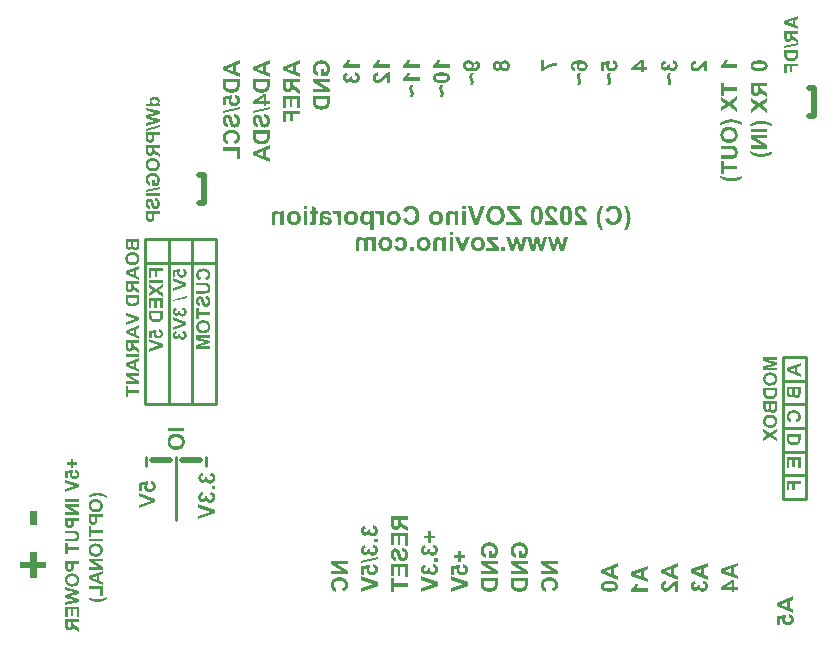
<source format=gbo>
G04 Layer_Color=32896*
%FSLAX44Y44*%
%MOMM*%
G71*
G01*
G75*
%ADD51C,0.2540*%
%ADD85C,0.5080*%
G36*
X361319Y80073D02*
X361623Y80002D01*
X361918Y79920D01*
X362182Y79819D01*
X362436Y79697D01*
X362680Y79575D01*
X362893Y79453D01*
X363086Y79321D01*
X363259Y79199D01*
X363422Y79077D01*
X363554Y78965D01*
X363655Y78874D01*
X363747Y78793D01*
X363808Y78722D01*
X363848Y78681D01*
X363859Y78671D01*
X364052Y78427D01*
X364224Y78173D01*
X364367Y77909D01*
X364488Y77645D01*
X364600Y77380D01*
X364692Y77116D01*
X364763Y76862D01*
X364814Y76618D01*
X364864Y76385D01*
X364895Y76182D01*
X364925Y75988D01*
X364935Y75826D01*
X364946Y75694D01*
X364956Y75592D01*
Y75562D01*
Y75531D01*
Y75521D01*
Y75511D01*
X364946Y75145D01*
X364895Y74790D01*
X364834Y74454D01*
X364753Y74139D01*
X364651Y73835D01*
X364539Y73560D01*
X364427Y73306D01*
X364306Y73073D01*
X364184Y72869D01*
X364062Y72676D01*
X363960Y72524D01*
X363859Y72392D01*
X363777Y72290D01*
X363706Y72209D01*
X363666Y72168D01*
X363655Y72148D01*
X363401Y71904D01*
X363147Y71701D01*
X362883Y71518D01*
X362609Y71356D01*
X362345Y71234D01*
X362081Y71122D01*
X361827Y71030D01*
X361583Y70959D01*
X361359Y70898D01*
X361156Y70858D01*
X360963Y70827D01*
X360811Y70807D01*
X360678Y70797D01*
X360577Y70787D01*
X360496D01*
X360262Y70797D01*
X360038Y70817D01*
X359825Y70858D01*
X359622Y70898D01*
X359429Y70949D01*
X359246Y71010D01*
X359083Y71081D01*
X358931Y71142D01*
X358799Y71213D01*
X358677Y71284D01*
X358565Y71345D01*
X358484Y71396D01*
X358413Y71437D01*
X358362Y71477D01*
X358331Y71498D01*
X358321Y71508D01*
X358159Y71650D01*
X358017Y71803D01*
X357874Y71955D01*
X357763Y72118D01*
X357651Y72270D01*
X357559Y72432D01*
X357478Y72595D01*
X357407Y72748D01*
X357346Y72890D01*
X357295Y73022D01*
X357244Y73134D01*
X357214Y73235D01*
X357194Y73327D01*
X357173Y73388D01*
X357163Y73428D01*
Y73438D01*
X357062Y73256D01*
X356950Y73083D01*
X356838Y72920D01*
X356716Y72768D01*
X356604Y72626D01*
X356482Y72494D01*
X356239Y72260D01*
X355985Y72067D01*
X355741Y71904D01*
X355497Y71772D01*
X355273Y71660D01*
X355050Y71579D01*
X354847Y71518D01*
X354674Y71467D01*
X354511Y71437D01*
X354379Y71417D01*
X354288Y71406D01*
X354207D01*
X353963Y71417D01*
X353729Y71447D01*
X353506Y71498D01*
X353292Y71559D01*
X353089Y71640D01*
X352896Y71721D01*
X352713Y71813D01*
X352551Y71904D01*
X352398Y71996D01*
X352266Y72087D01*
X352154Y72168D01*
X352053Y72250D01*
X351971Y72311D01*
X351921Y72361D01*
X351880Y72392D01*
X351870Y72402D01*
X351646Y72636D01*
X351453Y72880D01*
X351281Y73144D01*
X351138Y73408D01*
X351016Y73672D01*
X350905Y73936D01*
X350823Y74190D01*
X350762Y74444D01*
X350701Y74678D01*
X350671Y74891D01*
X350640Y75084D01*
X350620Y75257D01*
X350610Y75389D01*
X350600Y75491D01*
Y75531D01*
Y75562D01*
Y75572D01*
Y75582D01*
Y75795D01*
X350620Y76009D01*
X350671Y76405D01*
X350701Y76588D01*
X350742Y76761D01*
X350773Y76923D01*
X350813Y77076D01*
X350854Y77208D01*
X350894Y77330D01*
X350935Y77431D01*
X350965Y77523D01*
X350996Y77594D01*
X351016Y77645D01*
X351026Y77675D01*
X351037Y77685D01*
X351209Y78021D01*
X351311Y78163D01*
X351413Y78305D01*
X351504Y78437D01*
X351606Y78559D01*
X351707Y78671D01*
X351799Y78762D01*
X351890Y78854D01*
X351971Y78935D01*
X352043Y78996D01*
X352114Y79047D01*
X352164Y79097D01*
X352205Y79128D01*
X352225Y79138D01*
X352235Y79148D01*
X352388Y79240D01*
X352540Y79331D01*
X352876Y79484D01*
X353221Y79616D01*
X353546Y79727D01*
X353688Y79778D01*
X353831Y79809D01*
X353953Y79849D01*
X354064Y79870D01*
X354156Y79890D01*
X354217Y79910D01*
X354268Y79920D01*
X354278D01*
X354694Y77441D01*
X354532Y77421D01*
X354369Y77391D01*
X354227Y77350D01*
X354095Y77309D01*
X353963Y77259D01*
X353851Y77208D01*
X353749Y77157D01*
X353658Y77106D01*
X353577Y77055D01*
X353506Y77015D01*
X353445Y76964D01*
X353394Y76933D01*
X353353Y76893D01*
X353323Y76872D01*
X353312Y76862D01*
X353302Y76852D01*
X353221Y76761D01*
X353140Y76659D01*
X353018Y76456D01*
X352937Y76253D01*
X352876Y76070D01*
X352835Y75907D01*
X352825Y75836D01*
Y75775D01*
X352815Y75735D01*
Y75694D01*
Y75674D01*
Y75663D01*
X352835Y75409D01*
X352886Y75196D01*
X352947Y75003D01*
X353028Y74840D01*
X353109Y74708D01*
X353170Y74617D01*
X353221Y74556D01*
X353241Y74536D01*
X353414Y74393D01*
X353597Y74292D01*
X353780Y74211D01*
X353963Y74160D01*
X354125Y74129D01*
X354186Y74119D01*
X354247D01*
X354298Y74109D01*
X354369D01*
X354521Y74119D01*
X354664Y74129D01*
X354806Y74160D01*
X354928Y74200D01*
X355162Y74292D01*
X355355Y74393D01*
X355436Y74454D01*
X355507Y74505D01*
X355568Y74556D01*
X355619Y74597D01*
X355659Y74637D01*
X355690Y74668D01*
X355700Y74678D01*
X355710Y74688D01*
X355802Y74800D01*
X355873Y74922D01*
X355934Y75054D01*
X355995Y75196D01*
X356076Y75470D01*
X356127Y75745D01*
X356147Y75867D01*
X356157Y75988D01*
X356167Y76090D01*
X356178Y76182D01*
Y76263D01*
Y76314D01*
Y76354D01*
Y76364D01*
X358372Y76659D01*
X358301Y76405D01*
X358250Y76171D01*
X358220Y75958D01*
X358189Y75775D01*
X358179Y75633D01*
Y75572D01*
X358169Y75521D01*
Y75480D01*
Y75450D01*
Y75440D01*
Y75430D01*
X358179Y75287D01*
X358199Y75145D01*
X358220Y75013D01*
X358260Y74891D01*
X358362Y74668D01*
X358464Y74475D01*
X358575Y74312D01*
X358626Y74251D01*
X358677Y74200D01*
X358718Y74150D01*
X358738Y74119D01*
X358758Y74109D01*
X358768Y74099D01*
X358880Y73997D01*
X359012Y73916D01*
X359144Y73845D01*
X359276Y73784D01*
X359541Y73682D01*
X359805Y73621D01*
X359916Y73591D01*
X360028Y73581D01*
X360130Y73570D01*
X360211Y73560D01*
X360282Y73550D01*
X360384D01*
X360577Y73560D01*
X360770Y73570D01*
X360943Y73601D01*
X361105Y73642D01*
X361258Y73682D01*
X361400Y73733D01*
X361522Y73784D01*
X361644Y73835D01*
X361745Y73896D01*
X361837Y73946D01*
X361908Y73997D01*
X361979Y74038D01*
X362030Y74078D01*
X362060Y74109D01*
X362081Y74119D01*
X362091Y74129D01*
X362202Y74241D01*
X362294Y74353D01*
X362385Y74465D01*
X362457Y74586D01*
X362517Y74708D01*
X362568Y74820D01*
X362639Y75044D01*
X362690Y75237D01*
X362700Y75318D01*
X362710Y75389D01*
X362721Y75450D01*
Y75491D01*
Y75521D01*
Y75531D01*
X362710Y75674D01*
X362700Y75806D01*
X362639Y76060D01*
X362558Y76283D01*
X362457Y76476D01*
X362365Y76639D01*
X362324Y76700D01*
X362284Y76750D01*
X362253Y76791D01*
X362223Y76822D01*
X362213Y76842D01*
X362202Y76852D01*
X362101Y76944D01*
X361989Y77035D01*
X361735Y77177D01*
X361481Y77299D01*
X361237Y77380D01*
X361125Y77421D01*
X361014Y77441D01*
X360922Y77472D01*
X360831Y77482D01*
X360760Y77502D01*
X360709D01*
X360678Y77512D01*
X360668D01*
X360993Y80124D01*
X361319Y80073D01*
D02*
G37*
G36*
X364712Y65839D02*
X362020D01*
Y68531D01*
X364712D01*
Y65839D01*
D02*
G37*
G36*
X327628Y47459D02*
X339312D01*
Y44624D01*
X327628D01*
Y40458D01*
X325251D01*
Y51634D01*
X327628D01*
Y47459D01*
D02*
G37*
G36*
X359043Y87845D02*
X362690D01*
Y85386D01*
X359043D01*
Y81698D01*
X356523D01*
Y85386D01*
X352876D01*
Y87845D01*
X356523D01*
Y91523D01*
X359043D01*
Y87845D01*
D02*
G37*
G36*
X384443Y71426D02*
X388090D01*
Y68967D01*
X384443D01*
Y65279D01*
X381923D01*
Y68967D01*
X378276D01*
Y71426D01*
X381923D01*
Y75104D01*
X384443D01*
Y71426D01*
D02*
G37*
G36*
X386841Y63522D02*
X387135Y63440D01*
X387430Y63349D01*
X387694Y63247D01*
X387948Y63125D01*
X388171Y63003D01*
X388385Y62881D01*
X388578Y62749D01*
X388751Y62628D01*
X388893Y62506D01*
X389025Y62404D01*
X389127Y62302D01*
X389208Y62221D01*
X389269Y62160D01*
X389309Y62119D01*
X389319Y62109D01*
X389502Y61876D01*
X389665Y61622D01*
X389797Y61357D01*
X389919Y61093D01*
X390021Y60829D01*
X390102Y60565D01*
X390173Y60311D01*
X390224Y60067D01*
X390264Y59833D01*
X390305Y59620D01*
X390325Y59427D01*
X390336Y59264D01*
X390346Y59122D01*
X390356Y59021D01*
Y58990D01*
Y58960D01*
Y58950D01*
Y58939D01*
X390346Y58716D01*
X390336Y58492D01*
X390275Y58076D01*
X390183Y57680D01*
X390061Y57314D01*
X389929Y56979D01*
X389767Y56664D01*
X389604Y56379D01*
X389421Y56125D01*
X389248Y55902D01*
X389086Y55698D01*
X388923Y55526D01*
X388791Y55394D01*
X388669Y55282D01*
X388578Y55201D01*
X388517Y55160D01*
X388497Y55140D01*
X388232Y54957D01*
X387968Y54804D01*
X387704Y54672D01*
X387440Y54550D01*
X387176Y54449D01*
X386922Y54367D01*
X386668Y54306D01*
X386434Y54246D01*
X386221Y54205D01*
X386017Y54174D01*
X385845Y54154D01*
X385692Y54144D01*
X385570Y54134D01*
X385479Y54124D01*
X385398D01*
X385012Y54134D01*
X384656Y54174D01*
X384311Y54235D01*
X383985Y54317D01*
X383691Y54408D01*
X383406Y54520D01*
X383152Y54632D01*
X382919Y54743D01*
X382715Y54865D01*
X382533Y54977D01*
X382370Y55079D01*
X382238Y55180D01*
X382136Y55262D01*
X382065Y55322D01*
X382015Y55363D01*
X382004Y55373D01*
X381771Y55617D01*
X381567Y55861D01*
X381395Y56115D01*
X381242Y56379D01*
X381120Y56633D01*
X381009Y56887D01*
X380927Y57131D01*
X380856Y57365D01*
X380805Y57578D01*
X380765Y57781D01*
X380734Y57954D01*
X380714Y58116D01*
X380704Y58238D01*
X380694Y58330D01*
Y58391D01*
Y58401D01*
Y58411D01*
Y58584D01*
X380714Y58756D01*
X380765Y59102D01*
X380836Y59407D01*
X380877Y59559D01*
X380917Y59691D01*
X380968Y59813D01*
X381009Y59925D01*
X381049Y60016D01*
X381080Y60108D01*
X381110Y60169D01*
X381131Y60220D01*
X381141Y60250D01*
X381151Y60260D01*
X378753Y59823D01*
Y54743D01*
X376233D01*
Y61866D01*
X383549Y63247D01*
X383864Y61073D01*
X383681Y60900D01*
X383528Y60717D01*
X383386Y60535D01*
X383274Y60362D01*
X383173Y60179D01*
X383091Y60006D01*
X383020Y59844D01*
X382970Y59681D01*
X382919Y59539D01*
X382888Y59407D01*
X382868Y59285D01*
X382858Y59183D01*
X382848Y59102D01*
X382837Y59041D01*
Y59000D01*
Y58990D01*
X382848Y58818D01*
X382868Y58655D01*
X382898Y58513D01*
X382939Y58360D01*
X383041Y58106D01*
X383102Y57994D01*
X383163Y57893D01*
X383223Y57801D01*
X383284Y57720D01*
X383335Y57649D01*
X383386Y57588D01*
X383427Y57547D01*
X383457Y57517D01*
X383478Y57497D01*
X383488Y57487D01*
X383620Y57385D01*
X383762Y57294D01*
X383904Y57212D01*
X384067Y57141D01*
X384229Y57090D01*
X384392Y57039D01*
X384707Y56968D01*
X384859Y56948D01*
X384991Y56928D01*
X385113Y56918D01*
X385225Y56907D01*
X385317Y56897D01*
X385438D01*
X385692Y56907D01*
X385926Y56918D01*
X386150Y56948D01*
X386353Y56989D01*
X386536Y57029D01*
X386708Y57080D01*
X386861Y57141D01*
X387003Y57192D01*
X387125Y57243D01*
X387227Y57304D01*
X387318Y57354D01*
X387389Y57395D01*
X387450Y57436D01*
X387491Y57456D01*
X387511Y57476D01*
X387521Y57487D01*
X387643Y57598D01*
X387745Y57710D01*
X387836Y57832D01*
X387917Y57954D01*
X387978Y58076D01*
X388039Y58188D01*
X388121Y58411D01*
X388161Y58614D01*
X388182Y58696D01*
X388192Y58767D01*
X388202Y58828D01*
Y58868D01*
Y58899D01*
Y58909D01*
X388192Y59041D01*
X388182Y59173D01*
X388121Y59427D01*
X388039Y59651D01*
X387938Y59844D01*
X387836Y59996D01*
X387795Y60067D01*
X387755Y60118D01*
X387724Y60159D01*
X387694Y60189D01*
X387684Y60209D01*
X387674Y60220D01*
X387572Y60321D01*
X387460Y60413D01*
X387227Y60555D01*
X386983Y60677D01*
X386749Y60768D01*
X386546Y60829D01*
X386454Y60849D01*
X386383Y60860D01*
X386322Y60880D01*
X386272D01*
X386241Y60890D01*
X386231D01*
X386515Y63572D01*
X386841Y63522D01*
D02*
G37*
G36*
X361319Y63695D02*
X361623Y63624D01*
X361918Y63542D01*
X362182Y63441D01*
X362436Y63319D01*
X362680Y63197D01*
X362893Y63075D01*
X363086Y62943D01*
X363259Y62821D01*
X363422Y62699D01*
X363554Y62587D01*
X363655Y62496D01*
X363747Y62415D01*
X363808Y62344D01*
X363848Y62303D01*
X363859Y62293D01*
X364052Y62049D01*
X364224Y61795D01*
X364367Y61531D01*
X364488Y61267D01*
X364600Y61002D01*
X364692Y60738D01*
X364763Y60484D01*
X364814Y60241D01*
X364864Y60007D01*
X364895Y59804D01*
X364925Y59611D01*
X364935Y59448D01*
X364946Y59316D01*
X364956Y59214D01*
Y59184D01*
Y59153D01*
Y59143D01*
Y59133D01*
X364946Y58767D01*
X364895Y58412D01*
X364834Y58076D01*
X364753Y57762D01*
X364651Y57457D01*
X364539Y57182D01*
X364427Y56928D01*
X364306Y56695D01*
X364184Y56491D01*
X364062Y56298D01*
X363960Y56146D01*
X363859Y56014D01*
X363777Y55912D01*
X363706Y55831D01*
X363666Y55790D01*
X363655Y55770D01*
X363401Y55526D01*
X363147Y55323D01*
X362883Y55140D01*
X362609Y54978D01*
X362345Y54856D01*
X362081Y54744D01*
X361827Y54653D01*
X361583Y54581D01*
X361359Y54520D01*
X361156Y54480D01*
X360963Y54449D01*
X360811Y54429D01*
X360678Y54419D01*
X360577Y54409D01*
X360496D01*
X360262Y54419D01*
X360038Y54439D01*
X359825Y54480D01*
X359622Y54520D01*
X359429Y54571D01*
X359246Y54632D01*
X359083Y54703D01*
X358931Y54764D01*
X358799Y54835D01*
X358677Y54907D01*
X358565Y54967D01*
X358484Y55018D01*
X358413Y55059D01*
X358362Y55100D01*
X358331Y55120D01*
X358321Y55130D01*
X358159Y55272D01*
X358017Y55425D01*
X357874Y55577D01*
X357763Y55740D01*
X357651Y55892D01*
X357559Y56055D01*
X357478Y56217D01*
X357407Y56370D01*
X357346Y56512D01*
X357295Y56644D01*
X357244Y56756D01*
X357214Y56857D01*
X357194Y56949D01*
X357173Y57010D01*
X357163Y57050D01*
Y57060D01*
X357062Y56878D01*
X356950Y56705D01*
X356838Y56542D01*
X356716Y56390D01*
X356604Y56248D01*
X356482Y56116D01*
X356239Y55882D01*
X355985Y55689D01*
X355741Y55526D01*
X355497Y55394D01*
X355273Y55282D01*
X355050Y55201D01*
X354847Y55140D01*
X354674Y55089D01*
X354511Y55059D01*
X354379Y55039D01*
X354288Y55028D01*
X354207D01*
X353963Y55039D01*
X353729Y55069D01*
X353506Y55120D01*
X353292Y55181D01*
X353089Y55262D01*
X352896Y55343D01*
X352713Y55435D01*
X352551Y55526D01*
X352398Y55618D01*
X352266Y55709D01*
X352154Y55790D01*
X352053Y55872D01*
X351971Y55933D01*
X351921Y55984D01*
X351880Y56014D01*
X351870Y56024D01*
X351646Y56258D01*
X351453Y56502D01*
X351281Y56766D01*
X351138Y57030D01*
X351016Y57294D01*
X350905Y57558D01*
X350823Y57812D01*
X350762Y58066D01*
X350701Y58300D01*
X350671Y58513D01*
X350640Y58706D01*
X350620Y58879D01*
X350610Y59011D01*
X350600Y59113D01*
Y59153D01*
Y59184D01*
Y59194D01*
Y59204D01*
Y59418D01*
X350620Y59631D01*
X350671Y60027D01*
X350701Y60210D01*
X350742Y60383D01*
X350773Y60545D01*
X350813Y60698D01*
X350854Y60830D01*
X350894Y60952D01*
X350935Y61053D01*
X350965Y61145D01*
X350996Y61216D01*
X351016Y61267D01*
X351026Y61297D01*
X351037Y61307D01*
X351209Y61643D01*
X351311Y61785D01*
X351413Y61927D01*
X351504Y62059D01*
X351606Y62181D01*
X351707Y62293D01*
X351799Y62384D01*
X351890Y62476D01*
X351971Y62557D01*
X352043Y62618D01*
X352114Y62669D01*
X352164Y62720D01*
X352205Y62750D01*
X352225Y62760D01*
X352235Y62770D01*
X352388Y62862D01*
X352540Y62953D01*
X352876Y63106D01*
X353221Y63238D01*
X353546Y63349D01*
X353688Y63400D01*
X353831Y63431D01*
X353953Y63471D01*
X354064Y63492D01*
X354156Y63512D01*
X354217Y63532D01*
X354268Y63542D01*
X354278D01*
X354694Y61063D01*
X354532Y61043D01*
X354369Y61013D01*
X354227Y60972D01*
X354095Y60931D01*
X353963Y60881D01*
X353851Y60830D01*
X353749Y60779D01*
X353658Y60728D01*
X353577Y60677D01*
X353506Y60637D01*
X353445Y60586D01*
X353394Y60556D01*
X353353Y60515D01*
X353323Y60494D01*
X353312Y60484D01*
X353302Y60474D01*
X353221Y60383D01*
X353140Y60281D01*
X353018Y60078D01*
X352937Y59875D01*
X352876Y59692D01*
X352835Y59529D01*
X352825Y59458D01*
Y59397D01*
X352815Y59357D01*
Y59316D01*
Y59296D01*
Y59285D01*
X352835Y59032D01*
X352886Y58818D01*
X352947Y58625D01*
X353028Y58463D01*
X353109Y58330D01*
X353170Y58239D01*
X353221Y58178D01*
X353241Y58158D01*
X353414Y58015D01*
X353597Y57914D01*
X353780Y57833D01*
X353963Y57782D01*
X354125Y57751D01*
X354186Y57741D01*
X354247D01*
X354298Y57731D01*
X354369D01*
X354521Y57741D01*
X354664Y57751D01*
X354806Y57782D01*
X354928Y57822D01*
X355162Y57914D01*
X355355Y58015D01*
X355436Y58076D01*
X355507Y58127D01*
X355568Y58178D01*
X355619Y58219D01*
X355659Y58259D01*
X355690Y58290D01*
X355700Y58300D01*
X355710Y58310D01*
X355802Y58422D01*
X355873Y58544D01*
X355934Y58676D01*
X355995Y58818D01*
X356076Y59092D01*
X356127Y59367D01*
X356147Y59489D01*
X356157Y59611D01*
X356167Y59712D01*
X356178Y59804D01*
Y59885D01*
Y59936D01*
Y59976D01*
Y59987D01*
X358372Y60281D01*
X358301Y60027D01*
X358250Y59794D01*
X358220Y59580D01*
X358189Y59397D01*
X358179Y59255D01*
Y59194D01*
X358169Y59143D01*
Y59103D01*
Y59072D01*
Y59062D01*
Y59052D01*
X358179Y58910D01*
X358199Y58767D01*
X358220Y58635D01*
X358260Y58513D01*
X358362Y58290D01*
X358464Y58097D01*
X358575Y57934D01*
X358626Y57873D01*
X358677Y57822D01*
X358718Y57772D01*
X358738Y57741D01*
X358758Y57731D01*
X358768Y57721D01*
X358880Y57619D01*
X359012Y57538D01*
X359144Y57467D01*
X359276Y57406D01*
X359541Y57304D01*
X359805Y57243D01*
X359916Y57213D01*
X360028Y57203D01*
X360130Y57193D01*
X360211Y57182D01*
X360282Y57172D01*
X360384D01*
X360577Y57182D01*
X360770Y57193D01*
X360943Y57223D01*
X361105Y57264D01*
X361258Y57304D01*
X361400Y57355D01*
X361522Y57406D01*
X361644Y57457D01*
X361745Y57518D01*
X361837Y57568D01*
X361908Y57619D01*
X361979Y57660D01*
X362030Y57701D01*
X362060Y57731D01*
X362081Y57741D01*
X362091Y57751D01*
X362202Y57863D01*
X362294Y57975D01*
X362385Y58087D01*
X362457Y58208D01*
X362517Y58330D01*
X362568Y58442D01*
X362639Y58666D01*
X362690Y58859D01*
X362700Y58940D01*
X362710Y59011D01*
X362721Y59072D01*
Y59113D01*
Y59143D01*
Y59153D01*
X362710Y59296D01*
X362700Y59428D01*
X362639Y59682D01*
X362558Y59905D01*
X362457Y60098D01*
X362365Y60261D01*
X362324Y60322D01*
X362284Y60373D01*
X362253Y60413D01*
X362223Y60444D01*
X362213Y60464D01*
X362202Y60474D01*
X362101Y60566D01*
X361989Y60657D01*
X361735Y60799D01*
X361481Y60921D01*
X361237Y61002D01*
X361125Y61043D01*
X361014Y61063D01*
X360922Y61094D01*
X360831Y61104D01*
X360760Y61124D01*
X360709D01*
X360678Y61135D01*
X360668D01*
X360993Y63746D01*
X361319Y63695D01*
D02*
G37*
G36*
X364712Y48546D02*
Y45488D01*
X350651Y40479D01*
Y43497D01*
X361054Y46931D01*
X350651Y50497D01*
Y53565D01*
X364712Y48546D01*
D02*
G37*
G36*
X310641Y63585D02*
X310935Y63504D01*
X311230Y63413D01*
X311494Y63311D01*
X311748Y63189D01*
X311971Y63067D01*
X312185Y62945D01*
X312378Y62813D01*
X312551Y62691D01*
X312693Y62569D01*
X312825Y62468D01*
X312927Y62366D01*
X313008Y62285D01*
X313069Y62224D01*
X313109Y62183D01*
X313120Y62173D01*
X313302Y61939D01*
X313465Y61685D01*
X313597Y61421D01*
X313719Y61157D01*
X313821Y60893D01*
X313902Y60629D01*
X313973Y60375D01*
X314024Y60131D01*
X314064Y59897D01*
X314105Y59684D01*
X314125Y59491D01*
X314135Y59328D01*
X314146Y59186D01*
X314156Y59084D01*
Y59054D01*
Y59023D01*
Y59013D01*
Y59003D01*
X314146Y58780D01*
X314135Y58556D01*
X314075Y58140D01*
X313983Y57743D01*
X313861Y57378D01*
X313729Y57042D01*
X313567Y56727D01*
X313404Y56443D01*
X313221Y56189D01*
X313048Y55965D01*
X312886Y55762D01*
X312723Y55589D01*
X312591Y55457D01*
X312469Y55346D01*
X312378Y55264D01*
X312317Y55224D01*
X312297Y55203D01*
X312032Y55020D01*
X311768Y54868D01*
X311504Y54736D01*
X311240Y54614D01*
X310976Y54512D01*
X310722Y54431D01*
X310468Y54370D01*
X310234Y54309D01*
X310021Y54269D01*
X309818Y54238D01*
X309645Y54218D01*
X309492Y54208D01*
X309370Y54198D01*
X309279Y54187D01*
X309198D01*
X308812Y54198D01*
X308456Y54238D01*
X308111Y54299D01*
X307785Y54380D01*
X307491Y54472D01*
X307206Y54584D01*
X306952Y54695D01*
X306719Y54807D01*
X306516Y54929D01*
X306333Y55041D01*
X306170Y55142D01*
X306038Y55244D01*
X305936Y55325D01*
X305865Y55386D01*
X305814Y55427D01*
X305804Y55437D01*
X305571Y55681D01*
X305367Y55925D01*
X305195Y56179D01*
X305042Y56443D01*
X304920Y56697D01*
X304809Y56951D01*
X304727Y57195D01*
X304656Y57428D01*
X304605Y57642D01*
X304565Y57845D01*
X304534Y58018D01*
X304514Y58180D01*
X304504Y58302D01*
X304494Y58394D01*
Y58454D01*
Y58465D01*
Y58475D01*
Y58647D01*
X304514Y58820D01*
X304565Y59166D01*
X304636Y59471D01*
X304677Y59623D01*
X304717Y59755D01*
X304768Y59877D01*
X304809Y59989D01*
X304849Y60080D01*
X304880Y60171D01*
X304910Y60233D01*
X304931Y60283D01*
X304941Y60314D01*
X304951Y60324D01*
X302553Y59887D01*
Y54807D01*
X300033D01*
Y61929D01*
X307349Y63311D01*
X307664Y61137D01*
X307481Y60964D01*
X307328Y60781D01*
X307186Y60598D01*
X307074Y60426D01*
X306973Y60243D01*
X306891Y60070D01*
X306820Y59907D01*
X306770Y59745D01*
X306719Y59603D01*
X306688Y59471D01*
X306668Y59349D01*
X306658Y59247D01*
X306648Y59166D01*
X306637Y59105D01*
Y59064D01*
Y59054D01*
X306648Y58881D01*
X306668Y58719D01*
X306698Y58576D01*
X306739Y58424D01*
X306841Y58170D01*
X306902Y58058D01*
X306963Y57957D01*
X307024Y57865D01*
X307085Y57784D01*
X307135Y57713D01*
X307186Y57652D01*
X307227Y57611D01*
X307257Y57581D01*
X307278Y57560D01*
X307288Y57550D01*
X307420Y57449D01*
X307562Y57357D01*
X307704Y57276D01*
X307867Y57205D01*
X308029Y57154D01*
X308192Y57103D01*
X308507Y57032D01*
X308659Y57012D01*
X308791Y56992D01*
X308913Y56981D01*
X309025Y56971D01*
X309116Y56961D01*
X309238D01*
X309492Y56971D01*
X309726Y56981D01*
X309950Y57012D01*
X310153Y57052D01*
X310336Y57093D01*
X310508Y57144D01*
X310661Y57205D01*
X310803Y57256D01*
X310925Y57306D01*
X311027Y57367D01*
X311118Y57418D01*
X311189Y57459D01*
X311250Y57499D01*
X311291Y57520D01*
X311311Y57540D01*
X311321Y57550D01*
X311443Y57662D01*
X311545Y57774D01*
X311636Y57896D01*
X311717Y58018D01*
X311778Y58140D01*
X311839Y58251D01*
X311921Y58475D01*
X311961Y58678D01*
X311982Y58759D01*
X311992Y58830D01*
X312002Y58891D01*
Y58932D01*
Y58962D01*
Y58973D01*
X311992Y59105D01*
X311982Y59237D01*
X311921Y59491D01*
X311839Y59714D01*
X311738Y59907D01*
X311636Y60060D01*
X311595Y60131D01*
X311555Y60182D01*
X311524Y60222D01*
X311494Y60253D01*
X311484Y60273D01*
X311474Y60283D01*
X311372Y60385D01*
X311260Y60476D01*
X311027Y60619D01*
X310783Y60740D01*
X310549Y60832D01*
X310346Y60893D01*
X310254Y60913D01*
X310183Y60923D01*
X310122Y60944D01*
X310072D01*
X310041Y60954D01*
X310031D01*
X310315Y63636D01*
X310641Y63585D01*
D02*
G37*
G36*
X313912Y48569D02*
Y45511D01*
X299851Y40502D01*
Y43519D01*
X310254Y46953D01*
X299851Y50519D01*
Y53588D01*
X313912Y48569D01*
D02*
G37*
G36*
X310519Y80095D02*
X310823Y80024D01*
X311118Y79943D01*
X311382Y79841D01*
X311636Y79719D01*
X311880Y79598D01*
X312093Y79475D01*
X312286Y79344D01*
X312459Y79222D01*
X312622Y79100D01*
X312754Y78988D01*
X312855Y78896D01*
X312947Y78815D01*
X313008Y78744D01*
X313048Y78703D01*
X313059Y78693D01*
X313252Y78449D01*
X313424Y78195D01*
X313567Y77931D01*
X313689Y77667D01*
X313800Y77403D01*
X313892Y77139D01*
X313963Y76885D01*
X314014Y76641D01*
X314064Y76407D01*
X314095Y76204D01*
X314125Y76011D01*
X314135Y75848D01*
X314146Y75716D01*
X314156Y75615D01*
Y75584D01*
Y75554D01*
Y75544D01*
Y75533D01*
X314146Y75168D01*
X314095Y74812D01*
X314034Y74477D01*
X313953Y74162D01*
X313851Y73857D01*
X313739Y73583D01*
X313627Y73329D01*
X313506Y73095D01*
X313384Y72892D01*
X313262Y72699D01*
X313160Y72546D01*
X313059Y72414D01*
X312977Y72313D01*
X312906Y72231D01*
X312866Y72191D01*
X312855Y72171D01*
X312601Y71927D01*
X312347Y71723D01*
X312083Y71541D01*
X311809Y71378D01*
X311545Y71256D01*
X311281Y71144D01*
X311027Y71053D01*
X310783Y70982D01*
X310559Y70921D01*
X310356Y70880D01*
X310163Y70850D01*
X310011Y70829D01*
X309879Y70819D01*
X309777Y70809D01*
X309696D01*
X309462Y70819D01*
X309238Y70840D01*
X309025Y70880D01*
X308822Y70921D01*
X308629Y70972D01*
X308446Y71033D01*
X308283Y71104D01*
X308131Y71165D01*
X307999Y71236D01*
X307877Y71307D01*
X307765Y71368D01*
X307684Y71419D01*
X307613Y71459D01*
X307562Y71500D01*
X307532Y71520D01*
X307521Y71530D01*
X307359Y71673D01*
X307217Y71825D01*
X307074Y71978D01*
X306963Y72140D01*
X306851Y72292D01*
X306759Y72455D01*
X306678Y72618D01*
X306607Y72770D01*
X306546Y72912D01*
X306495Y73044D01*
X306444Y73156D01*
X306414Y73258D01*
X306394Y73349D01*
X306373Y73410D01*
X306363Y73451D01*
Y73461D01*
X306262Y73278D01*
X306150Y73105D01*
X306038Y72943D01*
X305916Y72790D01*
X305804Y72648D01*
X305682Y72516D01*
X305439Y72282D01*
X305185Y72089D01*
X304941Y71927D01*
X304697Y71795D01*
X304473Y71683D01*
X304250Y71602D01*
X304047Y71541D01*
X303874Y71490D01*
X303711Y71459D01*
X303579Y71439D01*
X303488Y71429D01*
X303407D01*
X303163Y71439D01*
X302929Y71469D01*
X302705Y71520D01*
X302492Y71581D01*
X302289Y71663D01*
X302096Y71744D01*
X301913Y71835D01*
X301751Y71927D01*
X301598Y72018D01*
X301466Y72109D01*
X301354Y72191D01*
X301253Y72272D01*
X301171Y72333D01*
X301121Y72384D01*
X301080Y72414D01*
X301070Y72425D01*
X300846Y72658D01*
X300653Y72902D01*
X300480Y73166D01*
X300338Y73430D01*
X300216Y73695D01*
X300105Y73959D01*
X300023Y74213D01*
X299962Y74467D01*
X299901Y74700D01*
X299871Y74914D01*
X299840Y75107D01*
X299820Y75279D01*
X299810Y75412D01*
X299800Y75513D01*
Y75554D01*
Y75584D01*
Y75594D01*
Y75605D01*
Y75818D01*
X299820Y76031D01*
X299871Y76427D01*
X299901Y76610D01*
X299942Y76783D01*
X299972Y76946D01*
X300013Y77098D01*
X300054Y77230D01*
X300094Y77352D01*
X300135Y77454D01*
X300166Y77545D01*
X300196Y77616D01*
X300216Y77667D01*
X300226Y77698D01*
X300237Y77708D01*
X300409Y78043D01*
X300511Y78185D01*
X300613Y78327D01*
X300704Y78460D01*
X300806Y78582D01*
X300907Y78693D01*
X300999Y78785D01*
X301090Y78876D01*
X301171Y78957D01*
X301243Y79018D01*
X301314Y79069D01*
X301364Y79120D01*
X301405Y79150D01*
X301425Y79161D01*
X301436Y79171D01*
X301588Y79262D01*
X301740Y79354D01*
X302076Y79506D01*
X302421Y79638D01*
X302746Y79750D01*
X302888Y79801D01*
X303031Y79831D01*
X303153Y79872D01*
X303264Y79892D01*
X303356Y79912D01*
X303417Y79933D01*
X303468Y79943D01*
X303478D01*
X303894Y77464D01*
X303732Y77443D01*
X303569Y77413D01*
X303427Y77372D01*
X303295Y77332D01*
X303163Y77281D01*
X303051Y77230D01*
X302949Y77179D01*
X302858Y77129D01*
X302777Y77078D01*
X302705Y77037D01*
X302645Y76986D01*
X302594Y76956D01*
X302553Y76915D01*
X302523Y76895D01*
X302512Y76885D01*
X302502Y76875D01*
X302421Y76783D01*
X302340Y76681D01*
X302218Y76478D01*
X302137Y76275D01*
X302076Y76092D01*
X302035Y75930D01*
X302025Y75859D01*
Y75798D01*
X302015Y75757D01*
Y75716D01*
Y75696D01*
Y75686D01*
X302035Y75432D01*
X302086Y75219D01*
X302147Y75026D01*
X302228Y74863D01*
X302309Y74731D01*
X302370Y74639D01*
X302421Y74578D01*
X302441Y74558D01*
X302614Y74416D01*
X302797Y74314D01*
X302980Y74233D01*
X303163Y74182D01*
X303325Y74152D01*
X303386Y74142D01*
X303447D01*
X303498Y74131D01*
X303569D01*
X303722Y74142D01*
X303864Y74152D01*
X304006Y74182D01*
X304128Y74223D01*
X304362Y74314D01*
X304555Y74416D01*
X304636Y74477D01*
X304707Y74528D01*
X304768Y74578D01*
X304819Y74619D01*
X304859Y74660D01*
X304890Y74690D01*
X304900Y74700D01*
X304910Y74710D01*
X305002Y74822D01*
X305073Y74944D01*
X305134Y75076D01*
X305195Y75219D01*
X305276Y75493D01*
X305327Y75767D01*
X305347Y75889D01*
X305357Y76011D01*
X305367Y76113D01*
X305378Y76204D01*
Y76285D01*
Y76336D01*
Y76377D01*
Y76387D01*
X307572Y76681D01*
X307501Y76427D01*
X307450Y76194D01*
X307420Y75981D01*
X307389Y75798D01*
X307379Y75655D01*
Y75594D01*
X307369Y75544D01*
Y75503D01*
Y75472D01*
Y75462D01*
Y75452D01*
X307379Y75310D01*
X307399Y75168D01*
X307420Y75036D01*
X307460Y74914D01*
X307562Y74690D01*
X307664Y74497D01*
X307775Y74335D01*
X307826Y74274D01*
X307877Y74223D01*
X307918Y74172D01*
X307938Y74142D01*
X307958Y74131D01*
X307968Y74121D01*
X308080Y74020D01*
X308212Y73938D01*
X308344Y73867D01*
X308476Y73806D01*
X308741Y73705D01*
X309005Y73644D01*
X309116Y73613D01*
X309228Y73603D01*
X309330Y73593D01*
X309411Y73583D01*
X309482Y73573D01*
X309584D01*
X309777Y73583D01*
X309970Y73593D01*
X310143Y73623D01*
X310305Y73664D01*
X310458Y73705D01*
X310600Y73755D01*
X310722Y73806D01*
X310844Y73857D01*
X310945Y73918D01*
X311037Y73969D01*
X311108Y74020D01*
X311179Y74060D01*
X311230Y74101D01*
X311260Y74131D01*
X311281Y74142D01*
X311291Y74152D01*
X311402Y74264D01*
X311494Y74375D01*
X311585Y74487D01*
X311656Y74609D01*
X311717Y74731D01*
X311768Y74843D01*
X311839Y75066D01*
X311890Y75259D01*
X311900Y75340D01*
X311910Y75412D01*
X311921Y75472D01*
Y75513D01*
Y75544D01*
Y75554D01*
X311910Y75696D01*
X311900Y75828D01*
X311839Y76082D01*
X311758Y76306D01*
X311656Y76499D01*
X311565Y76661D01*
X311524Y76722D01*
X311484Y76773D01*
X311453Y76814D01*
X311423Y76844D01*
X311413Y76864D01*
X311402Y76875D01*
X311301Y76966D01*
X311189Y77057D01*
X310935Y77200D01*
X310681Y77322D01*
X310437Y77403D01*
X310326Y77443D01*
X310214Y77464D01*
X310122Y77494D01*
X310031Y77505D01*
X309960Y77525D01*
X309909D01*
X309879Y77535D01*
X309868D01*
X310193Y80146D01*
X310519Y80095D01*
D02*
G37*
G36*
X314156Y68015D02*
X299617Y64489D01*
Y66522D01*
X314156Y70006D01*
Y68015D01*
D02*
G37*
G36*
X335167Y77491D02*
X335573Y77400D01*
X335949Y77298D01*
X336305Y77166D01*
X336620Y77034D01*
X336914Y76892D01*
X337189Y76750D01*
X337422Y76597D01*
X337636Y76455D01*
X337818Y76323D01*
X337981Y76191D01*
X338103Y76079D01*
X338205Y75988D01*
X338276Y75917D01*
X338326Y75876D01*
X338337Y75856D01*
X338550Y75571D01*
X338743Y75266D01*
X338906Y74941D01*
X339048Y74606D01*
X339170Y74271D01*
X339261Y73925D01*
X339342Y73590D01*
X339414Y73265D01*
X339464Y72960D01*
X339505Y72676D01*
X339525Y72411D01*
X339546Y72188D01*
X339556Y72097D01*
Y72005D01*
X339566Y71934D01*
Y71873D01*
Y71822D01*
Y71782D01*
Y71761D01*
Y71751D01*
X339556Y71416D01*
X339546Y71091D01*
X339515Y70786D01*
X339485Y70501D01*
X339444Y70237D01*
X339403Y69983D01*
X339363Y69749D01*
X339312Y69536D01*
X339261Y69353D01*
X339221Y69180D01*
X339180Y69038D01*
X339139Y68927D01*
X339109Y68825D01*
X339078Y68754D01*
X339068Y68713D01*
X339058Y68703D01*
X338956Y68479D01*
X338845Y68266D01*
X338723Y68073D01*
X338591Y67890D01*
X338469Y67717D01*
X338337Y67565D01*
X338205Y67423D01*
X338083Y67291D01*
X337961Y67179D01*
X337849Y67077D01*
X337747Y66996D01*
X337666Y66925D01*
X337595Y66874D01*
X337534Y66834D01*
X337504Y66813D01*
X337493Y66803D01*
X337290Y66681D01*
X337097Y66580D01*
X336894Y66488D01*
X336691Y66407D01*
X336498Y66346D01*
X336315Y66285D01*
X336132Y66244D01*
X335959Y66204D01*
X335807Y66183D01*
X335665Y66163D01*
X335543Y66143D01*
X335431Y66132D01*
X335350Y66122D01*
X335228D01*
X334984Y66132D01*
X334750Y66143D01*
X334527Y66173D01*
X334313Y66214D01*
X334120Y66255D01*
X333937Y66305D01*
X333765Y66356D01*
X333612Y66407D01*
X333470Y66458D01*
X333348Y66508D01*
X333246Y66559D01*
X333155Y66600D01*
X333084Y66641D01*
X333033Y66671D01*
X333003Y66681D01*
X332993Y66691D01*
X332830Y66803D01*
X332667Y66915D01*
X332383Y67169D01*
X332251Y67301D01*
X332139Y67433D01*
X332027Y67555D01*
X331936Y67677D01*
X331844Y67799D01*
X331773Y67900D01*
X331712Y68002D01*
X331651Y68083D01*
X331611Y68154D01*
X331580Y68205D01*
X331570Y68236D01*
X331560Y68246D01*
X331458Y68439D01*
X331367Y68662D01*
X331265Y68896D01*
X331174Y69140D01*
X331001Y69648D01*
X330930Y69902D01*
X330849Y70146D01*
X330788Y70379D01*
X330727Y70593D01*
X330676Y70796D01*
X330625Y70969D01*
X330595Y71111D01*
X330564Y71213D01*
X330554Y71253D01*
Y71284D01*
X330544Y71294D01*
Y71304D01*
X330452Y71670D01*
X330361Y72015D01*
X330280Y72310D01*
X330188Y72584D01*
X330107Y72828D01*
X330026Y73041D01*
X329955Y73224D01*
X329883Y73387D01*
X329823Y73519D01*
X329772Y73631D01*
X329721Y73722D01*
X329680Y73793D01*
X329640Y73854D01*
X329619Y73885D01*
X329599Y73905D01*
Y73915D01*
X329457Y74057D01*
X329315Y74159D01*
X329172Y74230D01*
X329040Y74281D01*
X328918Y74311D01*
X328827Y74321D01*
X328766Y74332D01*
X328746D01*
X328644Y74321D01*
X328553Y74311D01*
X328380Y74261D01*
X328238Y74189D01*
X328116Y74108D01*
X328014Y74027D01*
X327943Y73956D01*
X327892Y73905D01*
X327882Y73885D01*
X327791Y73742D01*
X327709Y73600D01*
X327638Y73448D01*
X327577Y73285D01*
X327486Y72960D01*
X327425Y72655D01*
X327405Y72503D01*
X327394Y72371D01*
X327384Y72249D01*
X327374Y72147D01*
X327364Y72066D01*
Y71995D01*
Y71954D01*
Y71944D01*
Y71731D01*
X327384Y71517D01*
X327405Y71335D01*
X327435Y71162D01*
X327476Y70999D01*
X327516Y70847D01*
X327557Y70715D01*
X327598Y70593D01*
X327648Y70491D01*
X327689Y70400D01*
X327730Y70318D01*
X327770Y70258D01*
X327801Y70207D01*
X327821Y70176D01*
X327831Y70156D01*
X327841Y70146D01*
X327933Y70034D01*
X328045Y69942D01*
X328288Y69770D01*
X328542Y69638D01*
X328796Y69526D01*
X328918Y69485D01*
X329030Y69455D01*
X329132Y69424D01*
X329223Y69404D01*
X329294Y69384D01*
X329345Y69374D01*
X329386Y69363D01*
X329396D01*
X329274Y66529D01*
X328918Y66559D01*
X328583Y66610D01*
X328268Y66681D01*
X327973Y66783D01*
X327699Y66884D01*
X327445Y67006D01*
X327211Y67128D01*
X327008Y67260D01*
X326815Y67392D01*
X326653Y67514D01*
X326510Y67626D01*
X326399Y67728D01*
X326307Y67819D01*
X326236Y67880D01*
X326195Y67921D01*
X326185Y67941D01*
X325982Y68205D01*
X325799Y68490D01*
X325647Y68805D01*
X325505Y69120D01*
X325393Y69455D01*
X325301Y69790D01*
X325220Y70115D01*
X325159Y70430D01*
X325118Y70735D01*
X325078Y71009D01*
X325047Y71263D01*
X325037Y71487D01*
X325027Y71589D01*
Y71670D01*
X325017Y71741D01*
Y71802D01*
Y71853D01*
Y71893D01*
Y71914D01*
Y71924D01*
X325027Y72218D01*
X325037Y72503D01*
X325057Y72777D01*
X325098Y73041D01*
X325129Y73285D01*
X325169Y73509D01*
X325220Y73722D01*
X325261Y73915D01*
X325312Y74088D01*
X325352Y74240D01*
X325403Y74372D01*
X325433Y74484D01*
X325464Y74565D01*
X325494Y74637D01*
X325505Y74677D01*
X325515Y74687D01*
X325606Y74901D01*
X325718Y75094D01*
X325830Y75276D01*
X325941Y75449D01*
X326063Y75602D01*
X326175Y75744D01*
X326297Y75876D01*
X326409Y75998D01*
X326521Y76100D01*
X326612Y76191D01*
X326703Y76272D01*
X326785Y76333D01*
X326846Y76384D01*
X326897Y76414D01*
X326927Y76435D01*
X326937Y76445D01*
X327110Y76547D01*
X327293Y76638D01*
X327465Y76719D01*
X327648Y76790D01*
X327821Y76851D01*
X327984Y76902D01*
X328146Y76933D01*
X328288Y76973D01*
X328431Y76994D01*
X328563Y77014D01*
X328675Y77024D01*
X328766Y77034D01*
X328847Y77044D01*
X328949D01*
X329254Y77034D01*
X329548Y76994D01*
X329833Y76922D01*
X330097Y76841D01*
X330341Y76750D01*
X330574Y76638D01*
X330788Y76516D01*
X330981Y76394D01*
X331164Y76282D01*
X331316Y76160D01*
X331458Y76049D01*
X331570Y75957D01*
X331651Y75876D01*
X331722Y75805D01*
X331763Y75764D01*
X331773Y75754D01*
X331926Y75561D01*
X332068Y75348D01*
X332210Y75114D01*
X332342Y74860D01*
X332464Y74606D01*
X332576Y74332D01*
X332677Y74068D01*
X332779Y73803D01*
X332860Y73559D01*
X332942Y73326D01*
X333013Y73113D01*
X333064Y72919D01*
X333104Y72767D01*
X333125Y72706D01*
X333135Y72655D01*
X333155Y72615D01*
Y72584D01*
X333165Y72564D01*
Y72554D01*
X333246Y72239D01*
X333318Y71944D01*
X333379Y71680D01*
X333439Y71446D01*
X333501Y71233D01*
X333551Y71050D01*
X333592Y70887D01*
X333633Y70745D01*
X333663Y70633D01*
X333694Y70532D01*
X333724Y70451D01*
X333744Y70379D01*
X333755Y70339D01*
X333765Y70298D01*
X333775Y70288D01*
Y70278D01*
X333826Y70146D01*
X333876Y70024D01*
X333978Y69811D01*
X334090Y69628D01*
X334181Y69485D01*
X334273Y69384D01*
X334334Y69313D01*
X334374Y69262D01*
X334395Y69252D01*
X334527Y69150D01*
X334669Y69079D01*
X334811Y69028D01*
X334943Y68998D01*
X335065Y68967D01*
X335157Y68957D01*
X335238D01*
X335380Y68967D01*
X335522Y68987D01*
X335644Y69018D01*
X335776Y69069D01*
X336000Y69180D01*
X336203Y69303D01*
X336284Y69374D01*
X336366Y69434D01*
X336427Y69496D01*
X336488Y69546D01*
X336528Y69597D01*
X336559Y69628D01*
X336579Y69648D01*
X336589Y69658D01*
X336691Y69790D01*
X336782Y69942D01*
X336853Y70105D01*
X336924Y70268D01*
X336975Y70440D01*
X337026Y70613D01*
X337097Y70948D01*
X337117Y71101D01*
X337138Y71253D01*
X337148Y71385D01*
X337158Y71497D01*
X337168Y71589D01*
Y71660D01*
Y71700D01*
Y71720D01*
X337158Y71954D01*
X337138Y72178D01*
X337107Y72391D01*
X337067Y72594D01*
X337016Y72777D01*
X336965Y72940D01*
X336904Y73102D01*
X336843Y73234D01*
X336782Y73366D01*
X336721Y73468D01*
X336670Y73570D01*
X336620Y73641D01*
X336579Y73702D01*
X336549Y73742D01*
X336528Y73773D01*
X336518Y73783D01*
X336386Y73915D01*
X336244Y74047D01*
X336091Y74159D01*
X335929Y74261D01*
X335756Y74352D01*
X335583Y74433D01*
X335248Y74576D01*
X335096Y74626D01*
X334953Y74667D01*
X334821Y74708D01*
X334699Y74738D01*
X334608Y74758D01*
X334537Y74779D01*
X334496Y74789D01*
X334476D01*
X334740Y77552D01*
X335167Y77491D01*
D02*
G37*
G36*
X339312Y53046D02*
X336935D01*
Y60900D01*
X333125D01*
Y53839D01*
X330747D01*
Y60900D01*
X327628D01*
Y53311D01*
X325251D01*
Y63735D01*
X339312D01*
Y53046D01*
D02*
G37*
G36*
Y101266D02*
X333439D01*
Y100697D01*
Y100524D01*
X333450Y100351D01*
Y100199D01*
X333460Y100067D01*
X333480Y99935D01*
X333490Y99813D01*
X333501Y99711D01*
X333521Y99620D01*
X333531Y99539D01*
X333551Y99467D01*
X333561Y99406D01*
X333572Y99356D01*
X333582Y99325D01*
X333592Y99295D01*
X333602Y99275D01*
X333673Y99102D01*
X333765Y98949D01*
X333856Y98807D01*
X333958Y98675D01*
X334049Y98573D01*
X334120Y98492D01*
X334171Y98441D01*
X334191Y98421D01*
X334283Y98340D01*
X334405Y98238D01*
X334537Y98126D01*
X334689Y98015D01*
X334862Y97893D01*
X335035Y97771D01*
X335380Y97517D01*
X335553Y97395D01*
X335715Y97283D01*
X335858Y97182D01*
X335990Y97090D01*
X336101Y97019D01*
X336183Y96968D01*
X336233Y96927D01*
X336254Y96917D01*
X339312Y94875D01*
Y91472D01*
X336569Y93189D01*
X336274Y93371D01*
X336000Y93554D01*
X335756Y93717D01*
X335522Y93869D01*
X335319Y94012D01*
X335126Y94144D01*
X334963Y94266D01*
X334821Y94377D01*
X334689Y94479D01*
X334577Y94560D01*
X334486Y94631D01*
X334415Y94692D01*
X334364Y94743D01*
X334323Y94774D01*
X334303Y94794D01*
X334293Y94804D01*
X334059Y95038D01*
X333836Y95292D01*
X333633Y95546D01*
X333450Y95790D01*
X333379Y95901D01*
X333307Y96003D01*
X333246Y96094D01*
X333196Y96176D01*
X333155Y96237D01*
X333125Y96287D01*
X333114Y96318D01*
X333104Y96328D01*
X333043Y95993D01*
X332972Y95678D01*
X332891Y95383D01*
X332789Y95109D01*
X332688Y94855D01*
X332576Y94631D01*
X332474Y94428D01*
X332363Y94235D01*
X332251Y94073D01*
X332149Y93930D01*
X332058Y93819D01*
X331977Y93717D01*
X331905Y93646D01*
X331855Y93585D01*
X331824Y93554D01*
X331814Y93544D01*
X331611Y93382D01*
X331408Y93239D01*
X331184Y93107D01*
X330971Y93006D01*
X330747Y92914D01*
X330534Y92833D01*
X330320Y92772D01*
X330117Y92721D01*
X329924Y92691D01*
X329751Y92660D01*
X329589Y92640D01*
X329457Y92620D01*
X329345D01*
X329264Y92610D01*
X329193D01*
X328959Y92620D01*
X328746Y92640D01*
X328532Y92670D01*
X328329Y92701D01*
X328136Y92752D01*
X327953Y92802D01*
X327780Y92864D01*
X327628Y92914D01*
X327486Y92975D01*
X327354Y93036D01*
X327252Y93087D01*
X327161Y93128D01*
X327090Y93168D01*
X327029Y93199D01*
X326998Y93219D01*
X326988Y93229D01*
X326815Y93351D01*
X326653Y93473D01*
X326500Y93605D01*
X326368Y93737D01*
X326246Y93879D01*
X326134Y94012D01*
X326033Y94144D01*
X325941Y94276D01*
X325870Y94398D01*
X325809Y94509D01*
X325748Y94611D01*
X325708Y94692D01*
X325677Y94763D01*
X325657Y94824D01*
X325637Y94855D01*
Y94865D01*
X325565Y95068D01*
X325505Y95302D01*
X325454Y95546D01*
X325413Y95800D01*
X325342Y96348D01*
X325322Y96613D01*
X325301Y96877D01*
X325281Y97131D01*
X325271Y97364D01*
X325261Y97578D01*
Y97771D01*
X325251Y97923D01*
Y97984D01*
Y98035D01*
Y98076D01*
Y98106D01*
Y98126D01*
Y98137D01*
Y104101D01*
X339312D01*
Y101266D01*
D02*
G37*
G36*
Y79239D02*
X336935D01*
Y87093D01*
X333125D01*
Y80031D01*
X330747D01*
Y87093D01*
X327628D01*
Y79503D01*
X325251D01*
Y89927D01*
X339312D01*
Y79239D01*
D02*
G37*
G36*
X390112Y48505D02*
Y45447D01*
X376051Y40438D01*
Y43456D01*
X386454Y46890D01*
X376051Y50456D01*
Y53524D01*
X390112Y48505D01*
D02*
G37*
G36*
X542512Y59305D02*
X539322Y58146D01*
Y52518D01*
X542512Y51299D01*
Y48210D01*
X528451Y53839D01*
Y56856D01*
X542512Y62312D01*
Y59305D01*
D02*
G37*
G36*
X534272Y46208D02*
X534130Y45853D01*
X533967Y45507D01*
X533805Y45182D01*
X533642Y44878D01*
X533470Y44593D01*
X533297Y44329D01*
X533134Y44085D01*
X532982Y43861D01*
X532830Y43668D01*
X532697Y43496D01*
X532586Y43354D01*
X532494Y43242D01*
X532423Y43160D01*
X532383Y43110D01*
X532362Y43089D01*
X542512D01*
Y40397D01*
X528400D01*
Y42592D01*
X528633Y42683D01*
X528867Y42795D01*
X529091Y42917D01*
X529294Y43049D01*
X529497Y43191D01*
X529680Y43333D01*
X529853Y43475D01*
X530015Y43608D01*
X530157Y43750D01*
X530279Y43872D01*
X530391Y43983D01*
X530483Y44085D01*
X530554Y44166D01*
X530615Y44237D01*
X530645Y44278D01*
X530655Y44288D01*
X530828Y44522D01*
X530991Y44745D01*
X531133Y44959D01*
X531265Y45172D01*
X531387Y45365D01*
X531488Y45558D01*
X531580Y45731D01*
X531671Y45894D01*
X531742Y46046D01*
X531803Y46178D01*
X531844Y46290D01*
X531885Y46391D01*
X531915Y46473D01*
X531935Y46523D01*
X531956Y46564D01*
Y46574D01*
X534404D01*
X534272Y46208D01*
D02*
G37*
G36*
X517112Y61515D02*
X513922Y60357D01*
Y54728D01*
X517112Y53509D01*
Y50421D01*
X503051Y56049D01*
Y59067D01*
X517112Y64523D01*
Y61515D01*
D02*
G37*
G36*
X510894Y49506D02*
X511240Y49486D01*
X511565Y49466D01*
X511880Y49435D01*
X512184Y49405D01*
X512469Y49364D01*
X512743Y49323D01*
X513007Y49272D01*
X513261Y49222D01*
X513495Y49171D01*
X513719Y49120D01*
X513932Y49069D01*
X514125Y49008D01*
X514318Y48947D01*
X514491Y48886D01*
X514653Y48836D01*
X514806Y48775D01*
X514938Y48714D01*
X515070Y48663D01*
X515182Y48612D01*
X515293Y48551D01*
X515385Y48510D01*
X515476Y48460D01*
X515547Y48419D01*
X515608Y48379D01*
X515659Y48348D01*
X515710Y48317D01*
X515761Y48277D01*
X515781Y48267D01*
X516055Y48023D01*
X516299Y47759D01*
X516513Y47495D01*
X516695Y47220D01*
X516848Y46936D01*
X516970Y46661D01*
X517071Y46397D01*
X517163Y46133D01*
X517224Y45899D01*
X517275Y45666D01*
X517305Y45473D01*
X517336Y45290D01*
X517346Y45148D01*
X517356Y45046D01*
Y45005D01*
Y44975D01*
Y44965D01*
Y44955D01*
X517336Y44579D01*
X517295Y44233D01*
X517224Y43898D01*
X517132Y43593D01*
X517021Y43309D01*
X516899Y43045D01*
X516777Y42811D01*
X516634Y42597D01*
X516502Y42404D01*
X516381Y42232D01*
X516259Y42089D01*
X516147Y41978D01*
X516055Y41886D01*
X515984Y41815D01*
X515944Y41775D01*
X515923Y41764D01*
X515751Y41642D01*
X515568Y41521D01*
X515375Y41409D01*
X515171Y41307D01*
X514745Y41124D01*
X514287Y40962D01*
X513820Y40830D01*
X513343Y40718D01*
X512865Y40626D01*
X512398Y40555D01*
X511951Y40494D01*
X511534Y40454D01*
X511341Y40433D01*
X511158Y40423D01*
X510996Y40413D01*
X510833Y40403D01*
X510691Y40393D01*
X510559D01*
X510447Y40382D01*
X509817D01*
X509462Y40393D01*
X509116Y40413D01*
X508791Y40444D01*
X508476Y40474D01*
X508171Y40515D01*
X507887Y40555D01*
X507602Y40596D01*
X507338Y40647D01*
X507084Y40708D01*
X506850Y40759D01*
X506617Y40819D01*
X506403Y40880D01*
X506200Y40941D01*
X506007Y41013D01*
X505824Y41073D01*
X505652Y41134D01*
X505499Y41206D01*
X505357Y41266D01*
X505215Y41327D01*
X505093Y41388D01*
X504981Y41439D01*
X504879Y41500D01*
X504798Y41551D01*
X504717Y41592D01*
X504646Y41632D01*
X504595Y41673D01*
X504544Y41703D01*
X504503Y41734D01*
X504483Y41744D01*
X504463Y41764D01*
X504209Y41988D01*
X503975Y42232D01*
X503782Y42486D01*
X503619Y42750D01*
X503477Y43014D01*
X503355Y43278D01*
X503264Y43542D01*
X503183Y43786D01*
X503122Y44030D01*
X503081Y44243D01*
X503040Y44447D01*
X503020Y44619D01*
X503010Y44762D01*
X503000Y44863D01*
Y44904D01*
Y44934D01*
Y44944D01*
Y44955D01*
X503020Y45331D01*
X503061Y45676D01*
X503132Y46011D01*
X503223Y46316D01*
X503335Y46600D01*
X503457Y46865D01*
X503589Y47098D01*
X503721Y47312D01*
X503853Y47505D01*
X503985Y47677D01*
X504107Y47820D01*
X504219Y47931D01*
X504310Y48023D01*
X504381Y48094D01*
X504422Y48135D01*
X504442Y48145D01*
X504615Y48267D01*
X504798Y48389D01*
X504991Y48490D01*
X505194Y48602D01*
X505621Y48785D01*
X506068Y48937D01*
X506546Y49069D01*
X507023Y49181D01*
X507491Y49272D01*
X507958Y49344D01*
X508405Y49405D01*
X508811Y49445D01*
X509004Y49455D01*
X509187Y49476D01*
X509360Y49486D01*
X509512Y49496D01*
X509655Y49506D01*
X509898D01*
X509990Y49516D01*
X510538D01*
X510894Y49506D01*
D02*
G37*
G36*
X593312Y61644D02*
X590122Y60486D01*
Y54857D01*
X593312Y53638D01*
Y50549D01*
X579251Y56178D01*
Y59196D01*
X593312Y64651D01*
Y61644D01*
D02*
G37*
G36*
X589919Y49676D02*
X590223Y49605D01*
X590518Y49523D01*
X590782Y49422D01*
X591036Y49300D01*
X591280Y49178D01*
X591493Y49056D01*
X591686Y48924D01*
X591859Y48802D01*
X592022Y48680D01*
X592154Y48568D01*
X592255Y48477D01*
X592347Y48396D01*
X592408Y48324D01*
X592448Y48284D01*
X592459Y48274D01*
X592652Y48030D01*
X592824Y47776D01*
X592967Y47512D01*
X593088Y47247D01*
X593200Y46983D01*
X593292Y46719D01*
X593363Y46465D01*
X593414Y46221D01*
X593464Y45988D01*
X593495Y45784D01*
X593525Y45591D01*
X593535Y45429D01*
X593546Y45297D01*
X593556Y45195D01*
Y45165D01*
Y45134D01*
Y45124D01*
Y45114D01*
X593546Y44748D01*
X593495Y44392D01*
X593434Y44057D01*
X593353Y43742D01*
X593251Y43437D01*
X593139Y43163D01*
X593027Y42909D01*
X592906Y42675D01*
X592784Y42472D01*
X592662Y42279D01*
X592560Y42127D01*
X592459Y41995D01*
X592377Y41893D01*
X592306Y41812D01*
X592266Y41771D01*
X592255Y41751D01*
X592001Y41507D01*
X591747Y41304D01*
X591483Y41121D01*
X591209Y40958D01*
X590945Y40836D01*
X590681Y40725D01*
X590427Y40633D01*
X590183Y40562D01*
X589959Y40501D01*
X589756Y40461D01*
X589563Y40430D01*
X589411Y40410D01*
X589278Y40400D01*
X589177Y40389D01*
X589096D01*
X588862Y40400D01*
X588638Y40420D01*
X588425Y40461D01*
X588222Y40501D01*
X588029Y40552D01*
X587846Y40613D01*
X587683Y40684D01*
X587531Y40745D01*
X587399Y40816D01*
X587277Y40887D01*
X587165Y40948D01*
X587084Y40999D01*
X587013Y41040D01*
X586962Y41080D01*
X586931Y41101D01*
X586921Y41111D01*
X586759Y41253D01*
X586617Y41405D01*
X586474Y41558D01*
X586363Y41720D01*
X586251Y41873D01*
X586159Y42035D01*
X586078Y42198D01*
X586007Y42350D01*
X585946Y42492D01*
X585895Y42625D01*
X585844Y42736D01*
X585814Y42838D01*
X585794Y42929D01*
X585773Y42990D01*
X585763Y43031D01*
Y43041D01*
X585662Y42858D01*
X585550Y42686D01*
X585438Y42523D01*
X585316Y42371D01*
X585204Y42228D01*
X585082Y42096D01*
X584839Y41863D01*
X584585Y41670D01*
X584341Y41507D01*
X584097Y41375D01*
X583873Y41263D01*
X583650Y41182D01*
X583447Y41121D01*
X583274Y41070D01*
X583111Y41040D01*
X582979Y41019D01*
X582888Y41009D01*
X582807D01*
X582563Y41019D01*
X582329Y41050D01*
X582105Y41101D01*
X581892Y41162D01*
X581689Y41243D01*
X581496Y41324D01*
X581313Y41416D01*
X581151Y41507D01*
X580998Y41598D01*
X580866Y41690D01*
X580754Y41771D01*
X580653Y41852D01*
X580571Y41913D01*
X580521Y41964D01*
X580480Y41995D01*
X580470Y42005D01*
X580246Y42238D01*
X580053Y42482D01*
X579880Y42747D01*
X579738Y43011D01*
X579616Y43275D01*
X579505Y43539D01*
X579423Y43793D01*
X579362Y44047D01*
X579301Y44281D01*
X579271Y44494D01*
X579240Y44687D01*
X579220Y44860D01*
X579210Y44992D01*
X579200Y45093D01*
Y45134D01*
Y45165D01*
Y45175D01*
Y45185D01*
Y45398D01*
X579220Y45612D01*
X579271Y46008D01*
X579301Y46191D01*
X579342Y46364D01*
X579372Y46526D01*
X579413Y46678D01*
X579454Y46810D01*
X579494Y46932D01*
X579535Y47034D01*
X579566Y47126D01*
X579596Y47197D01*
X579616Y47247D01*
X579627Y47278D01*
X579637Y47288D01*
X579809Y47623D01*
X579911Y47766D01*
X580013Y47908D01*
X580104Y48040D01*
X580206Y48162D01*
X580307Y48274D01*
X580399Y48365D01*
X580490Y48456D01*
X580571Y48538D01*
X580643Y48599D01*
X580714Y48650D01*
X580764Y48700D01*
X580805Y48731D01*
X580825Y48741D01*
X580835Y48751D01*
X580988Y48843D01*
X581140Y48934D01*
X581476Y49086D01*
X581821Y49218D01*
X582146Y49330D01*
X582288Y49381D01*
X582431Y49412D01*
X582553Y49452D01*
X582664Y49472D01*
X582756Y49493D01*
X582817Y49513D01*
X582868Y49523D01*
X582878D01*
X583294Y47044D01*
X583132Y47024D01*
X582969Y46993D01*
X582827Y46953D01*
X582695Y46912D01*
X582563Y46861D01*
X582451Y46810D01*
X582349Y46760D01*
X582258Y46709D01*
X582177Y46658D01*
X582105Y46617D01*
X582045Y46567D01*
X581994Y46536D01*
X581953Y46496D01*
X581923Y46475D01*
X581912Y46465D01*
X581902Y46455D01*
X581821Y46364D01*
X581740Y46262D01*
X581618Y46059D01*
X581537Y45855D01*
X581476Y45673D01*
X581435Y45510D01*
X581425Y45439D01*
Y45378D01*
X581415Y45337D01*
Y45297D01*
Y45276D01*
Y45266D01*
X581435Y45012D01*
X581486Y44799D01*
X581547Y44606D01*
X581628Y44443D01*
X581709Y44311D01*
X581770Y44220D01*
X581821Y44159D01*
X581841Y44138D01*
X582014Y43996D01*
X582197Y43895D01*
X582380Y43813D01*
X582563Y43762D01*
X582725Y43732D01*
X582786Y43722D01*
X582847D01*
X582898Y43712D01*
X582969D01*
X583121Y43722D01*
X583264Y43732D01*
X583406Y43762D01*
X583528Y43803D01*
X583762Y43895D01*
X583955Y43996D01*
X584036Y44057D01*
X584107Y44108D01*
X584168Y44159D01*
X584219Y44199D01*
X584259Y44240D01*
X584290Y44271D01*
X584300Y44281D01*
X584310Y44291D01*
X584402Y44403D01*
X584473Y44524D01*
X584534Y44657D01*
X584595Y44799D01*
X584676Y45073D01*
X584727Y45347D01*
X584747Y45469D01*
X584757Y45591D01*
X584767Y45693D01*
X584778Y45784D01*
Y45866D01*
Y45916D01*
Y45957D01*
Y45967D01*
X586972Y46262D01*
X586901Y46008D01*
X586850Y45774D01*
X586820Y45561D01*
X586789Y45378D01*
X586779Y45236D01*
Y45175D01*
X586769Y45124D01*
Y45083D01*
Y45053D01*
Y45043D01*
Y45033D01*
X586779Y44890D01*
X586799Y44748D01*
X586820Y44616D01*
X586860Y44494D01*
X586962Y44271D01*
X587064Y44078D01*
X587175Y43915D01*
X587226Y43854D01*
X587277Y43803D01*
X587318Y43752D01*
X587338Y43722D01*
X587358Y43712D01*
X587368Y43702D01*
X587480Y43600D01*
X587612Y43519D01*
X587744Y43448D01*
X587876Y43387D01*
X588141Y43285D01*
X588405Y43224D01*
X588517Y43194D01*
X588628Y43183D01*
X588730Y43173D01*
X588811Y43163D01*
X588882Y43153D01*
X588984D01*
X589177Y43163D01*
X589370Y43173D01*
X589543Y43204D01*
X589705Y43244D01*
X589858Y43285D01*
X590000Y43336D01*
X590122Y43387D01*
X590244Y43437D01*
X590345Y43498D01*
X590437Y43549D01*
X590508Y43600D01*
X590579Y43641D01*
X590630Y43681D01*
X590660Y43712D01*
X590681Y43722D01*
X590691Y43732D01*
X590802Y43844D01*
X590894Y43956D01*
X590985Y44067D01*
X591057Y44189D01*
X591117Y44311D01*
X591168Y44423D01*
X591239Y44646D01*
X591290Y44840D01*
X591300Y44921D01*
X591311Y44992D01*
X591321Y45053D01*
Y45093D01*
Y45124D01*
Y45134D01*
X591311Y45276D01*
X591300Y45408D01*
X591239Y45662D01*
X591158Y45886D01*
X591057Y46079D01*
X590965Y46242D01*
X590924Y46302D01*
X590884Y46353D01*
X590853Y46394D01*
X590823Y46424D01*
X590813Y46445D01*
X590802Y46455D01*
X590701Y46546D01*
X590589Y46638D01*
X590335Y46780D01*
X590081Y46902D01*
X589837Y46983D01*
X589725Y47024D01*
X589614Y47044D01*
X589522Y47075D01*
X589431Y47085D01*
X589360Y47105D01*
X589309D01*
X589278Y47115D01*
X589268D01*
X589593Y49726D01*
X589919Y49676D01*
D02*
G37*
G36*
X567912Y61494D02*
X564722Y60336D01*
Y54707D01*
X567912Y53488D01*
Y50399D01*
X553851Y56028D01*
Y59045D01*
X567912Y64501D01*
Y61494D01*
D02*
G37*
G36*
Y40381D02*
X565413D01*
Y45746D01*
X565281Y45665D01*
X565149Y45573D01*
X565016Y45482D01*
X564905Y45390D01*
X564813Y45319D01*
X564732Y45248D01*
X564691Y45207D01*
X564671Y45197D01*
X564590Y45126D01*
X564488Y45024D01*
X564386Y44923D01*
X564265Y44801D01*
X564011Y44527D01*
X563746Y44252D01*
X563624Y44120D01*
X563503Y43998D01*
X563401Y43876D01*
X563310Y43775D01*
X563228Y43694D01*
X563167Y43622D01*
X563127Y43582D01*
X563116Y43572D01*
X562903Y43338D01*
X562700Y43125D01*
X562517Y42932D01*
X562344Y42759D01*
X562182Y42596D01*
X562029Y42454D01*
X561897Y42322D01*
X561775Y42210D01*
X561674Y42109D01*
X561582Y42027D01*
X561501Y41956D01*
X561430Y41895D01*
X561379Y41855D01*
X561349Y41824D01*
X561328Y41814D01*
X561318Y41804D01*
X560973Y41550D01*
X560648Y41326D01*
X560343Y41143D01*
X560201Y41062D01*
X560069Y40991D01*
X559957Y40930D01*
X559845Y40879D01*
X559753Y40828D01*
X559682Y40788D01*
X559611Y40767D01*
X559571Y40747D01*
X559540Y40727D01*
X559530D01*
X559205Y40615D01*
X558880Y40524D01*
X558575Y40463D01*
X558301Y40422D01*
X558179Y40412D01*
X558067Y40402D01*
X557965Y40392D01*
X557884Y40381D01*
X557721D01*
X557417Y40392D01*
X557122Y40432D01*
X556838Y40493D01*
X556573Y40564D01*
X556330Y40656D01*
X556096Y40757D01*
X555893Y40869D01*
X555700Y40981D01*
X555527Y41093D01*
X555364Y41204D01*
X555243Y41306D01*
X555131Y41397D01*
X555039Y41469D01*
X554978Y41529D01*
X554938Y41570D01*
X554927Y41580D01*
X554724Y41814D01*
X554552Y42058D01*
X554409Y42322D01*
X554277Y42596D01*
X554165Y42860D01*
X554074Y43135D01*
X554003Y43409D01*
X553942Y43663D01*
X553891Y43907D01*
X553861Y44130D01*
X553830Y44334D01*
X553820Y44506D01*
X553810Y44649D01*
X553800Y44760D01*
Y44801D01*
Y44832D01*
Y44842D01*
Y44852D01*
X553810Y45197D01*
X553840Y45532D01*
X553891Y45848D01*
X553952Y46152D01*
X554023Y46427D01*
X554105Y46691D01*
X554196Y46935D01*
X554287Y47148D01*
X554379Y47341D01*
X554470Y47524D01*
X554552Y47666D01*
X554623Y47798D01*
X554684Y47890D01*
X554734Y47961D01*
X554765Y48012D01*
X554775Y48022D01*
X554968Y48245D01*
X555192Y48448D01*
X555425Y48631D01*
X555679Y48784D01*
X555943Y48926D01*
X556208Y49048D01*
X556472Y49149D01*
X556736Y49241D01*
X556980Y49312D01*
X557214Y49373D01*
X557417Y49424D01*
X557600Y49454D01*
X557752Y49485D01*
X557813Y49495D01*
X557864Y49505D01*
X557904D01*
X557935Y49515D01*
X557965D01*
X558229Y46833D01*
X558016Y46813D01*
X557823Y46792D01*
X557640Y46752D01*
X557467Y46711D01*
X557315Y46670D01*
X557173Y46620D01*
X557051Y46569D01*
X556939Y46518D01*
X556848Y46467D01*
X556767Y46427D01*
X556695Y46386D01*
X556645Y46345D01*
X556594Y46315D01*
X556563Y46284D01*
X556553Y46274D01*
X556543Y46264D01*
X556451Y46162D01*
X556370Y46061D01*
X556309Y45949D01*
X556248Y45848D01*
X556157Y45614D01*
X556096Y45400D01*
X556065Y45207D01*
X556045Y45126D01*
Y45055D01*
X556035Y44994D01*
Y44953D01*
Y44923D01*
Y44913D01*
X556045Y44760D01*
X556055Y44608D01*
X556106Y44344D01*
X556187Y44110D01*
X556279Y43917D01*
X556319Y43846D01*
X556370Y43775D01*
X556411Y43714D01*
X556441Y43663D01*
X556482Y43622D01*
X556502Y43592D01*
X556512Y43582D01*
X556523Y43572D01*
X556614Y43490D01*
X556726Y43409D01*
X556939Y43287D01*
X557173Y43206D01*
X557396Y43145D01*
X557600Y43104D01*
X557681Y43094D01*
X557752D01*
X557823Y43084D01*
X557904D01*
X558057Y43094D01*
X558209Y43104D01*
X558514Y43175D01*
X558788Y43257D01*
X559042Y43358D01*
X559154Y43419D01*
X559256Y43470D01*
X559337Y43511D01*
X559418Y43551D01*
X559479Y43592D01*
X559520Y43622D01*
X559550Y43633D01*
X559561Y43643D01*
X559682Y43734D01*
X559835Y43856D01*
X559997Y43998D01*
X560170Y44171D01*
X560363Y44344D01*
X560546Y44537D01*
X560932Y44913D01*
X561115Y45106D01*
X561288Y45279D01*
X561440Y45441D01*
X561582Y45583D01*
X561694Y45705D01*
X561786Y45797D01*
X561836Y45858D01*
X561847Y45868D01*
X561857Y45878D01*
X562243Y46284D01*
X562608Y46660D01*
X562944Y46996D01*
X563269Y47311D01*
X563574Y47585D01*
X563848Y47839D01*
X564102Y48052D01*
X564336Y48245D01*
X564539Y48408D01*
X564722Y48550D01*
X564874Y48672D01*
X564996Y48763D01*
X565098Y48824D01*
X565169Y48875D01*
X565220Y48906D01*
X565230Y48916D01*
X565474Y49048D01*
X565707Y49170D01*
X565951Y49282D01*
X566185Y49383D01*
X566418Y49464D01*
X566632Y49536D01*
X566845Y49607D01*
X567048Y49658D01*
X567231Y49708D01*
X567394Y49739D01*
X567546Y49769D01*
X567668Y49790D01*
X567770Y49810D01*
X567851Y49820D01*
X567892Y49830D01*
X567912D01*
Y40381D01*
D02*
G37*
G36*
X415512Y46847D02*
Y46562D01*
X415502Y46288D01*
X415481Y46034D01*
X415461Y45790D01*
X415441Y45567D01*
X415421Y45353D01*
X415390Y45170D01*
X415360Y44998D01*
X415339Y44845D01*
X415309Y44713D01*
X415289Y44591D01*
X415258Y44500D01*
X415248Y44429D01*
X415228Y44368D01*
X415217Y44337D01*
Y44327D01*
X415136Y44093D01*
X415055Y43880D01*
X414963Y43677D01*
X414872Y43484D01*
X414781Y43311D01*
X414689Y43149D01*
X414598Y42996D01*
X414506Y42864D01*
X414425Y42742D01*
X414344Y42641D01*
X414283Y42549D01*
X414222Y42468D01*
X414171Y42417D01*
X414130Y42366D01*
X414110Y42346D01*
X414100Y42336D01*
X413917Y42153D01*
X413714Y41990D01*
X413511Y41838D01*
X413307Y41686D01*
X413094Y41554D01*
X412891Y41431D01*
X412687Y41320D01*
X412495Y41218D01*
X412312Y41127D01*
X412149Y41045D01*
X411997Y40985D01*
X411865Y40934D01*
X411763Y40883D01*
X411682Y40852D01*
X411631Y40842D01*
X411611Y40832D01*
X411367Y40751D01*
X411123Y40690D01*
X410615Y40578D01*
X410117Y40497D01*
X409873Y40476D01*
X409650Y40446D01*
X409436Y40436D01*
X409243Y40416D01*
X409060Y40405D01*
X408918D01*
X408796Y40395D01*
X408258D01*
X407912Y40416D01*
X407577Y40436D01*
X407272Y40466D01*
X406978Y40507D01*
X406703Y40548D01*
X406449Y40588D01*
X406216Y40629D01*
X406012Y40669D01*
X405830Y40710D01*
X405677Y40751D01*
X405545Y40792D01*
X405433Y40822D01*
X405362Y40842D01*
X405311Y40852D01*
X405301Y40863D01*
X405057Y40954D01*
X404813Y41056D01*
X404590Y41157D01*
X404377Y41269D01*
X404173Y41381D01*
X403991Y41493D01*
X403818Y41594D01*
X403655Y41706D01*
X403513Y41807D01*
X403391Y41899D01*
X403279Y41980D01*
X403188Y42062D01*
X403117Y42122D01*
X403066Y42163D01*
X403036Y42193D01*
X403025Y42204D01*
X402853Y42376D01*
X402700Y42549D01*
X402558Y42732D01*
X402426Y42905D01*
X402314Y43088D01*
X402202Y43260D01*
X402111Y43433D01*
X402020Y43596D01*
X401948Y43748D01*
X401887Y43890D01*
X401837Y44012D01*
X401796Y44124D01*
X401766Y44205D01*
X401745Y44276D01*
X401725Y44317D01*
Y44327D01*
X401674Y44510D01*
X401633Y44703D01*
X401593Y44916D01*
X401562Y45130D01*
X401522Y45577D01*
X401501Y45790D01*
X401481Y46003D01*
X401471Y46207D01*
X401461Y46390D01*
Y46562D01*
X401451Y46715D01*
Y46827D01*
Y46918D01*
Y46979D01*
Y46989D01*
Y46999D01*
Y52181D01*
X415512D01*
Y46847D01*
D02*
G37*
G36*
X434217Y82112D02*
X434582Y82082D01*
X434938Y82041D01*
X435283Y81990D01*
X435608Y81929D01*
X435913Y81858D01*
X436208Y81787D01*
X436472Y81706D01*
X436716Y81635D01*
X436939Y81564D01*
X437122Y81492D01*
X437285Y81432D01*
X437417Y81370D01*
X437508Y81330D01*
X437569Y81310D01*
X437590Y81299D01*
X437905Y81137D01*
X438199Y80954D01*
X438474Y80771D01*
X438728Y80568D01*
X438961Y80365D01*
X439185Y80162D01*
X439378Y79958D01*
X439551Y79765D01*
X439713Y79572D01*
X439845Y79399D01*
X439967Y79247D01*
X440059Y79105D01*
X440130Y78993D01*
X440191Y78912D01*
X440221Y78861D01*
X440231Y78841D01*
X440394Y78526D01*
X440536Y78201D01*
X440658Y77875D01*
X440770Y77540D01*
X440851Y77215D01*
X440932Y76900D01*
X440993Y76595D01*
X441044Y76301D01*
X441075Y76026D01*
X441105Y75772D01*
X441125Y75549D01*
X441146Y75356D01*
Y75203D01*
X441156Y75142D01*
Y75092D01*
Y75041D01*
Y75010D01*
Y75000D01*
Y74990D01*
X441146Y74665D01*
X441125Y74340D01*
X441095Y74025D01*
X441054Y73720D01*
X441003Y73425D01*
X440953Y73141D01*
X440892Y72877D01*
X440831Y72623D01*
X440770Y72399D01*
X440709Y72196D01*
X440658Y72013D01*
X440607Y71861D01*
X440567Y71729D01*
X440536Y71637D01*
X440516Y71586D01*
X440506Y71566D01*
X440384Y71261D01*
X440252Y70967D01*
X440120Y70692D01*
X439987Y70448D01*
X439855Y70215D01*
X439733Y70002D01*
X439612Y69808D01*
X439500Y69636D01*
X439388Y69483D01*
X439286Y69351D01*
X439205Y69229D01*
X439124Y69138D01*
X439063Y69067D01*
X439022Y69016D01*
X438992Y68986D01*
X438982Y68975D01*
X433373D01*
Y75092D01*
X435751D01*
Y71840D01*
X437539D01*
X437722Y72094D01*
X437884Y72359D01*
X438027Y72613D01*
X438148Y72856D01*
X438199Y72968D01*
X438250Y73070D01*
X438291Y73161D01*
X438321Y73232D01*
X438352Y73293D01*
X438362Y73344D01*
X438382Y73375D01*
Y73385D01*
X438494Y73720D01*
X438585Y74045D01*
X438646Y74340D01*
X438667Y74482D01*
X438687Y74614D01*
X438697Y74736D01*
X438707Y74838D01*
X438717Y74939D01*
Y75020D01*
X438728Y75082D01*
Y75132D01*
Y75163D01*
Y75173D01*
X438717Y75498D01*
X438677Y75813D01*
X438616Y76108D01*
X438535Y76382D01*
X438433Y76646D01*
X438331Y76890D01*
X438220Y77103D01*
X438098Y77306D01*
X437986Y77479D01*
X437874Y77642D01*
X437762Y77774D01*
X437671Y77886D01*
X437590Y77977D01*
X437529Y78038D01*
X437488Y78079D01*
X437478Y78089D01*
X437234Y78282D01*
X436960Y78455D01*
X436665Y78607D01*
X436360Y78729D01*
X436055Y78841D01*
X435741Y78922D01*
X435436Y79003D01*
X435131Y79054D01*
X434846Y79105D01*
X434582Y79135D01*
X434349Y79166D01*
X434135Y79176D01*
X434044Y79186D01*
X433963D01*
X433902Y79196D01*
X433729D01*
X433312Y79186D01*
X432916Y79145D01*
X432550Y79095D01*
X432205Y79024D01*
X431890Y78942D01*
X431605Y78851D01*
X431341Y78749D01*
X431108Y78648D01*
X430904Y78546D01*
X430732Y78444D01*
X430579Y78353D01*
X430457Y78272D01*
X430356Y78201D01*
X430285Y78150D01*
X430244Y78109D01*
X430234Y78099D01*
X430020Y77886D01*
X429838Y77652D01*
X429685Y77418D01*
X429543Y77174D01*
X429431Y76931D01*
X429340Y76677D01*
X429258Y76443D01*
X429198Y76209D01*
X429147Y75986D01*
X429106Y75793D01*
X429086Y75610D01*
X429065Y75447D01*
X429055Y75325D01*
X429045Y75224D01*
Y75163D01*
Y75142D01*
X429055Y74919D01*
X429076Y74706D01*
X429106Y74492D01*
X429137Y74309D01*
X429187Y74126D01*
X429238Y73954D01*
X429289Y73801D01*
X429350Y73659D01*
X429411Y73537D01*
X429462Y73425D01*
X429512Y73324D01*
X429563Y73243D01*
X429594Y73182D01*
X429624Y73141D01*
X429645Y73110D01*
X429655Y73100D01*
X429767Y72948D01*
X429899Y72816D01*
X430031Y72694D01*
X430163Y72572D01*
X430295Y72470D01*
X430437Y72379D01*
X430569Y72298D01*
X430691Y72227D01*
X430813Y72166D01*
X430925Y72115D01*
X431026Y72064D01*
X431108Y72034D01*
X431179Y72003D01*
X431240Y71983D01*
X431270Y71972D01*
X431280D01*
X430752Y69158D01*
X430396Y69250D01*
X430071Y69361D01*
X429756Y69493D01*
X429462Y69636D01*
X429198Y69788D01*
X428943Y69951D01*
X428720Y70103D01*
X428517Y70266D01*
X428334Y70418D01*
X428171Y70570D01*
X428039Y70703D01*
X427928Y70824D01*
X427836Y70916D01*
X427775Y70997D01*
X427734Y71038D01*
X427724Y71058D01*
X427531Y71343D01*
X427359Y71658D01*
X427206Y71983D01*
X427084Y72318D01*
X426973Y72653D01*
X426891Y72999D01*
X426810Y73334D01*
X426759Y73649D01*
X426708Y73954D01*
X426678Y74238D01*
X426647Y74492D01*
X426637Y74716D01*
X426627Y74807D01*
Y74888D01*
X426617Y74970D01*
Y75031D01*
Y75071D01*
Y75112D01*
Y75132D01*
Y75142D01*
X426627Y75508D01*
X426647Y75864D01*
X426678Y76209D01*
X426729Y76524D01*
X426779Y76819D01*
X426840Y77093D01*
X426901Y77357D01*
X426962Y77591D01*
X427033Y77794D01*
X427094Y77977D01*
X427155Y78140D01*
X427206Y78272D01*
X427257Y78373D01*
X427287Y78455D01*
X427308Y78495D01*
X427318Y78516D01*
X427501Y78841D01*
X427694Y79135D01*
X427897Y79420D01*
X428110Y79684D01*
X428334Y79928D01*
X428547Y80141D01*
X428761Y80344D01*
X428974Y80527D01*
X429167Y80680D01*
X429350Y80822D01*
X429512Y80944D01*
X429655Y81035D01*
X429777Y81106D01*
X429868Y81167D01*
X429919Y81198D01*
X429939Y81208D01*
X430264Y81370D01*
X430600Y81513D01*
X430935Y81635D01*
X431270Y81736D01*
X431595Y81828D01*
X431920Y81899D01*
X432235Y81960D01*
X432530Y82011D01*
X432804Y82041D01*
X433058Y82072D01*
X433282Y82092D01*
X433475Y82112D01*
X433627D01*
X433688Y82122D01*
X433841D01*
X434217Y82112D01*
D02*
G37*
G36*
X408817Y82112D02*
X409182Y82082D01*
X409538Y82041D01*
X409883Y81990D01*
X410209Y81929D01*
X410513Y81858D01*
X410808Y81787D01*
X411072Y81706D01*
X411316Y81635D01*
X411539Y81564D01*
X411722Y81492D01*
X411885Y81432D01*
X412017Y81370D01*
X412108Y81330D01*
X412169Y81309D01*
X412190Y81299D01*
X412505Y81137D01*
X412799Y80954D01*
X413074Y80771D01*
X413328Y80568D01*
X413561Y80365D01*
X413785Y80162D01*
X413978Y79958D01*
X414151Y79765D01*
X414313Y79572D01*
X414445Y79399D01*
X414567Y79247D01*
X414659Y79105D01*
X414730Y78993D01*
X414791Y78912D01*
X414821Y78861D01*
X414831Y78841D01*
X414994Y78526D01*
X415136Y78201D01*
X415258Y77875D01*
X415370Y77540D01*
X415451Y77215D01*
X415532Y76900D01*
X415593Y76595D01*
X415644Y76301D01*
X415675Y76026D01*
X415705Y75772D01*
X415725Y75549D01*
X415746Y75356D01*
Y75203D01*
X415756Y75142D01*
Y75092D01*
Y75041D01*
Y75010D01*
Y75000D01*
Y74990D01*
X415746Y74665D01*
X415725Y74340D01*
X415695Y74025D01*
X415654Y73720D01*
X415603Y73425D01*
X415553Y73141D01*
X415492Y72877D01*
X415431Y72623D01*
X415370Y72399D01*
X415309Y72196D01*
X415258Y72013D01*
X415207Y71861D01*
X415167Y71729D01*
X415136Y71637D01*
X415116Y71586D01*
X415106Y71566D01*
X414984Y71261D01*
X414852Y70967D01*
X414720Y70692D01*
X414587Y70448D01*
X414455Y70215D01*
X414333Y70002D01*
X414212Y69808D01*
X414100Y69636D01*
X413988Y69483D01*
X413886Y69351D01*
X413805Y69229D01*
X413724Y69138D01*
X413663Y69067D01*
X413622Y69016D01*
X413592Y68986D01*
X413582Y68975D01*
X407973D01*
Y75092D01*
X410351D01*
Y71840D01*
X412139D01*
X412322Y72094D01*
X412484Y72359D01*
X412627Y72613D01*
X412748Y72856D01*
X412799Y72968D01*
X412850Y73070D01*
X412891Y73161D01*
X412921Y73232D01*
X412952Y73293D01*
X412962Y73344D01*
X412982Y73375D01*
Y73385D01*
X413094Y73720D01*
X413185Y74045D01*
X413246Y74340D01*
X413267Y74482D01*
X413287Y74614D01*
X413297Y74736D01*
X413307Y74838D01*
X413317Y74939D01*
Y75020D01*
X413328Y75082D01*
Y75132D01*
Y75163D01*
Y75173D01*
X413317Y75498D01*
X413277Y75813D01*
X413216Y76108D01*
X413135Y76382D01*
X413033Y76646D01*
X412931Y76890D01*
X412820Y77103D01*
X412698Y77306D01*
X412586Y77479D01*
X412474Y77642D01*
X412362Y77774D01*
X412271Y77886D01*
X412190Y77977D01*
X412129Y78038D01*
X412088Y78079D01*
X412078Y78089D01*
X411834Y78282D01*
X411560Y78455D01*
X411265Y78607D01*
X410960Y78729D01*
X410656Y78841D01*
X410341Y78922D01*
X410036Y79003D01*
X409731Y79054D01*
X409446Y79105D01*
X409182Y79135D01*
X408949Y79166D01*
X408735Y79176D01*
X408644Y79186D01*
X408563D01*
X408502Y79196D01*
X408329D01*
X407912Y79186D01*
X407516Y79145D01*
X407150Y79095D01*
X406805Y79023D01*
X406490Y78942D01*
X406205Y78851D01*
X405941Y78749D01*
X405708Y78648D01*
X405504Y78546D01*
X405332Y78444D01*
X405179Y78353D01*
X405057Y78272D01*
X404956Y78201D01*
X404885Y78150D01*
X404844Y78109D01*
X404834Y78099D01*
X404621Y77886D01*
X404438Y77652D01*
X404285Y77418D01*
X404143Y77174D01*
X404031Y76931D01*
X403940Y76677D01*
X403858Y76443D01*
X403797Y76209D01*
X403747Y75986D01*
X403706Y75793D01*
X403686Y75610D01*
X403665Y75447D01*
X403655Y75325D01*
X403645Y75224D01*
Y75163D01*
Y75142D01*
X403655Y74919D01*
X403676Y74706D01*
X403706Y74492D01*
X403737Y74309D01*
X403787Y74126D01*
X403838Y73954D01*
X403889Y73801D01*
X403950Y73659D01*
X404011Y73537D01*
X404062Y73425D01*
X404113Y73324D01*
X404163Y73243D01*
X404194Y73182D01*
X404224Y73141D01*
X404245Y73110D01*
X404255Y73100D01*
X404366Y72948D01*
X404499Y72816D01*
X404631Y72694D01*
X404763Y72572D01*
X404895Y72470D01*
X405037Y72379D01*
X405169Y72298D01*
X405291Y72227D01*
X405413Y72165D01*
X405525Y72115D01*
X405626Y72064D01*
X405708Y72034D01*
X405779Y72003D01*
X405840Y71983D01*
X405870Y71972D01*
X405880D01*
X405352Y69158D01*
X404996Y69250D01*
X404671Y69361D01*
X404356Y69493D01*
X404062Y69636D01*
X403797Y69788D01*
X403544Y69951D01*
X403320Y70103D01*
X403117Y70266D01*
X402934Y70418D01*
X402771Y70570D01*
X402639Y70703D01*
X402528Y70824D01*
X402436Y70916D01*
X402375Y70997D01*
X402335Y71038D01*
X402324Y71058D01*
X402131Y71343D01*
X401959Y71658D01*
X401806Y71983D01*
X401684Y72318D01*
X401572Y72653D01*
X401491Y72999D01*
X401410Y73334D01*
X401359Y73649D01*
X401308Y73954D01*
X401278Y74238D01*
X401247Y74492D01*
X401237Y74716D01*
X401227Y74807D01*
Y74888D01*
X401217Y74970D01*
Y75031D01*
Y75071D01*
Y75112D01*
Y75132D01*
Y75142D01*
X401227Y75508D01*
X401247Y75864D01*
X401278Y76209D01*
X401329Y76524D01*
X401379Y76819D01*
X401440Y77093D01*
X401501Y77357D01*
X401562Y77591D01*
X401633Y77794D01*
X401694Y77977D01*
X401755Y78140D01*
X401806Y78272D01*
X401857Y78373D01*
X401887Y78455D01*
X401908Y78495D01*
X401918Y78516D01*
X402101Y78841D01*
X402294Y79135D01*
X402497Y79420D01*
X402710Y79684D01*
X402934Y79928D01*
X403147Y80141D01*
X403361Y80344D01*
X403574Y80527D01*
X403767Y80680D01*
X403950Y80822D01*
X404113Y80944D01*
X404255Y81035D01*
X404377Y81106D01*
X404468Y81167D01*
X404519Y81198D01*
X404539Y81208D01*
X404864Y81370D01*
X405200Y81513D01*
X405535Y81635D01*
X405870Y81736D01*
X406195Y81828D01*
X406520Y81899D01*
X406835Y81960D01*
X407130Y82011D01*
X407404Y82041D01*
X407658Y82072D01*
X407882Y82092D01*
X408075Y82112D01*
X408227D01*
X408288Y82122D01*
X408441D01*
X408817Y82112D01*
D02*
G37*
G36*
X415512Y63702D02*
X406307D01*
X415512Y58023D01*
Y55178D01*
X401451D01*
Y57810D01*
X410869D01*
X401451Y63580D01*
Y66334D01*
X415512D01*
Y63702D01*
D02*
G37*
G36*
X466312Y63673D02*
X457107D01*
X466312Y57993D01*
Y55149D01*
X452251D01*
Y57780D01*
X461669D01*
X452251Y63551D01*
Y66304D01*
X466312D01*
Y63673D01*
D02*
G37*
G36*
X459718Y52629D02*
X460023Y52619D01*
X460592Y52558D01*
X461130Y52476D01*
X461628Y52354D01*
X462096Y52222D01*
X462533Y52070D01*
X462919Y51907D01*
X463274Y51735D01*
X463589Y51572D01*
X463863Y51410D01*
X463985Y51328D01*
X464097Y51257D01*
X464199Y51186D01*
X464290Y51125D01*
X464371Y51064D01*
X464443Y51003D01*
X464504Y50963D01*
X464554Y50922D01*
X464595Y50881D01*
X464625Y50861D01*
X464636Y50841D01*
X464646D01*
X464818Y50668D01*
X464981Y50495D01*
X465133Y50312D01*
X465276Y50129D01*
X465530Y49743D01*
X465753Y49367D01*
X465936Y48971D01*
X466088Y48595D01*
X466221Y48219D01*
X466312Y47864D01*
X466393Y47529D01*
X466454Y47224D01*
X466495Y46939D01*
X466515Y46817D01*
X466525Y46705D01*
X466535Y46604D01*
X466546Y46512D01*
Y46431D01*
X466556Y46360D01*
Y46309D01*
Y46269D01*
Y46248D01*
Y46238D01*
X466546Y45822D01*
X466505Y45425D01*
X466454Y45049D01*
X466383Y44704D01*
X466292Y44369D01*
X466200Y44064D01*
X466099Y43779D01*
X465997Y43525D01*
X465895Y43292D01*
X465794Y43088D01*
X465692Y42916D01*
X465611Y42774D01*
X465540Y42662D01*
X465489Y42580D01*
X465448Y42530D01*
X465438Y42509D01*
X465215Y42245D01*
X464971Y41991D01*
X464707Y41768D01*
X464432Y41554D01*
X464148Y41361D01*
X463863Y41189D01*
X463579Y41036D01*
X463305Y40904D01*
X463051Y40782D01*
X462807Y40681D01*
X462583Y40589D01*
X462390Y40518D01*
X462238Y40467D01*
X462167Y40447D01*
X462116Y40427D01*
X462075Y40416D01*
X462045Y40406D01*
X462024Y40396D01*
X462014D01*
X461141Y43149D01*
X461425Y43221D01*
X461689Y43302D01*
X461923Y43393D01*
X462157Y43485D01*
X462360Y43576D01*
X462543Y43678D01*
X462715Y43779D01*
X462858Y43871D01*
X462990Y43962D01*
X463101Y44044D01*
X463203Y44125D01*
X463274Y44196D01*
X463335Y44247D01*
X463386Y44287D01*
X463406Y44318D01*
X463416Y44328D01*
X463538Y44481D01*
X463650Y44643D01*
X463741Y44806D01*
X463823Y44978D01*
X463894Y45141D01*
X463955Y45303D01*
X464006Y45456D01*
X464036Y45598D01*
X464067Y45740D01*
X464087Y45872D01*
X464107Y45984D01*
X464117Y46076D01*
X464128Y46157D01*
Y46218D01*
Y46259D01*
Y46269D01*
X464117Y46553D01*
X464077Y46817D01*
X464026Y47071D01*
X463955Y47305D01*
X463863Y47529D01*
X463772Y47732D01*
X463670Y47915D01*
X463559Y48087D01*
X463457Y48240D01*
X463355Y48372D01*
X463264Y48494D01*
X463173Y48585D01*
X463101Y48656D01*
X463051Y48717D01*
X463010Y48748D01*
X463000Y48758D01*
X462766Y48931D01*
X462512Y49073D01*
X462228Y49205D01*
X461933Y49307D01*
X461618Y49398D01*
X461303Y49479D01*
X460988Y49540D01*
X460683Y49591D01*
X460389Y49632D01*
X460114Y49662D01*
X459860Y49682D01*
X459647Y49693D01*
X459545Y49703D01*
X459464D01*
X459393Y49713D01*
X459210D01*
X458753Y49703D01*
X458326Y49672D01*
X457940Y49621D01*
X457574Y49560D01*
X457249Y49489D01*
X456955Y49408D01*
X456680Y49317D01*
X456447Y49225D01*
X456233Y49144D01*
X456061Y49053D01*
X455908Y48971D01*
X455786Y48900D01*
X455695Y48839D01*
X455624Y48788D01*
X455583Y48758D01*
X455573Y48748D01*
X455370Y48555D01*
X455197Y48362D01*
X455055Y48148D01*
X454923Y47945D01*
X454811Y47732D01*
X454719Y47518D01*
X454648Y47315D01*
X454587Y47112D01*
X454537Y46929D01*
X454506Y46756D01*
X454476Y46604D01*
X454465Y46472D01*
X454455Y46370D01*
X454445Y46289D01*
Y46238D01*
Y46218D01*
X454455Y46005D01*
X454476Y45811D01*
X454506Y45618D01*
X454547Y45436D01*
X454598Y45273D01*
X454648Y45110D01*
X454709Y44968D01*
X454760Y44826D01*
X454821Y44714D01*
X454882Y44602D01*
X454933Y44511D01*
X454984Y44440D01*
X455024Y44379D01*
X455055Y44328D01*
X455075Y44308D01*
X455085Y44298D01*
X455207Y44155D01*
X455339Y44023D01*
X455481Y43901D01*
X455624Y43800D01*
X455766Y43708D01*
X455908Y43617D01*
X456183Y43475D01*
X456304Y43424D01*
X456426Y43373D01*
X456528Y43332D01*
X456619Y43302D01*
X456701Y43282D01*
X456751Y43261D01*
X456792Y43251D01*
X456802D01*
X456132Y40437D01*
X455827Y40528D01*
X455532Y40640D01*
X455268Y40752D01*
X455014Y40863D01*
X454791Y40985D01*
X454577Y41107D01*
X454384Y41229D01*
X454211Y41341D01*
X454059Y41453D01*
X453927Y41554D01*
X453805Y41646D01*
X453714Y41727D01*
X453643Y41788D01*
X453592Y41839D01*
X453561Y41869D01*
X453551Y41880D01*
X453277Y42194D01*
X453043Y42520D01*
X452840Y42865D01*
X452667Y43211D01*
X452515Y43566D01*
X452393Y43911D01*
X452291Y44257D01*
X452210Y44582D01*
X452149Y44887D01*
X452098Y45171D01*
X452068Y45415D01*
X452037Y45639D01*
Y45730D01*
X452027Y45822D01*
Y45893D01*
X452017Y45954D01*
Y46005D01*
Y46035D01*
Y46055D01*
Y46065D01*
X452027Y46340D01*
X452037Y46604D01*
X452098Y47122D01*
X452200Y47600D01*
X452322Y48057D01*
X452464Y48484D01*
X452637Y48870D01*
X452809Y49235D01*
X452992Y49560D01*
X453175Y49845D01*
X453348Y50099D01*
X453510Y50322D01*
X453663Y50505D01*
X453785Y50648D01*
X453886Y50749D01*
X453917Y50780D01*
X453947Y50810D01*
X453957Y50820D01*
X453968Y50830D01*
X454151Y50993D01*
X454343Y51145D01*
X454760Y51430D01*
X455187Y51664D01*
X455634Y51877D01*
X456091Y52050D01*
X456538Y52202D01*
X456985Y52314D01*
X457422Y52415D01*
X457828Y52487D01*
X458204Y52547D01*
X458377Y52568D01*
X458540Y52588D01*
X458692Y52598D01*
X458834Y52608D01*
X458966Y52619D01*
X459078Y52629D01*
X459180D01*
X459261Y52639D01*
X459413D01*
X459718Y52629D01*
D02*
G37*
G36*
X440912Y63702D02*
X431707D01*
X440912Y58023D01*
Y55178D01*
X426851D01*
Y57810D01*
X436269D01*
X426851Y63580D01*
Y66334D01*
X440912D01*
Y63702D01*
D02*
G37*
G36*
Y46847D02*
Y46562D01*
X440902Y46288D01*
X440882Y46034D01*
X440861Y45790D01*
X440841Y45567D01*
X440821Y45353D01*
X440790Y45170D01*
X440760Y44998D01*
X440739Y44845D01*
X440709Y44713D01*
X440689Y44591D01*
X440658Y44500D01*
X440648Y44429D01*
X440628Y44368D01*
X440617Y44337D01*
Y44327D01*
X440536Y44093D01*
X440455Y43880D01*
X440363Y43677D01*
X440272Y43484D01*
X440181Y43311D01*
X440089Y43149D01*
X439998Y42996D01*
X439906Y42864D01*
X439825Y42742D01*
X439744Y42641D01*
X439683Y42549D01*
X439622Y42468D01*
X439571Y42417D01*
X439530Y42366D01*
X439510Y42346D01*
X439500Y42336D01*
X439317Y42153D01*
X439114Y41990D01*
X438910Y41838D01*
X438707Y41686D01*
X438494Y41554D01*
X438291Y41432D01*
X438088Y41320D01*
X437895Y41218D01*
X437712Y41127D01*
X437549Y41045D01*
X437397Y40985D01*
X437265Y40934D01*
X437163Y40883D01*
X437082Y40852D01*
X437031Y40842D01*
X437011Y40832D01*
X436767Y40751D01*
X436523Y40690D01*
X436015Y40578D01*
X435517Y40497D01*
X435273Y40476D01*
X435050Y40446D01*
X434836Y40436D01*
X434643Y40416D01*
X434460Y40405D01*
X434318D01*
X434196Y40395D01*
X433658D01*
X433312Y40416D01*
X432977Y40436D01*
X432672Y40466D01*
X432378Y40507D01*
X432103Y40548D01*
X431849Y40588D01*
X431616Y40629D01*
X431412Y40670D01*
X431230Y40710D01*
X431077Y40751D01*
X430945Y40792D01*
X430833Y40822D01*
X430762Y40842D01*
X430711Y40852D01*
X430701Y40863D01*
X430457Y40954D01*
X430214Y41056D01*
X429990Y41157D01*
X429777Y41269D01*
X429573Y41381D01*
X429391Y41493D01*
X429218Y41594D01*
X429055Y41706D01*
X428913Y41807D01*
X428791Y41899D01*
X428679Y41980D01*
X428588Y42062D01*
X428517Y42122D01*
X428466Y42163D01*
X428436Y42194D01*
X428425Y42204D01*
X428253Y42376D01*
X428100Y42549D01*
X427958Y42732D01*
X427826Y42905D01*
X427714Y43088D01*
X427602Y43260D01*
X427511Y43433D01*
X427420Y43596D01*
X427348Y43748D01*
X427287Y43890D01*
X427237Y44012D01*
X427196Y44124D01*
X427165Y44205D01*
X427145Y44276D01*
X427125Y44317D01*
Y44327D01*
X427074Y44510D01*
X427033Y44703D01*
X426993Y44916D01*
X426962Y45130D01*
X426922Y45577D01*
X426901Y45790D01*
X426881Y46004D01*
X426871Y46207D01*
X426861Y46390D01*
Y46562D01*
X426851Y46715D01*
Y46827D01*
Y46918D01*
Y46979D01*
Y46989D01*
Y46999D01*
Y52181D01*
X440912D01*
Y46847D01*
D02*
G37*
G36*
X313912Y82239D02*
X311220D01*
Y84931D01*
X313912D01*
Y82239D01*
D02*
G37*
G36*
X320830Y340834D02*
X321142Y340811D01*
X321431Y340777D01*
X321720Y340730D01*
X321985Y340673D01*
X322240Y340603D01*
X322482Y340534D01*
X322702Y340465D01*
X322898Y340395D01*
X323072Y340326D01*
X323233Y340257D01*
X323361Y340199D01*
X323465Y340153D01*
X323545Y340118D01*
X323592Y340095D01*
X323603Y340083D01*
X323857Y339933D01*
X324089Y339771D01*
X324308Y339598D01*
X324516Y339424D01*
X324701Y339240D01*
X324875Y339066D01*
X325036Y338881D01*
X325187Y338708D01*
X325314Y338546D01*
X325418Y338396D01*
X325510Y338257D01*
X325591Y338130D01*
X325649Y338038D01*
X325695Y337957D01*
X325718Y337910D01*
X325730Y337899D01*
X325857Y337633D01*
X325973Y337367D01*
X326077Y337102D01*
X326169Y336836D01*
X326238Y336581D01*
X326296Y336339D01*
X326342Y336108D01*
X326389Y335888D01*
X326423Y335691D01*
X326446Y335507D01*
X326458Y335345D01*
X326469Y335218D01*
X326481Y335102D01*
Y335021D01*
Y334975D01*
Y334952D01*
X326469Y334582D01*
X326446Y334235D01*
X326412Y333900D01*
X326365Y333577D01*
X326308Y333276D01*
X326238Y332999D01*
X326180Y332744D01*
X326100Y332502D01*
X326030Y332294D01*
X325973Y332097D01*
X325903Y331936D01*
X325845Y331808D01*
X325799Y331693D01*
X325764Y331623D01*
X325741Y331566D01*
X325730Y331554D01*
X325579Y331300D01*
X325418Y331069D01*
X325244Y330849D01*
X325071Y330641D01*
X324886Y330456D01*
X324701Y330283D01*
X324528Y330121D01*
X324355Y329982D01*
X324181Y329855D01*
X324031Y329751D01*
X323892Y329659D01*
X323777Y329589D01*
X323673Y329532D01*
X323592Y329485D01*
X323545Y329462D01*
X323534Y329451D01*
X323257Y329324D01*
X322991Y329220D01*
X322713Y329116D01*
X322448Y329035D01*
X322193Y328965D01*
X321939Y328908D01*
X321696Y328861D01*
X321477Y328827D01*
X321269Y328792D01*
X321072Y328769D01*
X320910Y328757D01*
X320760Y328746D01*
X320656Y328734D01*
X320494D01*
X320021Y328757D01*
X319570Y328803D01*
X319142Y328896D01*
X318738Y329000D01*
X318356Y329139D01*
X318010Y329277D01*
X317686Y329439D01*
X317386Y329601D01*
X317120Y329751D01*
X316889Y329913D01*
X316692Y330052D01*
X316519Y330190D01*
X316392Y330294D01*
X316299Y330387D01*
X316241Y330433D01*
X316218Y330456D01*
X315918Y330791D01*
X315652Y331138D01*
X315432Y331508D01*
X315236Y331866D01*
X315074Y332236D01*
X314935Y332594D01*
X314820Y332952D01*
X314727Y333288D01*
X314658Y333600D01*
X314612Y333889D01*
X314566Y334154D01*
X314543Y334374D01*
X314531Y334559D01*
Y334640D01*
X314520Y334698D01*
Y334744D01*
Y334779D01*
Y334802D01*
Y334813D01*
X314543Y335287D01*
X314589Y335749D01*
X314670Y336177D01*
X314785Y336593D01*
X314912Y336974D01*
X315051Y337333D01*
X315201Y337656D01*
X315363Y337957D01*
X315525Y338223D01*
X315675Y338454D01*
X315814Y338662D01*
X315941Y338824D01*
X316045Y338962D01*
X316138Y339055D01*
X316184Y339112D01*
X316207Y339136D01*
X316530Y339436D01*
X316877Y339702D01*
X317224Y339933D01*
X317582Y340129D01*
X317952Y340291D01*
X318310Y340430D01*
X318657Y340545D01*
X318992Y340638D01*
X319304Y340707D01*
X319593Y340754D01*
X319859Y340800D01*
X320078Y340823D01*
X320263Y340834D01*
X320333D01*
X320402Y340846D01*
X320518D01*
X320830Y340834D01*
D02*
G37*
G36*
X150336Y176251D02*
X136275D01*
Y179086D01*
X150336D01*
Y176251D01*
D02*
G37*
G36*
X399036Y340834D02*
X399348Y340811D01*
X399637Y340777D01*
X399926Y340730D01*
X400191Y340673D01*
X400446Y340603D01*
X400689Y340534D01*
X400908Y340465D01*
X401105Y340395D01*
X401278Y340326D01*
X401440Y340257D01*
X401567Y340199D01*
X401671Y340153D01*
X401752Y340118D01*
X401798Y340095D01*
X401810Y340083D01*
X402064Y339933D01*
X402295Y339771D01*
X402514Y339598D01*
X402723Y339424D01*
X402907Y339240D01*
X403081Y339066D01*
X403243Y338881D01*
X403393Y338708D01*
X403520Y338546D01*
X403624Y338396D01*
X403716Y338257D01*
X403797Y338130D01*
X403855Y338038D01*
X403901Y337957D01*
X403924Y337910D01*
X403936Y337899D01*
X404063Y337633D01*
X404179Y337367D01*
X404283Y337102D01*
X404375Y336836D01*
X404445Y336581D01*
X404502Y336339D01*
X404548Y336108D01*
X404595Y335888D01*
X404629Y335691D01*
X404652Y335507D01*
X404664Y335345D01*
X404676Y335218D01*
X404687Y335102D01*
Y335021D01*
Y334975D01*
Y334952D01*
X404676Y334582D01*
X404652Y334235D01*
X404618Y333900D01*
X404572Y333577D01*
X404514Y333276D01*
X404445Y332999D01*
X404387Y332744D01*
X404306Y332502D01*
X404236Y332294D01*
X404179Y332097D01*
X404109Y331936D01*
X404052Y331808D01*
X404005Y331693D01*
X403971Y331623D01*
X403948Y331566D01*
X403936Y331554D01*
X403786Y331300D01*
X403624Y331069D01*
X403451Y330849D01*
X403277Y330641D01*
X403092Y330456D01*
X402907Y330283D01*
X402734Y330121D01*
X402561Y329982D01*
X402387Y329855D01*
X402237Y329751D01*
X402098Y329659D01*
X401983Y329589D01*
X401879Y329532D01*
X401798Y329485D01*
X401752Y329462D01*
X401740Y329451D01*
X401463Y329324D01*
X401197Y329220D01*
X400920Y329116D01*
X400654Y329035D01*
X400400Y328965D01*
X400145Y328908D01*
X399903Y328861D01*
X399683Y328827D01*
X399475Y328792D01*
X399278Y328769D01*
X399117Y328757D01*
X398966Y328746D01*
X398862Y328734D01*
X398701D01*
X398227Y328757D01*
X397776Y328803D01*
X397349Y328896D01*
X396944Y329000D01*
X396563Y329139D01*
X396216Y329277D01*
X395892Y329439D01*
X395592Y329601D01*
X395326Y329751D01*
X395095Y329913D01*
X394898Y330052D01*
X394725Y330190D01*
X394598Y330294D01*
X394506Y330387D01*
X394448Y330433D01*
X394425Y330456D01*
X394124Y330791D01*
X393858Y331138D01*
X393639Y331508D01*
X393442Y331866D01*
X393280Y332236D01*
X393142Y332594D01*
X393026Y332952D01*
X392934Y333288D01*
X392864Y333600D01*
X392818Y333889D01*
X392772Y334154D01*
X392749Y334374D01*
X392737Y334559D01*
Y334640D01*
X392726Y334698D01*
Y334744D01*
Y334779D01*
Y334802D01*
Y334813D01*
X392749Y335287D01*
X392795Y335749D01*
X392876Y336177D01*
X392991Y336593D01*
X393119Y336974D01*
X393257Y337333D01*
X393408Y337656D01*
X393569Y337957D01*
X393731Y338223D01*
X393881Y338454D01*
X394020Y338662D01*
X394147Y338824D01*
X394251Y338962D01*
X394344Y339055D01*
X394390Y339112D01*
X394413Y339136D01*
X394737Y339436D01*
X395083Y339702D01*
X395430Y339933D01*
X395788Y340129D01*
X396158Y340291D01*
X396516Y340430D01*
X396863Y340545D01*
X397198Y340638D01*
X397510Y340707D01*
X397799Y340754D01*
X398065Y340800D01*
X398285Y340823D01*
X398470Y340834D01*
X398539D01*
X398608Y340846D01*
X398724D01*
X399036Y340834D01*
D02*
G37*
G36*
X353108D02*
X353420Y340811D01*
X353709Y340777D01*
X353998Y340730D01*
X354264Y340673D01*
X354518Y340603D01*
X354761Y340534D01*
X354981Y340465D01*
X355177Y340395D01*
X355350Y340326D01*
X355512Y340257D01*
X355639Y340199D01*
X355743Y340153D01*
X355824Y340118D01*
X355870Y340095D01*
X355882Y340083D01*
X356136Y339933D01*
X356367Y339771D01*
X356587Y339598D01*
X356795Y339424D01*
X356980Y339240D01*
X357153Y339066D01*
X357315Y338881D01*
X357465Y338708D01*
X357592Y338546D01*
X357696Y338396D01*
X357789Y338257D01*
X357870Y338130D01*
X357928Y338038D01*
X357974Y337957D01*
X357997Y337910D01*
X358008Y337899D01*
X358136Y337633D01*
X358251Y337367D01*
X358355Y337102D01*
X358448Y336836D01*
X358517Y336581D01*
X358575Y336339D01*
X358621Y336108D01*
X358667Y335888D01*
X358702Y335691D01*
X358725Y335507D01*
X358737Y335345D01*
X358748Y335218D01*
X358760Y335102D01*
Y335021D01*
Y334975D01*
Y334952D01*
X358748Y334582D01*
X358725Y334235D01*
X358690Y333900D01*
X358644Y333577D01*
X358586Y333276D01*
X358517Y332999D01*
X358459Y332744D01*
X358378Y332502D01*
X358309Y332294D01*
X358251Y332097D01*
X358182Y331936D01*
X358124Y331808D01*
X358078Y331693D01*
X358043Y331623D01*
X358020Y331566D01*
X358008Y331554D01*
X357858Y331300D01*
X357696Y331069D01*
X357523Y330849D01*
X357350Y330641D01*
X357165Y330456D01*
X356980Y330283D01*
X356807Y330121D01*
X356633Y329982D01*
X356460Y329855D01*
X356310Y329751D01*
X356171Y329659D01*
X356055Y329589D01*
X355951Y329532D01*
X355870Y329485D01*
X355824Y329462D01*
X355813Y329451D01*
X355535Y329324D01*
X355270Y329220D01*
X354992Y329116D01*
X354726Y329035D01*
X354472Y328965D01*
X354218Y328908D01*
X353975Y328861D01*
X353755Y328827D01*
X353548Y328792D01*
X353351Y328769D01*
X353189Y328757D01*
X353039Y328746D01*
X352935Y328734D01*
X352773D01*
X352299Y328757D01*
X351849Y328803D01*
X351421Y328896D01*
X351017Y329000D01*
X350635Y329139D01*
X350288Y329277D01*
X349965Y329439D01*
X349664Y329601D01*
X349398Y329751D01*
X349167Y329913D01*
X348971Y330052D01*
X348797Y330190D01*
X348670Y330294D01*
X348578Y330387D01*
X348520Y330433D01*
X348497Y330456D01*
X348197Y330791D01*
X347931Y331138D01*
X347711Y331508D01*
X347515Y331866D01*
X347353Y332236D01*
X347214Y332594D01*
X347099Y332952D01*
X347006Y333288D01*
X346937Y333600D01*
X346891Y333889D01*
X346844Y334154D01*
X346821Y334374D01*
X346810Y334559D01*
Y334640D01*
X346798Y334698D01*
Y334744D01*
Y334779D01*
Y334802D01*
Y334813D01*
X346821Y335287D01*
X346867Y335749D01*
X346948Y336177D01*
X347064Y336593D01*
X347191Y336974D01*
X347330Y337333D01*
X347480Y337656D01*
X347642Y337957D01*
X347804Y338223D01*
X347954Y338454D01*
X348093Y338662D01*
X348220Y338824D01*
X348324Y338962D01*
X348416Y339055D01*
X348462Y339112D01*
X348485Y339136D01*
X348809Y339436D01*
X349156Y339702D01*
X349502Y339933D01*
X349861Y340129D01*
X350231Y340291D01*
X350589Y340430D01*
X350936Y340545D01*
X351271Y340638D01*
X351583Y340707D01*
X351872Y340754D01*
X352137Y340800D01*
X352357Y340823D01*
X352542Y340834D01*
X352611D01*
X352681Y340846D01*
X352796D01*
X353108Y340834D01*
D02*
G37*
G36*
X176244Y126955D02*
X173552D01*
Y129647D01*
X176244D01*
Y126955D01*
D02*
G37*
G36*
X172851Y124811D02*
X173155Y124740D01*
X173450Y124659D01*
X173714Y124557D01*
X173968Y124435D01*
X174212Y124313D01*
X174425Y124192D01*
X174618Y124059D01*
X174791Y123938D01*
X174954Y123816D01*
X175086Y123704D01*
X175187Y123612D01*
X175279Y123531D01*
X175340Y123460D01*
X175380Y123419D01*
X175391Y123409D01*
X175584Y123165D01*
X175756Y122911D01*
X175899Y122647D01*
X176021Y122383D01*
X176132Y122119D01*
X176224Y121855D01*
X176295Y121601D01*
X176346Y121357D01*
X176396Y121123D01*
X176427Y120920D01*
X176457Y120727D01*
X176467Y120564D01*
X176478Y120432D01*
X176488Y120331D01*
Y120300D01*
Y120270D01*
Y120260D01*
Y120249D01*
X176478Y119884D01*
X176427Y119528D01*
X176366Y119193D01*
X176285Y118878D01*
X176183Y118573D01*
X176071Y118299D01*
X175959Y118045D01*
X175838Y117811D01*
X175716Y117608D01*
X175594Y117415D01*
X175492Y117262D01*
X175391Y117130D01*
X175309Y117029D01*
X175238Y116947D01*
X175198Y116907D01*
X175187Y116887D01*
X174933Y116643D01*
X174679Y116439D01*
X174415Y116257D01*
X174141Y116094D01*
X173877Y115972D01*
X173613Y115860D01*
X173359Y115769D01*
X173115Y115698D01*
X172891Y115637D01*
X172688Y115596D01*
X172495Y115566D01*
X172343Y115545D01*
X172211Y115535D01*
X172109Y115525D01*
X172028D01*
X171794Y115535D01*
X171570Y115555D01*
X171357Y115596D01*
X171154Y115637D01*
X170961Y115688D01*
X170778Y115749D01*
X170615Y115820D01*
X170463Y115881D01*
X170331Y115952D01*
X170209Y116023D01*
X170097Y116084D01*
X170016Y116135D01*
X169945Y116175D01*
X169894Y116216D01*
X169863Y116236D01*
X169853Y116246D01*
X169691Y116389D01*
X169549Y116541D01*
X169406Y116693D01*
X169295Y116856D01*
X169183Y117008D01*
X169091Y117171D01*
X169010Y117333D01*
X168939Y117486D01*
X168878Y117628D01*
X168827Y117760D01*
X168776Y117872D01*
X168746Y117974D01*
X168726Y118065D01*
X168705Y118126D01*
X168695Y118167D01*
Y118177D01*
X168594Y117994D01*
X168482Y117821D01*
X168370Y117659D01*
X168248Y117506D01*
X168136Y117364D01*
X168014Y117232D01*
X167771Y116998D01*
X167517Y116805D01*
X167273Y116643D01*
X167029Y116511D01*
X166805Y116399D01*
X166582Y116318D01*
X166379Y116257D01*
X166206Y116206D01*
X166043Y116175D01*
X165911Y116155D01*
X165820Y116145D01*
X165739D01*
X165495Y116155D01*
X165261Y116185D01*
X165037Y116236D01*
X164824Y116297D01*
X164621Y116378D01*
X164428Y116460D01*
X164245Y116551D01*
X164083Y116643D01*
X163930Y116734D01*
X163798Y116826D01*
X163686Y116907D01*
X163585Y116988D01*
X163503Y117049D01*
X163453Y117100D01*
X163412Y117130D01*
X163402Y117141D01*
X163178Y117374D01*
X162985Y117618D01*
X162812Y117882D01*
X162670Y118146D01*
X162548Y118411D01*
X162437Y118675D01*
X162355Y118929D01*
X162294Y119183D01*
X162233Y119416D01*
X162203Y119630D01*
X162172Y119823D01*
X162152Y119995D01*
X162142Y120127D01*
X162132Y120229D01*
Y120270D01*
Y120300D01*
Y120310D01*
Y120321D01*
Y120534D01*
X162152Y120747D01*
X162203Y121144D01*
X162233Y121326D01*
X162274Y121499D01*
X162304Y121662D01*
X162345Y121814D01*
X162386Y121946D01*
X162426Y122068D01*
X162467Y122170D01*
X162498Y122261D01*
X162528Y122332D01*
X162548Y122383D01*
X162558Y122414D01*
X162569Y122424D01*
X162741Y122759D01*
X162843Y122901D01*
X162945Y123043D01*
X163036Y123175D01*
X163138Y123297D01*
X163239Y123409D01*
X163331Y123501D01*
X163422Y123592D01*
X163503Y123673D01*
X163575Y123734D01*
X163646Y123785D01*
X163696Y123836D01*
X163737Y123866D01*
X163757Y123877D01*
X163768Y123887D01*
X163920Y123978D01*
X164072Y124070D01*
X164408Y124222D01*
X164753Y124354D01*
X165078Y124466D01*
X165220Y124517D01*
X165363Y124547D01*
X165485Y124588D01*
X165596Y124608D01*
X165688Y124628D01*
X165749Y124649D01*
X165800Y124659D01*
X165810D01*
X166226Y122180D01*
X166064Y122160D01*
X165901Y122129D01*
X165759Y122088D01*
X165627Y122048D01*
X165495Y121997D01*
X165383Y121946D01*
X165281Y121895D01*
X165190Y121845D01*
X165109Y121794D01*
X165037Y121753D01*
X164977Y121702D01*
X164926Y121672D01*
X164885Y121631D01*
X164855Y121611D01*
X164844Y121601D01*
X164834Y121591D01*
X164753Y121499D01*
X164672Y121397D01*
X164550Y121194D01*
X164469Y120991D01*
X164408Y120808D01*
X164367Y120646D01*
X164357Y120575D01*
Y120514D01*
X164347Y120473D01*
Y120432D01*
Y120412D01*
Y120402D01*
X164367Y120148D01*
X164418Y119935D01*
X164479Y119741D01*
X164560Y119579D01*
X164641Y119447D01*
X164702Y119355D01*
X164753Y119294D01*
X164773Y119274D01*
X164946Y119132D01*
X165129Y119030D01*
X165312Y118949D01*
X165495Y118898D01*
X165657Y118868D01*
X165718Y118857D01*
X165779D01*
X165830Y118847D01*
X165901D01*
X166054Y118857D01*
X166196Y118868D01*
X166338Y118898D01*
X166460Y118939D01*
X166694Y119030D01*
X166887Y119132D01*
X166968Y119193D01*
X167039Y119244D01*
X167100Y119294D01*
X167151Y119335D01*
X167191Y119376D01*
X167222Y119406D01*
X167232Y119416D01*
X167242Y119426D01*
X167334Y119538D01*
X167405Y119660D01*
X167466Y119792D01*
X167527Y119935D01*
X167608Y120209D01*
X167659Y120483D01*
X167679Y120605D01*
X167689Y120727D01*
X167699Y120829D01*
X167710Y120920D01*
Y121001D01*
Y121052D01*
Y121093D01*
Y121103D01*
X169904Y121397D01*
X169833Y121144D01*
X169782Y120910D01*
X169752Y120696D01*
X169721Y120514D01*
X169711Y120371D01*
Y120310D01*
X169701Y120260D01*
Y120219D01*
Y120189D01*
Y120178D01*
Y120168D01*
X169711Y120026D01*
X169731Y119884D01*
X169752Y119752D01*
X169792Y119630D01*
X169894Y119406D01*
X169996Y119213D01*
X170107Y119051D01*
X170158Y118990D01*
X170209Y118939D01*
X170250Y118888D01*
X170270Y118857D01*
X170290Y118847D01*
X170300Y118837D01*
X170412Y118736D01*
X170544Y118654D01*
X170676Y118583D01*
X170808Y118522D01*
X171073Y118421D01*
X171337Y118360D01*
X171448Y118329D01*
X171560Y118319D01*
X171662Y118309D01*
X171743Y118299D01*
X171814Y118289D01*
X171916D01*
X172109Y118299D01*
X172302Y118309D01*
X172475Y118339D01*
X172637Y118380D01*
X172790Y118421D01*
X172932Y118471D01*
X173054Y118522D01*
X173176Y118573D01*
X173277Y118634D01*
X173369Y118685D01*
X173440Y118736D01*
X173511Y118776D01*
X173562Y118817D01*
X173592Y118847D01*
X173613Y118857D01*
X173623Y118868D01*
X173734Y118979D01*
X173826Y119091D01*
X173917Y119203D01*
X173988Y119325D01*
X174049Y119447D01*
X174100Y119559D01*
X174171Y119782D01*
X174222Y119975D01*
X174232Y120056D01*
X174242Y120127D01*
X174253Y120189D01*
Y120229D01*
Y120260D01*
Y120270D01*
X174242Y120412D01*
X174232Y120544D01*
X174171Y120798D01*
X174090Y121022D01*
X173988Y121215D01*
X173897Y121377D01*
X173856Y121438D01*
X173816Y121489D01*
X173785Y121530D01*
X173755Y121560D01*
X173745Y121580D01*
X173734Y121591D01*
X173633Y121682D01*
X173521Y121773D01*
X173267Y121916D01*
X173013Y122038D01*
X172769Y122119D01*
X172658Y122160D01*
X172546Y122180D01*
X172454Y122210D01*
X172363Y122220D01*
X172292Y122241D01*
X172241D01*
X172211Y122251D01*
X172200D01*
X172525Y124862D01*
X172851Y124811D01*
D02*
G37*
G36*
X143712Y174108D02*
X144006Y174097D01*
X144585Y174037D01*
X145134Y173945D01*
X145642Y173833D01*
X146109Y173691D01*
X146546Y173528D01*
X146943Y173366D01*
X147298Y173193D01*
X147613Y173020D01*
X147755Y172939D01*
X147887Y172858D01*
X148009Y172777D01*
X148121Y172695D01*
X148223Y172624D01*
X148314Y172553D01*
X148395Y172492D01*
X148467Y172441D01*
X148527Y172391D01*
X148578Y172350D01*
X148619Y172309D01*
X148649Y172289D01*
X148660Y172269D01*
X148670D01*
X148842Y172096D01*
X149005Y171903D01*
X149157Y171720D01*
X149300Y171527D01*
X149554Y171121D01*
X149777Y170704D01*
X149960Y170287D01*
X150112Y169881D01*
X150245Y169475D01*
X150336Y169078D01*
X150417Y168713D01*
X150478Y168367D01*
X150499Y168215D01*
X150519Y168062D01*
X150539Y167930D01*
X150549Y167798D01*
X150560Y167687D01*
X150570Y167585D01*
Y167493D01*
X150580Y167422D01*
Y167361D01*
Y167311D01*
Y167290D01*
Y167280D01*
X150570Y166996D01*
X150560Y166711D01*
X150499Y166173D01*
X150407Y165675D01*
X150275Y165197D01*
X150133Y164760D01*
X149970Y164354D01*
X149797Y163978D01*
X149615Y163643D01*
X149442Y163348D01*
X149269Y163084D01*
X149107Y162850D01*
X148954Y162667D01*
X148893Y162586D01*
X148832Y162525D01*
X148781Y162464D01*
X148741Y162413D01*
X148710Y162383D01*
X148680Y162353D01*
X148670Y162342D01*
X148660Y162332D01*
X148477Y162159D01*
X148284Y162007D01*
X148081Y161855D01*
X147877Y161723D01*
X147451Y161469D01*
X147014Y161255D01*
X146577Y161072D01*
X146130Y160930D01*
X145693Y160808D01*
X145276Y160707D01*
X144880Y160625D01*
X144514Y160574D01*
X144342Y160544D01*
X144179Y160534D01*
X144037Y160513D01*
X143895Y160503D01*
X143773Y160493D01*
X143661Y160483D01*
X143569D01*
X143488Y160473D01*
X143021D01*
X142706Y160493D01*
X142117Y160554D01*
X141568Y160646D01*
X141050Y160767D01*
X140572Y160910D01*
X140125Y161062D01*
X139729Y161235D01*
X139363Y161408D01*
X139201Y161499D01*
X139048Y161580D01*
X138896Y161672D01*
X138764Y161753D01*
X138642Y161834D01*
X138520Y161905D01*
X138418Y161977D01*
X138327Y162048D01*
X138246Y162109D01*
X138174Y162170D01*
X138113Y162220D01*
X138063Y162261D01*
X138022Y162292D01*
X137992Y162322D01*
X137981Y162332D01*
X137971Y162342D01*
X137799Y162525D01*
X137636Y162708D01*
X137473Y162901D01*
X137331Y163094D01*
X137077Y163501D01*
X136854Y163907D01*
X136671Y164324D01*
X136508Y164740D01*
X136386Y165147D01*
X136285Y165533D01*
X136203Y165898D01*
X136143Y166234D01*
X136122Y166396D01*
X136102Y166538D01*
X136081Y166681D01*
X136071Y166803D01*
X136061Y166924D01*
X136051Y167026D01*
Y167107D01*
X136041Y167178D01*
Y167239D01*
Y167280D01*
Y167311D01*
Y167321D01*
X136051Y167636D01*
X136061Y167941D01*
X136092Y168235D01*
X136132Y168520D01*
X136173Y168784D01*
X136214Y169038D01*
X136264Y169261D01*
X136315Y169475D01*
X136376Y169668D01*
X136427Y169840D01*
X136468Y169993D01*
X136508Y170115D01*
X136549Y170216D01*
X136579Y170287D01*
X136589Y170328D01*
X136600Y170348D01*
X136681Y170531D01*
X136772Y170714D01*
X136976Y171049D01*
X137189Y171364D01*
X137291Y171507D01*
X137392Y171639D01*
X137484Y171751D01*
X137575Y171862D01*
X137656Y171954D01*
X137727Y172035D01*
X137788Y172096D01*
X137829Y172137D01*
X137859Y172167D01*
X137870Y172177D01*
X138195Y172472D01*
X138530Y172726D01*
X138855Y172949D01*
X139150Y173132D01*
X139292Y173214D01*
X139414Y173285D01*
X139526Y173346D01*
X139617Y173386D01*
X139698Y173427D01*
X139749Y173457D01*
X139790Y173468D01*
X139800Y173478D01*
X140085Y173589D01*
X140369Y173691D01*
X140674Y173772D01*
X140979Y173843D01*
X141273Y173904D01*
X141578Y173965D01*
X141863Y174006D01*
X142147Y174037D01*
X142401Y174067D01*
X142645Y174087D01*
X142858Y174097D01*
X143041Y174108D01*
X143194Y174118D01*
X143397D01*
X143712Y174108D01*
D02*
G37*
G36*
X172851Y141189D02*
X173155Y141118D01*
X173450Y141037D01*
X173714Y140935D01*
X173968Y140813D01*
X174212Y140691D01*
X174425Y140569D01*
X174618Y140437D01*
X174791Y140315D01*
X174954Y140194D01*
X175086Y140082D01*
X175187Y139990D01*
X175279Y139909D01*
X175340Y139838D01*
X175380Y139797D01*
X175391Y139787D01*
X175584Y139543D01*
X175756Y139289D01*
X175899Y139025D01*
X176021Y138761D01*
X176132Y138497D01*
X176224Y138233D01*
X176295Y137979D01*
X176346Y137735D01*
X176396Y137501D01*
X176427Y137298D01*
X176457Y137105D01*
X176467Y136942D01*
X176478Y136810D01*
X176488Y136709D01*
Y136678D01*
Y136648D01*
Y136637D01*
Y136627D01*
X176478Y136262D01*
X176427Y135906D01*
X176366Y135571D01*
X176285Y135256D01*
X176183Y134951D01*
X176071Y134677D01*
X175959Y134423D01*
X175838Y134189D01*
X175716Y133986D01*
X175594Y133793D01*
X175492Y133640D01*
X175391Y133508D01*
X175309Y133407D01*
X175238Y133325D01*
X175198Y133285D01*
X175187Y133264D01*
X174933Y133021D01*
X174679Y132817D01*
X174415Y132634D01*
X174141Y132472D01*
X173877Y132350D01*
X173613Y132238D01*
X173359Y132147D01*
X173115Y132076D01*
X172891Y132015D01*
X172688Y131974D01*
X172495Y131944D01*
X172343Y131923D01*
X172211Y131913D01*
X172109Y131903D01*
X172028D01*
X171794Y131913D01*
X171570Y131933D01*
X171357Y131974D01*
X171154Y132015D01*
X170961Y132065D01*
X170778Y132127D01*
X170615Y132198D01*
X170463Y132259D01*
X170331Y132330D01*
X170209Y132401D01*
X170097Y132462D01*
X170016Y132513D01*
X169945Y132553D01*
X169894Y132594D01*
X169863Y132614D01*
X169853Y132624D01*
X169691Y132767D01*
X169549Y132919D01*
X169406Y133071D01*
X169295Y133234D01*
X169183Y133386D01*
X169091Y133549D01*
X169010Y133711D01*
X168939Y133864D01*
X168878Y134006D01*
X168827Y134138D01*
X168776Y134250D01*
X168746Y134352D01*
X168726Y134443D01*
X168705Y134504D01*
X168695Y134545D01*
Y134555D01*
X168594Y134372D01*
X168482Y134199D01*
X168370Y134037D01*
X168248Y133884D01*
X168136Y133742D01*
X168014Y133610D01*
X167771Y133376D01*
X167517Y133183D01*
X167273Y133021D01*
X167029Y132888D01*
X166805Y132777D01*
X166582Y132695D01*
X166379Y132634D01*
X166206Y132584D01*
X166043Y132553D01*
X165911Y132533D01*
X165820Y132523D01*
X165739D01*
X165495Y132533D01*
X165261Y132563D01*
X165037Y132614D01*
X164824Y132675D01*
X164621Y132756D01*
X164428Y132838D01*
X164245Y132929D01*
X164083Y133021D01*
X163930Y133112D01*
X163798Y133203D01*
X163686Y133285D01*
X163585Y133366D01*
X163503Y133427D01*
X163453Y133478D01*
X163412Y133508D01*
X163402Y133518D01*
X163178Y133752D01*
X162985Y133996D01*
X162812Y134260D01*
X162670Y134524D01*
X162548Y134788D01*
X162437Y135053D01*
X162355Y135307D01*
X162294Y135561D01*
X162233Y135794D01*
X162203Y136008D01*
X162172Y136201D01*
X162152Y136373D01*
X162142Y136505D01*
X162132Y136607D01*
Y136648D01*
Y136678D01*
Y136688D01*
Y136699D01*
Y136912D01*
X162152Y137125D01*
X162203Y137521D01*
X162233Y137704D01*
X162274Y137877D01*
X162304Y138040D01*
X162345Y138192D01*
X162386Y138324D01*
X162426Y138446D01*
X162467Y138548D01*
X162498Y138639D01*
X162528Y138710D01*
X162548Y138761D01*
X162558Y138791D01*
X162569Y138802D01*
X162741Y139137D01*
X162843Y139279D01*
X162945Y139421D01*
X163036Y139553D01*
X163138Y139675D01*
X163239Y139787D01*
X163331Y139879D01*
X163422Y139970D01*
X163503Y140051D01*
X163575Y140112D01*
X163646Y140163D01*
X163696Y140214D01*
X163737Y140244D01*
X163757Y140254D01*
X163768Y140265D01*
X163920Y140356D01*
X164072Y140448D01*
X164408Y140600D01*
X164753Y140732D01*
X165078Y140844D01*
X165220Y140895D01*
X165363Y140925D01*
X165485Y140966D01*
X165596Y140986D01*
X165688Y141006D01*
X165749Y141027D01*
X165800Y141037D01*
X165810D01*
X166226Y138558D01*
X166064Y138537D01*
X165901Y138507D01*
X165759Y138466D01*
X165627Y138426D01*
X165495Y138375D01*
X165383Y138324D01*
X165281Y138273D01*
X165190Y138223D01*
X165109Y138172D01*
X165037Y138131D01*
X164977Y138080D01*
X164926Y138050D01*
X164885Y138009D01*
X164855Y137989D01*
X164844Y137979D01*
X164834Y137969D01*
X164753Y137877D01*
X164672Y137775D01*
X164550Y137572D01*
X164469Y137369D01*
X164408Y137186D01*
X164367Y137024D01*
X164357Y136952D01*
Y136891D01*
X164347Y136851D01*
Y136810D01*
Y136790D01*
Y136780D01*
X164367Y136526D01*
X164418Y136312D01*
X164479Y136119D01*
X164560Y135957D01*
X164641Y135825D01*
X164702Y135733D01*
X164753Y135672D01*
X164773Y135652D01*
X164946Y135510D01*
X165129Y135408D01*
X165312Y135327D01*
X165495Y135276D01*
X165657Y135246D01*
X165718Y135235D01*
X165779D01*
X165830Y135225D01*
X165901D01*
X166054Y135235D01*
X166196Y135246D01*
X166338Y135276D01*
X166460Y135317D01*
X166694Y135408D01*
X166887Y135510D01*
X166968Y135571D01*
X167039Y135622D01*
X167100Y135672D01*
X167151Y135713D01*
X167191Y135754D01*
X167222Y135784D01*
X167232Y135794D01*
X167242Y135804D01*
X167334Y135916D01*
X167405Y136038D01*
X167466Y136170D01*
X167527Y136312D01*
X167608Y136587D01*
X167659Y136861D01*
X167679Y136983D01*
X167689Y137105D01*
X167699Y137206D01*
X167710Y137298D01*
Y137379D01*
Y137430D01*
Y137471D01*
Y137481D01*
X169904Y137775D01*
X169833Y137521D01*
X169782Y137288D01*
X169752Y137074D01*
X169721Y136891D01*
X169711Y136749D01*
Y136688D01*
X169701Y136637D01*
Y136597D01*
Y136566D01*
Y136556D01*
Y136546D01*
X169711Y136404D01*
X169731Y136262D01*
X169752Y136130D01*
X169792Y136008D01*
X169894Y135784D01*
X169996Y135591D01*
X170107Y135428D01*
X170158Y135367D01*
X170209Y135317D01*
X170250Y135266D01*
X170270Y135235D01*
X170290Y135225D01*
X170300Y135215D01*
X170412Y135113D01*
X170544Y135032D01*
X170676Y134961D01*
X170808Y134900D01*
X171073Y134799D01*
X171337Y134738D01*
X171448Y134707D01*
X171560Y134697D01*
X171662Y134687D01*
X171743Y134677D01*
X171814Y134667D01*
X171916D01*
X172109Y134677D01*
X172302Y134687D01*
X172475Y134717D01*
X172637Y134758D01*
X172790Y134799D01*
X172932Y134849D01*
X173054Y134900D01*
X173176Y134951D01*
X173277Y135012D01*
X173369Y135063D01*
X173440Y135113D01*
X173511Y135154D01*
X173562Y135195D01*
X173592Y135225D01*
X173613Y135235D01*
X173623Y135246D01*
X173734Y135357D01*
X173826Y135469D01*
X173917Y135581D01*
X173988Y135703D01*
X174049Y135825D01*
X174100Y135936D01*
X174171Y136160D01*
X174222Y136353D01*
X174232Y136434D01*
X174242Y136505D01*
X174253Y136566D01*
Y136607D01*
Y136637D01*
Y136648D01*
X174242Y136790D01*
X174232Y136922D01*
X174171Y137176D01*
X174090Y137400D01*
X173988Y137593D01*
X173897Y137755D01*
X173856Y137816D01*
X173816Y137867D01*
X173785Y137907D01*
X173755Y137938D01*
X173745Y137958D01*
X173734Y137969D01*
X173633Y138060D01*
X173521Y138151D01*
X173267Y138294D01*
X173013Y138415D01*
X172769Y138497D01*
X172658Y138537D01*
X172546Y138558D01*
X172454Y138588D01*
X172363Y138598D01*
X172292Y138619D01*
X172241D01*
X172211Y138629D01*
X172200D01*
X172525Y141240D01*
X172851Y141189D01*
D02*
G37*
G36*
X387132Y329000D02*
X384370D01*
X379770Y340592D01*
X382925D01*
X385121Y334674D01*
X385191Y334490D01*
X385248Y334316D01*
X385306Y334143D01*
X385352Y333993D01*
X385399Y333877D01*
X385433Y333773D01*
X385445Y333715D01*
X385456Y333692D01*
X385468Y333646D01*
X385491Y333577D01*
X385526Y333438D01*
X385583Y333276D01*
X385630Y333103D01*
X385687Y332952D01*
X385722Y332825D01*
X385745Y332768D01*
X385757Y332733D01*
X385768Y332710D01*
Y332698D01*
X386404Y334674D01*
X388588Y340592D01*
X391801D01*
X387132Y329000D01*
D02*
G37*
G36*
X333727Y340823D02*
X334178Y340777D01*
X334594Y340696D01*
X334987Y340592D01*
X335357Y340476D01*
X335692Y340337D01*
X335992Y340187D01*
X336270Y340048D01*
X336524Y339898D01*
X336744Y339748D01*
X336928Y339609D01*
X337079Y339494D01*
X337194Y339390D01*
X337287Y339309D01*
X337333Y339263D01*
X337356Y339240D01*
X337622Y338927D01*
X337853Y338592D01*
X338061Y338234D01*
X338234Y337876D01*
X338373Y337494D01*
X338500Y337125D01*
X338604Y336766D01*
X338685Y336408D01*
X338743Y336073D01*
X338789Y335772D01*
X338824Y335495D01*
X338847Y335252D01*
X338858Y335148D01*
Y335056D01*
Y334975D01*
X338870Y334906D01*
Y334848D01*
Y334813D01*
Y334790D01*
Y334779D01*
X338858Y334258D01*
X338801Y333773D01*
X338731Y333311D01*
X338639Y332883D01*
X338523Y332490D01*
X338396Y332120D01*
X338258Y331785D01*
X338119Y331485D01*
X337980Y331219D01*
X337841Y330988D01*
X337714Y330791D01*
X337599Y330630D01*
X337506Y330491D01*
X337437Y330398D01*
X337379Y330352D01*
X337368Y330329D01*
X337067Y330052D01*
X336755Y329797D01*
X336432Y329589D01*
X336096Y329404D01*
X335761Y329254D01*
X335415Y329127D01*
X335091Y329023D01*
X334767Y328931D01*
X334467Y328873D01*
X334189Y328815D01*
X333947Y328780D01*
X333727Y328757D01*
X333554Y328746D01*
X333484D01*
X333427Y328734D01*
X333311D01*
X332907Y328746D01*
X332514Y328780D01*
X332144Y328827D01*
X331809Y328896D01*
X331485Y328977D01*
X331196Y329069D01*
X330930Y329162D01*
X330688Y329266D01*
X330468Y329358D01*
X330283Y329451D01*
X330121Y329543D01*
X329983Y329624D01*
X329879Y329693D01*
X329798Y329740D01*
X329752Y329774D01*
X329740Y329786D01*
X329497Y329994D01*
X329278Y330225D01*
X329081Y330468D01*
X328896Y330722D01*
X328735Y330988D01*
X328584Y331254D01*
X328457Y331508D01*
X328342Y331762D01*
X328238Y331993D01*
X328157Y332213D01*
X328087Y332409D01*
X328030Y332583D01*
X327995Y332733D01*
X327960Y332837D01*
X327937Y332906D01*
Y332929D01*
X330953Y333438D01*
X331000Y333218D01*
X331058Y333022D01*
X331115Y332825D01*
X331173Y332664D01*
X331242Y332502D01*
X331312Y332363D01*
X331370Y332236D01*
X331439Y332132D01*
X331497Y332028D01*
X331554Y331947D01*
X331612Y331878D01*
X331659Y331820D01*
X331693Y331785D01*
X331728Y331751D01*
X331739Y331739D01*
X331751Y331727D01*
X331855Y331635D01*
X331971Y331566D01*
X332202Y331438D01*
X332444Y331358D01*
X332664Y331288D01*
X332872Y331254D01*
X332953Y331242D01*
X333022D01*
X333092Y331231D01*
X333172D01*
X333381Y331242D01*
X333588Y331265D01*
X333773Y331311D01*
X333958Y331358D01*
X334120Y331427D01*
X334270Y331496D01*
X334409Y331577D01*
X334536Y331658D01*
X334652Y331727D01*
X334756Y331808D01*
X334837Y331878D01*
X334906Y331947D01*
X334964Y331993D01*
X334999Y332039D01*
X335022Y332063D01*
X335033Y332074D01*
X335160Y332248D01*
X335264Y332444D01*
X335357Y332664D01*
X335438Y332895D01*
X335495Y333126D01*
X335553Y333368D01*
X335634Y333854D01*
X335669Y334073D01*
X335692Y334293D01*
X335704Y334478D01*
X335715Y334651D01*
X335727Y334790D01*
Y334894D01*
Y334963D01*
Y334986D01*
X335715Y335322D01*
X335692Y335634D01*
X335669Y335923D01*
X335623Y336189D01*
X335565Y336420D01*
X335507Y336639D01*
X335449Y336836D01*
X335380Y337009D01*
X335322Y337159D01*
X335264Y337286D01*
X335206Y337390D01*
X335149Y337483D01*
X335103Y337552D01*
X335079Y337598D01*
X335056Y337621D01*
X335045Y337633D01*
X334906Y337772D01*
X334767Y337899D01*
X334617Y338003D01*
X334467Y338095D01*
X334317Y338176D01*
X334166Y338234D01*
X334016Y338292D01*
X333866Y338326D01*
X333739Y338361D01*
X333612Y338384D01*
X333496Y338407D01*
X333404Y338419D01*
X333323Y338430D01*
X333207D01*
X332907Y338407D01*
X332629Y338361D01*
X332387Y338280D01*
X332190Y338199D01*
X332028Y338119D01*
X331901Y338038D01*
X331866Y338014D01*
X331832Y337991D01*
X331820Y337968D01*
X331809D01*
X331624Y337772D01*
X331474Y337564D01*
X331347Y337333D01*
X331254Y337113D01*
X331185Y336917D01*
X331162Y336824D01*
X331138Y336755D01*
X331127Y336685D01*
X331115Y336639D01*
X331104Y336616D01*
Y336604D01*
X328087Y337148D01*
X328203Y337483D01*
X328318Y337806D01*
X328457Y338095D01*
X328607Y338361D01*
X328746Y338615D01*
X328896Y338847D01*
X329047Y339055D01*
X329197Y339228D01*
X329336Y339390D01*
X329463Y339540D01*
X329578Y339656D01*
X329682Y339748D01*
X329775Y339829D01*
X329832Y339875D01*
X329879Y339910D01*
X329890Y339921D01*
X330133Y340083D01*
X330387Y340222D01*
X330665Y340349D01*
X330942Y340453D01*
X331219Y340545D01*
X331508Y340626D01*
X331774Y340684D01*
X332040Y340730D01*
X332283Y340765D01*
X332514Y340800D01*
X332722Y340823D01*
X332907Y340834D01*
X333045Y340846D01*
X333253D01*
X333727Y340823D01*
D02*
G37*
G36*
X453955Y329000D02*
X450984D01*
X449020Y336454D01*
X447020Y329000D01*
X444085D01*
X440352Y340592D01*
X443380D01*
X445599Y332987D01*
X447529Y340592D01*
X450476D01*
X452475Y332987D01*
X454648Y340592D01*
X457618D01*
X453955Y329000D01*
D02*
G37*
G36*
X436573D02*
X433603D01*
X431638Y336454D01*
X429639Y329000D01*
X426703D01*
X422970Y340592D01*
X425998D01*
X428217Y332987D01*
X430147Y340592D01*
X433094D01*
X435094Y332987D01*
X437266Y340592D01*
X440237D01*
X436573Y329000D01*
D02*
G37*
G36*
X365486Y340823D02*
X365890Y340765D01*
X366272Y340661D01*
X366630Y340534D01*
X366965Y340395D01*
X367289Y340222D01*
X367578Y340048D01*
X367832Y339864D01*
X368075Y339679D01*
X368283Y339505D01*
X368456Y339332D01*
X368606Y339193D01*
X368733Y339066D01*
X368814Y338962D01*
X368861Y338904D01*
X368884Y338881D01*
Y340592D01*
X371727D01*
Y329000D01*
X368664D01*
Y334235D01*
Y334582D01*
X368652Y334906D01*
X368641Y335206D01*
X368629Y335472D01*
X368606Y335715D01*
X368595Y335934D01*
X368572Y336119D01*
X368549Y336292D01*
X368525Y336443D01*
X368502Y336570D01*
X368491Y336674D01*
X368468Y336755D01*
X368456Y336813D01*
X368444Y336859D01*
X368433Y336882D01*
Y336893D01*
X368329Y337148D01*
X368202Y337379D01*
X368051Y337587D01*
X367913Y337749D01*
X367774Y337887D01*
X367670Y337980D01*
X367624Y338014D01*
X367589Y338038D01*
X367578Y338061D01*
X367566D01*
X367323Y338211D01*
X367069Y338315D01*
X366827Y338396D01*
X366607Y338442D01*
X366410Y338477D01*
X366329Y338488D01*
X366260D01*
X366202Y338500D01*
X366121D01*
X365902Y338488D01*
X365694Y338454D01*
X365509Y338396D01*
X365359Y338350D01*
X365232Y338292D01*
X365139Y338234D01*
X365081Y338199D01*
X365058Y338188D01*
X364908Y338061D01*
X364769Y337934D01*
X364665Y337783D01*
X364573Y337645D01*
X364504Y337529D01*
X364457Y337425D01*
X364434Y337356D01*
X364423Y337344D01*
Y337333D01*
X364388Y337217D01*
X364353Y337067D01*
X364330Y336905D01*
X364307Y336720D01*
X364284Y336524D01*
X364261Y336316D01*
X364238Y335911D01*
X364226Y335715D01*
Y335530D01*
Y335356D01*
X364215Y335206D01*
Y335079D01*
Y334986D01*
Y334929D01*
Y334906D01*
Y329000D01*
X361152D01*
Y336189D01*
Y336431D01*
X361163Y336662D01*
Y336882D01*
X361175Y337078D01*
X361187Y337263D01*
X361210Y337437D01*
X361221Y337587D01*
X361233Y337725D01*
X361256Y337853D01*
X361268Y337957D01*
X361279Y338049D01*
X361302Y338130D01*
X361314Y338188D01*
Y338223D01*
X361325Y338246D01*
Y338257D01*
X361406Y338523D01*
X361499Y338766D01*
X361591Y338974D01*
X361695Y339170D01*
X361788Y339320D01*
X361869Y339436D01*
X361892Y339482D01*
X361915Y339517D01*
X361938Y339528D01*
Y339540D01*
X362111Y339748D01*
X362319Y339921D01*
X362527Y340083D01*
X362735Y340222D01*
X362920Y340326D01*
X363001Y340372D01*
X363070Y340407D01*
X363128Y340441D01*
X363175Y340465D01*
X363198Y340476D01*
X363209D01*
X363533Y340603D01*
X363845Y340696D01*
X364157Y340754D01*
X364446Y340800D01*
X364573Y340811D01*
X364688Y340823D01*
X364792Y340834D01*
X364885Y340846D01*
X365058D01*
X365486Y340823D01*
D02*
G37*
G36*
X344394Y329000D02*
X341332D01*
Y332063D01*
X344394D01*
Y329000D01*
D02*
G37*
G36*
X421352D02*
X418290D01*
Y332063D01*
X421352D01*
Y329000D01*
D02*
G37*
G36*
X377898D02*
X374836D01*
Y340592D01*
X377898D01*
Y329000D01*
D02*
G37*
G36*
X176244Y109663D02*
Y106605D01*
X162183Y101596D01*
Y104613D01*
X172586Y108047D01*
X162183Y111613D01*
Y114682D01*
X176244Y109663D01*
D02*
G37*
G36*
X129254Y375228D02*
X117724D01*
Y377552D01*
X129254D01*
Y375228D01*
D02*
G37*
G36*
X125855Y373545D02*
X126188Y373470D01*
X126496Y373386D01*
X126788Y373278D01*
X127046Y373170D01*
X127288Y373053D01*
X127513Y372937D01*
X127704Y372812D01*
X127879Y372695D01*
X128029Y372587D01*
X128163Y372478D01*
X128263Y372387D01*
X128346Y372312D01*
X128404Y372253D01*
X128446Y372220D01*
X128454Y372203D01*
X128629Y371970D01*
X128787Y371720D01*
X128921Y371454D01*
X129037Y371179D01*
X129137Y370904D01*
X129212Y370620D01*
X129279Y370345D01*
X129337Y370079D01*
X129379Y369829D01*
X129412Y369596D01*
X129429Y369379D01*
X129446Y369196D01*
X129454Y369121D01*
Y369046D01*
X129462Y368988D01*
Y368937D01*
Y368896D01*
Y368862D01*
Y368846D01*
Y368838D01*
X129454Y368563D01*
X129446Y368296D01*
X129421Y368046D01*
X129396Y367813D01*
X129362Y367596D01*
X129329Y367388D01*
X129296Y367196D01*
X129254Y367021D01*
X129212Y366871D01*
X129179Y366730D01*
X129146Y366613D01*
X129112Y366521D01*
X129087Y366438D01*
X129062Y366380D01*
X129054Y366347D01*
X129046Y366338D01*
X128962Y366155D01*
X128871Y365980D01*
X128771Y365822D01*
X128663Y365672D01*
X128562Y365530D01*
X128454Y365405D01*
X128346Y365288D01*
X128246Y365180D01*
X128146Y365089D01*
X128054Y365005D01*
X127971Y364939D01*
X127904Y364880D01*
X127846Y364838D01*
X127796Y364805D01*
X127771Y364789D01*
X127763Y364780D01*
X127596Y364680D01*
X127438Y364597D01*
X127271Y364522D01*
X127105Y364455D01*
X126946Y364405D01*
X126796Y364355D01*
X126646Y364322D01*
X126505Y364289D01*
X126380Y364272D01*
X126263Y364255D01*
X126163Y364239D01*
X126072Y364230D01*
X126005Y364222D01*
X125905D01*
X125705Y364230D01*
X125513Y364239D01*
X125330Y364264D01*
X125155Y364297D01*
X124997Y364330D01*
X124847Y364372D01*
X124705Y364414D01*
X124580Y364455D01*
X124464Y364497D01*
X124364Y364539D01*
X124280Y364580D01*
X124205Y364614D01*
X124147Y364647D01*
X124105Y364672D01*
X124080Y364680D01*
X124072Y364689D01*
X123939Y364780D01*
X123805Y364872D01*
X123572Y365080D01*
X123464Y365188D01*
X123372Y365297D01*
X123280Y365397D01*
X123205Y365497D01*
X123131Y365597D01*
X123072Y365680D01*
X123022Y365763D01*
X122972Y365830D01*
X122939Y365888D01*
X122914Y365930D01*
X122906Y365955D01*
X122897Y365963D01*
X122814Y366121D01*
X122739Y366305D01*
X122656Y366496D01*
X122581Y366696D01*
X122439Y367113D01*
X122381Y367321D01*
X122314Y367521D01*
X122264Y367713D01*
X122214Y367888D01*
X122172Y368054D01*
X122131Y368196D01*
X122106Y368313D01*
X122081Y368396D01*
X122072Y368429D01*
Y368454D01*
X122064Y368463D01*
Y368471D01*
X121989Y368771D01*
X121914Y369054D01*
X121848Y369296D01*
X121773Y369521D01*
X121706Y369721D01*
X121639Y369896D01*
X121581Y370046D01*
X121523Y370179D01*
X121473Y370287D01*
X121431Y370379D01*
X121389Y370454D01*
X121356Y370512D01*
X121323Y370562D01*
X121306Y370587D01*
X121289Y370604D01*
Y370612D01*
X121173Y370729D01*
X121056Y370812D01*
X120940Y370870D01*
X120831Y370912D01*
X120731Y370937D01*
X120656Y370945D01*
X120606Y370954D01*
X120590D01*
X120506Y370945D01*
X120431Y370937D01*
X120290Y370895D01*
X120173Y370837D01*
X120073Y370770D01*
X119990Y370704D01*
X119931Y370645D01*
X119890Y370604D01*
X119881Y370587D01*
X119806Y370470D01*
X119740Y370354D01*
X119681Y370229D01*
X119632Y370095D01*
X119557Y369829D01*
X119507Y369579D01*
X119490Y369454D01*
X119481Y369346D01*
X119473Y369246D01*
X119465Y369162D01*
X119457Y369096D01*
Y369038D01*
Y369004D01*
Y368996D01*
Y368821D01*
X119473Y368646D01*
X119490Y368496D01*
X119515Y368354D01*
X119548Y368221D01*
X119581Y368096D01*
X119615Y367988D01*
X119648Y367888D01*
X119690Y367804D01*
X119723Y367729D01*
X119756Y367663D01*
X119790Y367613D01*
X119815Y367571D01*
X119831Y367546D01*
X119840Y367529D01*
X119848Y367521D01*
X119923Y367430D01*
X120015Y367355D01*
X120215Y367213D01*
X120423Y367105D01*
X120631Y367013D01*
X120731Y366980D01*
X120823Y366955D01*
X120906Y366930D01*
X120981Y366913D01*
X121039Y366896D01*
X121081Y366888D01*
X121114Y366880D01*
X121123D01*
X121023Y364555D01*
X120731Y364580D01*
X120456Y364622D01*
X120198Y364680D01*
X119956Y364764D01*
X119731Y364847D01*
X119523Y364947D01*
X119332Y365047D01*
X119165Y365155D01*
X119007Y365263D01*
X118873Y365363D01*
X118757Y365455D01*
X118665Y365538D01*
X118590Y365613D01*
X118532Y365663D01*
X118498Y365697D01*
X118490Y365713D01*
X118323Y365930D01*
X118174Y366163D01*
X118048Y366422D01*
X117932Y366680D01*
X117840Y366955D01*
X117765Y367230D01*
X117699Y367496D01*
X117649Y367755D01*
X117615Y368004D01*
X117582Y368229D01*
X117557Y368438D01*
X117549Y368621D01*
X117540Y368704D01*
Y368771D01*
X117532Y368829D01*
Y368879D01*
Y368921D01*
Y368954D01*
Y368971D01*
Y368979D01*
X117540Y369221D01*
X117549Y369454D01*
X117565Y369679D01*
X117599Y369896D01*
X117624Y370095D01*
X117657Y370279D01*
X117699Y370454D01*
X117732Y370612D01*
X117774Y370754D01*
X117807Y370879D01*
X117849Y370987D01*
X117874Y371079D01*
X117899Y371145D01*
X117924Y371204D01*
X117932Y371237D01*
X117940Y371245D01*
X118015Y371420D01*
X118107Y371578D01*
X118198Y371728D01*
X118290Y371870D01*
X118390Y371995D01*
X118482Y372112D01*
X118582Y372220D01*
X118673Y372320D01*
X118765Y372403D01*
X118840Y372478D01*
X118915Y372545D01*
X118982Y372595D01*
X119032Y372636D01*
X119073Y372662D01*
X119098Y372678D01*
X119107Y372687D01*
X119248Y372770D01*
X119398Y372845D01*
X119540Y372911D01*
X119690Y372970D01*
X119831Y373020D01*
X119965Y373061D01*
X120098Y373086D01*
X120215Y373120D01*
X120331Y373136D01*
X120440Y373153D01*
X120531Y373161D01*
X120606Y373170D01*
X120673Y373178D01*
X120756D01*
X121006Y373170D01*
X121248Y373136D01*
X121481Y373078D01*
X121698Y373011D01*
X121897Y372937D01*
X122089Y372845D01*
X122264Y372745D01*
X122422Y372645D01*
X122572Y372553D01*
X122697Y372453D01*
X122814Y372362D01*
X122906Y372287D01*
X122972Y372220D01*
X123031Y372162D01*
X123064Y372128D01*
X123072Y372120D01*
X123197Y371962D01*
X123314Y371787D01*
X123431Y371595D01*
X123539Y371387D01*
X123639Y371179D01*
X123730Y370954D01*
X123814Y370737D01*
X123897Y370520D01*
X123964Y370321D01*
X124030Y370129D01*
X124089Y369954D01*
X124130Y369796D01*
X124164Y369671D01*
X124180Y369621D01*
X124189Y369579D01*
X124205Y369546D01*
Y369521D01*
X124214Y369504D01*
Y369496D01*
X124280Y369237D01*
X124339Y368996D01*
X124389Y368779D01*
X124439Y368588D01*
X124488Y368413D01*
X124530Y368263D01*
X124564Y368129D01*
X124597Y368013D01*
X124622Y367921D01*
X124647Y367838D01*
X124672Y367771D01*
X124689Y367713D01*
X124697Y367679D01*
X124705Y367646D01*
X124713Y367638D01*
Y367630D01*
X124755Y367521D01*
X124797Y367421D01*
X124880Y367246D01*
X124972Y367096D01*
X125047Y366980D01*
X125122Y366896D01*
X125172Y366838D01*
X125205Y366796D01*
X125222Y366788D01*
X125330Y366705D01*
X125447Y366646D01*
X125563Y366605D01*
X125672Y366580D01*
X125772Y366555D01*
X125847Y366546D01*
X125913D01*
X126030Y366555D01*
X126146Y366571D01*
X126246Y366596D01*
X126355Y366638D01*
X126538Y366730D01*
X126705Y366830D01*
X126771Y366888D01*
X126838Y366938D01*
X126888Y366988D01*
X126938Y367030D01*
X126971Y367071D01*
X126996Y367096D01*
X127013Y367113D01*
X127021Y367121D01*
X127105Y367230D01*
X127179Y367355D01*
X127238Y367488D01*
X127296Y367621D01*
X127338Y367763D01*
X127380Y367904D01*
X127438Y368179D01*
X127455Y368304D01*
X127471Y368429D01*
X127479Y368538D01*
X127488Y368629D01*
X127496Y368704D01*
Y368763D01*
Y368796D01*
Y368812D01*
X127488Y369004D01*
X127471Y369187D01*
X127446Y369362D01*
X127413Y369529D01*
X127371Y369679D01*
X127330Y369812D01*
X127280Y369946D01*
X127229Y370054D01*
X127179Y370162D01*
X127129Y370246D01*
X127088Y370329D01*
X127046Y370387D01*
X127013Y370437D01*
X126988Y370470D01*
X126971Y370495D01*
X126963Y370504D01*
X126855Y370612D01*
X126738Y370720D01*
X126613Y370812D01*
X126480Y370895D01*
X126338Y370970D01*
X126196Y371037D01*
X125921Y371154D01*
X125796Y371195D01*
X125680Y371229D01*
X125572Y371262D01*
X125472Y371287D01*
X125397Y371304D01*
X125338Y371320D01*
X125305Y371329D01*
X125288D01*
X125505Y373595D01*
X125855Y373545D01*
D02*
G37*
G36*
X123764Y394873D02*
X124064Y394847D01*
X124355Y394814D01*
X124639Y394772D01*
X124905Y394723D01*
X125155Y394664D01*
X125397Y394606D01*
X125613Y394539D01*
X125813Y394481D01*
X125997Y394423D01*
X126146Y394364D01*
X126280Y394314D01*
X126388Y394264D01*
X126463Y394231D01*
X126513Y394214D01*
X126530Y394206D01*
X126788Y394073D01*
X127030Y393923D01*
X127254Y393773D01*
X127463Y393606D01*
X127654Y393439D01*
X127838Y393273D01*
X127996Y393106D01*
X128138Y392948D01*
X128271Y392790D01*
X128379Y392648D01*
X128479Y392523D01*
X128554Y392407D01*
X128612Y392315D01*
X128663Y392248D01*
X128687Y392206D01*
X128696Y392190D01*
X128829Y391932D01*
X128946Y391665D01*
X129046Y391398D01*
X129137Y391124D01*
X129204Y390857D01*
X129271Y390599D01*
X129321Y390349D01*
X129362Y390107D01*
X129387Y389882D01*
X129412Y389674D01*
X129429Y389491D01*
X129446Y389332D01*
Y389207D01*
X129454Y389157D01*
Y389116D01*
Y389074D01*
Y389049D01*
Y389041D01*
Y389032D01*
X129446Y388766D01*
X129429Y388499D01*
X129404Y388241D01*
X129371Y387991D01*
X129329Y387749D01*
X129287Y387516D01*
X129237Y387299D01*
X129187Y387091D01*
X129137Y386908D01*
X129087Y386741D01*
X129046Y386591D01*
X129004Y386466D01*
X128971Y386358D01*
X128946Y386283D01*
X128929Y386241D01*
X128921Y386225D01*
X128821Y385975D01*
X128713Y385733D01*
X128604Y385508D01*
X128496Y385308D01*
X128388Y385117D01*
X128288Y384942D01*
X128188Y384783D01*
X128096Y384642D01*
X128004Y384517D01*
X127921Y384408D01*
X127854Y384309D01*
X127788Y384234D01*
X127738Y384175D01*
X127704Y384134D01*
X127679Y384109D01*
X127671Y384100D01*
X123072D01*
Y389116D01*
X125022D01*
Y386450D01*
X126488D01*
X126638Y386658D01*
X126771Y386875D01*
X126888Y387083D01*
X126988Y387283D01*
X127030Y387374D01*
X127071Y387458D01*
X127105Y387533D01*
X127129Y387591D01*
X127155Y387641D01*
X127163Y387683D01*
X127179Y387708D01*
Y387716D01*
X127271Y387991D01*
X127346Y388257D01*
X127396Y388499D01*
X127413Y388616D01*
X127430Y388724D01*
X127438Y388824D01*
X127446Y388907D01*
X127455Y388991D01*
Y389057D01*
X127463Y389107D01*
Y389149D01*
Y389174D01*
Y389182D01*
X127455Y389449D01*
X127421Y389707D01*
X127371Y389949D01*
X127304Y390174D01*
X127221Y390390D01*
X127138Y390590D01*
X127046Y390765D01*
X126946Y390932D01*
X126855Y391073D01*
X126763Y391207D01*
X126671Y391315D01*
X126596Y391407D01*
X126530Y391482D01*
X126480Y391532D01*
X126446Y391565D01*
X126438Y391573D01*
X126238Y391732D01*
X126013Y391873D01*
X125772Y391998D01*
X125522Y392098D01*
X125272Y392190D01*
X125013Y392257D01*
X124763Y392323D01*
X124514Y392365D01*
X124280Y392407D01*
X124064Y392431D01*
X123872Y392457D01*
X123697Y392465D01*
X123622Y392473D01*
X123555D01*
X123505Y392481D01*
X123364D01*
X123022Y392473D01*
X122697Y392440D01*
X122397Y392398D01*
X122114Y392340D01*
X121856Y392273D01*
X121623Y392198D01*
X121406Y392115D01*
X121214Y392032D01*
X121048Y391948D01*
X120906Y391865D01*
X120781Y391790D01*
X120681Y391723D01*
X120598Y391665D01*
X120540Y391623D01*
X120506Y391590D01*
X120498Y391582D01*
X120323Y391407D01*
X120173Y391215D01*
X120048Y391023D01*
X119931Y390824D01*
X119840Y390624D01*
X119765Y390415D01*
X119698Y390224D01*
X119648Y390032D01*
X119607Y389849D01*
X119573Y389691D01*
X119557Y389540D01*
X119540Y389407D01*
X119531Y389307D01*
X119523Y389224D01*
Y389174D01*
Y389157D01*
X119531Y388974D01*
X119548Y388799D01*
X119573Y388624D01*
X119598Y388474D01*
X119640Y388324D01*
X119681Y388183D01*
X119723Y388058D01*
X119773Y387941D01*
X119823Y387841D01*
X119865Y387749D01*
X119906Y387666D01*
X119948Y387599D01*
X119973Y387549D01*
X119998Y387516D01*
X120015Y387491D01*
X120023Y387483D01*
X120115Y387358D01*
X120223Y387249D01*
X120331Y387150D01*
X120440Y387049D01*
X120548Y386966D01*
X120665Y386891D01*
X120773Y386825D01*
X120873Y386766D01*
X120973Y386716D01*
X121064Y386675D01*
X121148Y386633D01*
X121214Y386608D01*
X121273Y386583D01*
X121323Y386566D01*
X121348Y386558D01*
X121356D01*
X120923Y384250D01*
X120631Y384325D01*
X120365Y384417D01*
X120106Y384525D01*
X119865Y384642D01*
X119648Y384767D01*
X119440Y384900D01*
X119257Y385025D01*
X119090Y385158D01*
X118940Y385283D01*
X118807Y385408D01*
X118698Y385517D01*
X118607Y385617D01*
X118532Y385691D01*
X118482Y385758D01*
X118448Y385792D01*
X118440Y385808D01*
X118282Y386041D01*
X118140Y386300D01*
X118015Y386566D01*
X117915Y386841D01*
X117824Y387116D01*
X117757Y387399D01*
X117690Y387674D01*
X117649Y387933D01*
X117607Y388183D01*
X117582Y388416D01*
X117557Y388624D01*
X117549Y388807D01*
X117540Y388882D01*
Y388949D01*
X117532Y389016D01*
Y389066D01*
Y389099D01*
Y389132D01*
Y389149D01*
Y389157D01*
X117540Y389457D01*
X117557Y389749D01*
X117582Y390032D01*
X117624Y390290D01*
X117665Y390532D01*
X117715Y390757D01*
X117765Y390974D01*
X117815Y391165D01*
X117874Y391332D01*
X117924Y391482D01*
X117974Y391615D01*
X118015Y391723D01*
X118057Y391807D01*
X118082Y391873D01*
X118098Y391907D01*
X118107Y391923D01*
X118257Y392190D01*
X118415Y392431D01*
X118582Y392665D01*
X118757Y392881D01*
X118940Y393081D01*
X119115Y393256D01*
X119290Y393423D01*
X119465Y393573D01*
X119623Y393698D01*
X119773Y393815D01*
X119906Y393914D01*
X120023Y393989D01*
X120123Y394048D01*
X120198Y394098D01*
X120240Y394123D01*
X120256Y394131D01*
X120523Y394264D01*
X120798Y394381D01*
X121073Y394481D01*
X121348Y394564D01*
X121614Y394639D01*
X121881Y394698D01*
X122139Y394748D01*
X122381Y394789D01*
X122606Y394814D01*
X122814Y394839D01*
X122997Y394856D01*
X123156Y394873D01*
X123280D01*
X123330Y394881D01*
X123455D01*
X123764Y394873D01*
D02*
G37*
G36*
X129454Y381526D02*
X117532Y378635D01*
Y380301D01*
X129454Y383159D01*
Y381526D01*
D02*
G37*
G36*
X281918Y52629D02*
X282223Y52619D01*
X282792Y52558D01*
X283330Y52476D01*
X283828Y52354D01*
X284296Y52222D01*
X284732Y52070D01*
X285119Y51907D01*
X285474Y51735D01*
X285789Y51572D01*
X286063Y51410D01*
X286185Y51328D01*
X286297Y51257D01*
X286399Y51186D01*
X286490Y51125D01*
X286571Y51064D01*
X286643Y51003D01*
X286703Y50963D01*
X286754Y50922D01*
X286795Y50881D01*
X286825Y50861D01*
X286836Y50841D01*
X286846D01*
X287019Y50668D01*
X287181Y50495D01*
X287333Y50312D01*
X287476Y50129D01*
X287730Y49743D01*
X287953Y49367D01*
X288136Y48971D01*
X288288Y48595D01*
X288421Y48219D01*
X288512Y47864D01*
X288593Y47529D01*
X288654Y47224D01*
X288695Y46939D01*
X288715Y46817D01*
X288725Y46705D01*
X288736Y46604D01*
X288746Y46512D01*
Y46431D01*
X288756Y46360D01*
Y46309D01*
Y46269D01*
Y46248D01*
Y46238D01*
X288746Y45822D01*
X288705Y45425D01*
X288654Y45049D01*
X288583Y44704D01*
X288492Y44369D01*
X288400Y44064D01*
X288299Y43779D01*
X288197Y43525D01*
X288095Y43292D01*
X287994Y43088D01*
X287892Y42916D01*
X287811Y42774D01*
X287740Y42662D01*
X287689Y42580D01*
X287648Y42530D01*
X287638Y42509D01*
X287415Y42245D01*
X287171Y41991D01*
X286907Y41768D01*
X286632Y41554D01*
X286348Y41361D01*
X286063Y41189D01*
X285779Y41036D01*
X285505Y40904D01*
X285251Y40782D01*
X285007Y40681D01*
X284783Y40589D01*
X284590Y40518D01*
X284438Y40467D01*
X284367Y40447D01*
X284316Y40427D01*
X284275Y40416D01*
X284245Y40406D01*
X284224Y40396D01*
X284214D01*
X283341Y43149D01*
X283625Y43221D01*
X283889Y43302D01*
X284123Y43393D01*
X284357Y43485D01*
X284560Y43576D01*
X284743Y43678D01*
X284915Y43779D01*
X285058Y43871D01*
X285190Y43962D01*
X285301Y44044D01*
X285403Y44125D01*
X285474Y44196D01*
X285535Y44247D01*
X285586Y44287D01*
X285606Y44318D01*
X285616Y44328D01*
X285738Y44481D01*
X285850Y44643D01*
X285942Y44806D01*
X286023Y44978D01*
X286094Y45141D01*
X286155Y45303D01*
X286206Y45456D01*
X286236Y45598D01*
X286267Y45740D01*
X286287Y45872D01*
X286307Y45984D01*
X286317Y46076D01*
X286328Y46157D01*
Y46218D01*
Y46259D01*
Y46269D01*
X286317Y46553D01*
X286277Y46817D01*
X286226Y47071D01*
X286155Y47305D01*
X286063Y47529D01*
X285972Y47732D01*
X285870Y47915D01*
X285759Y48087D01*
X285657Y48240D01*
X285555Y48372D01*
X285464Y48494D01*
X285373Y48585D01*
X285301Y48656D01*
X285251Y48717D01*
X285210Y48748D01*
X285200Y48758D01*
X284966Y48931D01*
X284712Y49073D01*
X284428Y49205D01*
X284133Y49307D01*
X283818Y49398D01*
X283503Y49479D01*
X283188Y49540D01*
X282883Y49591D01*
X282589Y49632D01*
X282314Y49662D01*
X282060Y49682D01*
X281847Y49693D01*
X281745Y49703D01*
X281664D01*
X281593Y49713D01*
X281410D01*
X280953Y49703D01*
X280526Y49672D01*
X280140Y49621D01*
X279774Y49560D01*
X279449Y49489D01*
X279155Y49408D01*
X278880Y49317D01*
X278647Y49225D01*
X278433Y49144D01*
X278261Y49053D01*
X278108Y48971D01*
X277986Y48900D01*
X277895Y48839D01*
X277824Y48788D01*
X277783Y48758D01*
X277773Y48748D01*
X277570Y48555D01*
X277397Y48362D01*
X277255Y48148D01*
X277123Y47945D01*
X277011Y47732D01*
X276919Y47518D01*
X276848Y47315D01*
X276787Y47112D01*
X276737Y46929D01*
X276706Y46756D01*
X276676Y46604D01*
X276665Y46472D01*
X276655Y46370D01*
X276645Y46289D01*
Y46238D01*
Y46218D01*
X276655Y46005D01*
X276676Y45811D01*
X276706Y45618D01*
X276747Y45436D01*
X276798Y45273D01*
X276848Y45110D01*
X276909Y44968D01*
X276960Y44826D01*
X277021Y44714D01*
X277082Y44602D01*
X277133Y44511D01*
X277184Y44440D01*
X277224Y44379D01*
X277255Y44328D01*
X277275Y44308D01*
X277285Y44298D01*
X277407Y44155D01*
X277539Y44023D01*
X277681Y43901D01*
X277824Y43800D01*
X277966Y43708D01*
X278108Y43617D01*
X278382Y43475D01*
X278504Y43424D01*
X278626Y43373D01*
X278728Y43332D01*
X278819Y43302D01*
X278901Y43282D01*
X278951Y43261D01*
X278992Y43251D01*
X279002D01*
X278332Y40437D01*
X278027Y40528D01*
X277732Y40640D01*
X277468Y40752D01*
X277214Y40863D01*
X276991Y40985D01*
X276777Y41107D01*
X276584Y41229D01*
X276411Y41341D01*
X276259Y41453D01*
X276127Y41554D01*
X276005Y41646D01*
X275914Y41727D01*
X275842Y41788D01*
X275792Y41839D01*
X275761Y41869D01*
X275751Y41880D01*
X275477Y42194D01*
X275243Y42520D01*
X275040Y42865D01*
X274867Y43211D01*
X274715Y43566D01*
X274593Y43911D01*
X274491Y44257D01*
X274410Y44582D01*
X274349Y44887D01*
X274298Y45171D01*
X274268Y45415D01*
X274237Y45639D01*
Y45730D01*
X274227Y45822D01*
Y45893D01*
X274217Y45954D01*
Y46005D01*
Y46035D01*
Y46055D01*
Y46065D01*
X274227Y46340D01*
X274237Y46604D01*
X274298Y47122D01*
X274400Y47600D01*
X274522Y48057D01*
X274664Y48484D01*
X274837Y48870D01*
X275009Y49235D01*
X275192Y49560D01*
X275375Y49845D01*
X275548Y50099D01*
X275710Y50322D01*
X275863Y50505D01*
X275985Y50648D01*
X276086Y50749D01*
X276117Y50780D01*
X276147Y50810D01*
X276157Y50820D01*
X276168Y50830D01*
X276350Y50993D01*
X276544Y51145D01*
X276960Y51430D01*
X277387Y51664D01*
X277834Y51877D01*
X278291Y52050D01*
X278738Y52202D01*
X279185Y52314D01*
X279622Y52415D01*
X280028Y52487D01*
X280404Y52547D01*
X280577Y52568D01*
X280740Y52588D01*
X280892Y52598D01*
X281034Y52608D01*
X281166Y52619D01*
X281278Y52629D01*
X281380D01*
X281461Y52639D01*
X281613D01*
X281918Y52629D01*
D02*
G37*
G36*
X310519Y96473D02*
X310823Y96402D01*
X311118Y96321D01*
X311382Y96219D01*
X311636Y96097D01*
X311880Y95975D01*
X312093Y95854D01*
X312286Y95721D01*
X312459Y95599D01*
X312622Y95478D01*
X312754Y95366D01*
X312855Y95274D01*
X312947Y95193D01*
X313008Y95122D01*
X313048Y95081D01*
X313059Y95071D01*
X313252Y94827D01*
X313424Y94573D01*
X313567Y94309D01*
X313689Y94045D01*
X313800Y93781D01*
X313892Y93517D01*
X313963Y93263D01*
X314014Y93019D01*
X314064Y92785D01*
X314095Y92582D01*
X314125Y92389D01*
X314135Y92226D01*
X314146Y92094D01*
X314156Y91993D01*
Y91962D01*
Y91932D01*
Y91922D01*
Y91911D01*
X314146Y91546D01*
X314095Y91190D01*
X314034Y90855D01*
X313953Y90540D01*
X313851Y90235D01*
X313739Y89961D01*
X313627Y89707D01*
X313506Y89473D01*
X313384Y89270D01*
X313262Y89077D01*
X313160Y88924D01*
X313059Y88792D01*
X312977Y88691D01*
X312906Y88609D01*
X312866Y88569D01*
X312855Y88548D01*
X312601Y88305D01*
X312347Y88101D01*
X312083Y87919D01*
X311809Y87756D01*
X311545Y87634D01*
X311281Y87522D01*
X311027Y87431D01*
X310783Y87360D01*
X310559Y87299D01*
X310356Y87258D01*
X310163Y87228D01*
X310011Y87207D01*
X309879Y87197D01*
X309777Y87187D01*
X309696D01*
X309462Y87197D01*
X309238Y87218D01*
X309025Y87258D01*
X308822Y87299D01*
X308629Y87350D01*
X308446Y87410D01*
X308283Y87482D01*
X308131Y87543D01*
X307999Y87614D01*
X307877Y87685D01*
X307765Y87746D01*
X307684Y87797D01*
X307613Y87837D01*
X307562Y87878D01*
X307532Y87898D01*
X307521Y87908D01*
X307359Y88051D01*
X307217Y88203D01*
X307074Y88355D01*
X306963Y88518D01*
X306851Y88670D01*
X306759Y88833D01*
X306678Y88996D01*
X306607Y89148D01*
X306546Y89290D01*
X306495Y89422D01*
X306444Y89534D01*
X306414Y89635D01*
X306394Y89727D01*
X306373Y89788D01*
X306363Y89829D01*
Y89839D01*
X306262Y89656D01*
X306150Y89483D01*
X306038Y89321D01*
X305916Y89168D01*
X305804Y89026D01*
X305682Y88894D01*
X305439Y88660D01*
X305185Y88467D01*
X304941Y88305D01*
X304697Y88173D01*
X304473Y88061D01*
X304250Y87979D01*
X304047Y87919D01*
X303874Y87868D01*
X303711Y87837D01*
X303579Y87817D01*
X303488Y87807D01*
X303407D01*
X303163Y87817D01*
X302929Y87847D01*
X302705Y87898D01*
X302492Y87959D01*
X302289Y88040D01*
X302096Y88122D01*
X301913Y88213D01*
X301751Y88305D01*
X301598Y88396D01*
X301466Y88488D01*
X301354Y88569D01*
X301253Y88650D01*
X301171Y88711D01*
X301121Y88762D01*
X301080Y88792D01*
X301070Y88802D01*
X300846Y89036D01*
X300653Y89280D01*
X300480Y89544D01*
X300338Y89808D01*
X300216Y90072D01*
X300105Y90337D01*
X300023Y90591D01*
X299962Y90845D01*
X299901Y91078D01*
X299871Y91292D01*
X299840Y91485D01*
X299820Y91657D01*
X299810Y91790D01*
X299800Y91891D01*
Y91932D01*
Y91962D01*
Y91972D01*
Y91982D01*
Y92196D01*
X299820Y92409D01*
X299871Y92806D01*
X299901Y92988D01*
X299942Y93161D01*
X299972Y93324D01*
X300013Y93476D01*
X300054Y93608D01*
X300094Y93730D01*
X300135Y93832D01*
X300166Y93923D01*
X300196Y93994D01*
X300216Y94045D01*
X300226Y94075D01*
X300237Y94086D01*
X300409Y94421D01*
X300511Y94563D01*
X300613Y94705D01*
X300704Y94838D01*
X300806Y94959D01*
X300907Y95071D01*
X300999Y95163D01*
X301090Y95254D01*
X301171Y95335D01*
X301243Y95396D01*
X301314Y95447D01*
X301364Y95498D01*
X301405Y95528D01*
X301425Y95539D01*
X301436Y95549D01*
X301588Y95640D01*
X301740Y95731D01*
X302076Y95884D01*
X302421Y96016D01*
X302746Y96128D01*
X302888Y96179D01*
X303031Y96209D01*
X303153Y96250D01*
X303264Y96270D01*
X303356Y96290D01*
X303417Y96311D01*
X303468Y96321D01*
X303478D01*
X303894Y93842D01*
X303732Y93821D01*
X303569Y93791D01*
X303427Y93750D01*
X303295Y93710D01*
X303163Y93659D01*
X303051Y93608D01*
X302949Y93557D01*
X302858Y93506D01*
X302777Y93456D01*
X302705Y93415D01*
X302645Y93364D01*
X302594Y93334D01*
X302553Y93293D01*
X302523Y93273D01*
X302512Y93263D01*
X302502Y93252D01*
X302421Y93161D01*
X302340Y93060D01*
X302218Y92856D01*
X302137Y92653D01*
X302076Y92470D01*
X302035Y92308D01*
X302025Y92236D01*
Y92176D01*
X302015Y92135D01*
Y92094D01*
Y92074D01*
Y92064D01*
X302035Y91810D01*
X302086Y91596D01*
X302147Y91403D01*
X302228Y91241D01*
X302309Y91109D01*
X302370Y91017D01*
X302421Y90956D01*
X302441Y90936D01*
X302614Y90794D01*
X302797Y90692D01*
X302980Y90611D01*
X303163Y90560D01*
X303325Y90530D01*
X303386Y90520D01*
X303447D01*
X303498Y90509D01*
X303569D01*
X303722Y90520D01*
X303864Y90530D01*
X304006Y90560D01*
X304128Y90601D01*
X304362Y90692D01*
X304555Y90794D01*
X304636Y90855D01*
X304707Y90906D01*
X304768Y90956D01*
X304819Y90997D01*
X304859Y91038D01*
X304890Y91068D01*
X304900Y91078D01*
X304910Y91088D01*
X305002Y91200D01*
X305073Y91322D01*
X305134Y91454D01*
X305195Y91596D01*
X305276Y91871D01*
X305327Y92145D01*
X305347Y92267D01*
X305357Y92389D01*
X305367Y92491D01*
X305378Y92582D01*
Y92663D01*
Y92714D01*
Y92755D01*
Y92765D01*
X307572Y93060D01*
X307501Y92806D01*
X307450Y92572D01*
X307420Y92358D01*
X307389Y92176D01*
X307379Y92033D01*
Y91972D01*
X307369Y91922D01*
Y91881D01*
Y91850D01*
Y91840D01*
Y91830D01*
X307379Y91688D01*
X307399Y91546D01*
X307420Y91413D01*
X307460Y91292D01*
X307562Y91068D01*
X307664Y90875D01*
X307775Y90712D01*
X307826Y90652D01*
X307877Y90601D01*
X307918Y90550D01*
X307938Y90520D01*
X307958Y90509D01*
X307968Y90499D01*
X308080Y90398D01*
X308212Y90316D01*
X308344Y90245D01*
X308476Y90184D01*
X308741Y90083D01*
X309005Y90022D01*
X309116Y89991D01*
X309228Y89981D01*
X309330Y89971D01*
X309411Y89961D01*
X309482Y89951D01*
X309584D01*
X309777Y89961D01*
X309970Y89971D01*
X310143Y90001D01*
X310305Y90042D01*
X310458Y90083D01*
X310600Y90133D01*
X310722Y90184D01*
X310844Y90235D01*
X310945Y90296D01*
X311037Y90347D01*
X311108Y90398D01*
X311179Y90438D01*
X311230Y90479D01*
X311260Y90509D01*
X311281Y90520D01*
X311291Y90530D01*
X311402Y90641D01*
X311494Y90753D01*
X311585Y90865D01*
X311656Y90987D01*
X311717Y91109D01*
X311768Y91221D01*
X311839Y91444D01*
X311890Y91637D01*
X311900Y91718D01*
X311910Y91790D01*
X311921Y91850D01*
Y91891D01*
Y91922D01*
Y91932D01*
X311910Y92074D01*
X311900Y92206D01*
X311839Y92460D01*
X311758Y92683D01*
X311656Y92877D01*
X311565Y93039D01*
X311524Y93100D01*
X311484Y93151D01*
X311453Y93191D01*
X311423Y93222D01*
X311413Y93242D01*
X311402Y93252D01*
X311301Y93344D01*
X311189Y93435D01*
X310935Y93578D01*
X310681Y93700D01*
X310437Y93781D01*
X310326Y93821D01*
X310214Y93842D01*
X310122Y93872D01*
X310031Y93882D01*
X309960Y93903D01*
X309909D01*
X309879Y93913D01*
X309868D01*
X310193Y96524D01*
X310519Y96473D01*
D02*
G37*
G36*
X129254Y359940D02*
X124905D01*
Y358424D01*
Y358140D01*
X124897Y357865D01*
X124888Y357615D01*
X124880Y357382D01*
X124872Y357165D01*
X124855Y356966D01*
X124838Y356791D01*
X124822Y356632D01*
X124813Y356482D01*
X124797Y356366D01*
X124780Y356257D01*
X124772Y356174D01*
X124763Y356099D01*
X124755Y356058D01*
X124747Y356024D01*
Y356016D01*
X124689Y355783D01*
X124605Y355566D01*
X124514Y355366D01*
X124422Y355183D01*
X124380Y355099D01*
X124339Y355024D01*
X124297Y354966D01*
X124264Y354908D01*
X124239Y354866D01*
X124214Y354833D01*
X124205Y354816D01*
X124197Y354808D01*
X124030Y354599D01*
X123847Y354408D01*
X123655Y354241D01*
X123472Y354100D01*
X123314Y353983D01*
X123239Y353941D01*
X123181Y353900D01*
X123131Y353875D01*
X123097Y353850D01*
X123072Y353841D01*
X123064Y353833D01*
X122922Y353766D01*
X122781Y353700D01*
X122481Y353608D01*
X122181Y353533D01*
X122031Y353508D01*
X121897Y353491D01*
X121764Y353475D01*
X121648Y353458D01*
X121539Y353450D01*
X121448D01*
X121373Y353442D01*
X121273D01*
X121023Y353450D01*
X120781Y353466D01*
X120556Y353500D01*
X120340Y353550D01*
X120140Y353600D01*
X119956Y353658D01*
X119790Y353716D01*
X119640Y353775D01*
X119498Y353841D01*
X119382Y353900D01*
X119273Y353958D01*
X119190Y354008D01*
X119123Y354050D01*
X119073Y354083D01*
X119040Y354108D01*
X119032Y354116D01*
X118873Y354241D01*
X118732Y354375D01*
X118598Y354516D01*
X118482Y354658D01*
X118382Y354799D01*
X118290Y354933D01*
X118207Y355066D01*
X118140Y355191D01*
X118074Y355316D01*
X118024Y355424D01*
X117982Y355524D01*
X117949Y355608D01*
X117932Y355674D01*
X117915Y355732D01*
X117899Y355766D01*
Y355774D01*
X117882Y355841D01*
X117865Y355908D01*
X117840Y356074D01*
X117815Y356266D01*
X117799Y356474D01*
X117782Y356699D01*
X117765Y356932D01*
X117749Y357399D01*
X117740Y357624D01*
X117732Y357832D01*
Y358024D01*
X117724Y358199D01*
Y358274D01*
Y358340D01*
Y358399D01*
Y358448D01*
Y358490D01*
Y358515D01*
Y358532D01*
Y358540D01*
Y362264D01*
X129254D01*
Y359940D01*
D02*
G37*
G36*
X288512Y63673D02*
X279307D01*
X288512Y57993D01*
Y55149D01*
X274451D01*
Y57780D01*
X283869D01*
X274451Y63551D01*
Y66304D01*
X288512D01*
Y63673D01*
D02*
G37*
G36*
X125430Y459398D02*
X125788Y459364D01*
X126122Y459314D01*
X126438Y459248D01*
X126721Y459164D01*
X126988Y459081D01*
X127229Y458989D01*
X127446Y458890D01*
X127646Y458798D01*
X127813Y458706D01*
X127954Y458615D01*
X128071Y458540D01*
X128163Y458473D01*
X128238Y458423D01*
X128271Y458390D01*
X128288Y458381D01*
X128488Y458181D01*
X128671Y457981D01*
X128821Y457773D01*
X128954Y457565D01*
X129071Y457356D01*
X129162Y457148D01*
X129237Y456948D01*
X129304Y456765D01*
X129346Y456590D01*
X129387Y456423D01*
X129412Y456282D01*
X129429Y456157D01*
X129437Y456057D01*
X129446Y455982D01*
Y455932D01*
Y455915D01*
X129429Y455649D01*
X129387Y455399D01*
X129337Y455157D01*
X129271Y454949D01*
X129237Y454857D01*
X129204Y454774D01*
X129179Y454699D01*
X129154Y454632D01*
X129129Y454582D01*
X129112Y454549D01*
X129096Y454524D01*
Y454516D01*
X129029Y454382D01*
X128946Y454266D01*
X128779Y454032D01*
X128604Y453824D01*
X128429Y453641D01*
X128346Y453566D01*
X128271Y453499D01*
X128204Y453441D01*
X128146Y453391D01*
X128096Y453349D01*
X128063Y453324D01*
X128038Y453308D01*
X128029Y453299D01*
X129254D01*
Y451250D01*
X117724D01*
Y453457D01*
X121881D01*
X121673Y453657D01*
X121498Y453857D01*
X121339Y454057D01*
X121206Y454266D01*
X121089Y454474D01*
X120998Y454674D01*
X120923Y454865D01*
X120856Y455057D01*
X120815Y455224D01*
X120773Y455382D01*
X120748Y455524D01*
X120731Y455649D01*
X120723Y455749D01*
X120715Y455824D01*
Y455865D01*
Y455882D01*
X120723Y456165D01*
X120765Y456432D01*
X120815Y456682D01*
X120890Y456923D01*
X120973Y457148D01*
X121064Y457356D01*
X121164Y457548D01*
X121264Y457723D01*
X121373Y457881D01*
X121473Y458015D01*
X121564Y458140D01*
X121648Y458231D01*
X121723Y458315D01*
X121773Y458365D01*
X121806Y458406D01*
X121823Y458415D01*
X122039Y458590D01*
X122281Y458740D01*
X122531Y458873D01*
X122797Y458989D01*
X123064Y459081D01*
X123330Y459164D01*
X123597Y459231D01*
X123855Y459281D01*
X124097Y459323D01*
X124322Y459356D01*
X124530Y459373D01*
X124705Y459389D01*
X124780Y459398D01*
X124855D01*
X124913Y459406D01*
X125055D01*
X125430Y459398D01*
D02*
G37*
G36*
X129254Y447426D02*
Y444893D01*
X120639Y442610D01*
X129254Y440319D01*
Y437845D01*
X117724Y435046D01*
Y437395D01*
X125780Y439161D01*
X117724Y441177D01*
Y443952D01*
X125647Y446051D01*
X117724Y447784D01*
Y450167D01*
X129254Y447426D01*
D02*
G37*
G36*
X122427Y134077D02*
X122721Y133996D01*
X123016Y133904D01*
X123280Y133803D01*
X123534Y133681D01*
X123757Y133559D01*
X123971Y133437D01*
X124164Y133305D01*
X124337Y133183D01*
X124479Y133061D01*
X124611Y132960D01*
X124712Y132858D01*
X124794Y132777D01*
X124855Y132716D01*
X124895Y132675D01*
X124906Y132665D01*
X125088Y132431D01*
X125251Y132177D01*
X125383Y131913D01*
X125505Y131649D01*
X125607Y131385D01*
X125688Y131121D01*
X125759Y130867D01*
X125810Y130623D01*
X125850Y130389D01*
X125891Y130176D01*
X125911Y129983D01*
X125921Y129820D01*
X125932Y129678D01*
X125942Y129576D01*
Y129546D01*
Y129515D01*
Y129505D01*
Y129495D01*
X125932Y129271D01*
X125921Y129048D01*
X125861Y128631D01*
X125769Y128235D01*
X125647Y127869D01*
X125515Y127534D01*
X125353Y127219D01*
X125190Y126935D01*
X125007Y126681D01*
X124834Y126457D01*
X124672Y126254D01*
X124509Y126081D01*
X124377Y125949D01*
X124255Y125837D01*
X124164Y125756D01*
X124103Y125716D01*
X124083Y125695D01*
X123818Y125512D01*
X123554Y125360D01*
X123290Y125228D01*
X123026Y125106D01*
X122762Y125004D01*
X122508Y124923D01*
X122254Y124862D01*
X122020Y124801D01*
X121807Y124761D01*
X121603Y124730D01*
X121431Y124710D01*
X121278Y124699D01*
X121157Y124689D01*
X121065Y124679D01*
X120984D01*
X120598Y124689D01*
X120242Y124730D01*
X119897Y124791D01*
X119572Y124872D01*
X119277Y124964D01*
X118992Y125075D01*
X118738Y125187D01*
X118505Y125299D01*
X118301Y125421D01*
X118119Y125533D01*
X117956Y125634D01*
X117824Y125736D01*
X117722Y125817D01*
X117651Y125878D01*
X117600Y125919D01*
X117590Y125929D01*
X117357Y126173D01*
X117153Y126417D01*
X116981Y126671D01*
X116828Y126935D01*
X116706Y127189D01*
X116595Y127443D01*
X116513Y127687D01*
X116442Y127920D01*
X116391Y128134D01*
X116351Y128337D01*
X116320Y128510D01*
X116300Y128672D01*
X116290Y128794D01*
X116280Y128885D01*
Y128946D01*
Y128957D01*
Y128967D01*
Y129139D01*
X116300Y129312D01*
X116351Y129658D01*
X116422Y129962D01*
X116463Y130115D01*
X116503Y130247D01*
X116554Y130369D01*
X116595Y130481D01*
X116635Y130572D01*
X116666Y130663D01*
X116696Y130724D01*
X116717Y130775D01*
X116727Y130806D01*
X116737Y130816D01*
X114339Y130379D01*
Y125299D01*
X111819D01*
Y132421D01*
X119135Y133803D01*
X119450Y131629D01*
X119267Y131456D01*
X119114Y131273D01*
X118972Y131090D01*
X118860Y130917D01*
X118759Y130735D01*
X118677Y130562D01*
X118606Y130399D01*
X118555Y130237D01*
X118505Y130094D01*
X118474Y129962D01*
X118454Y129840D01*
X118444Y129739D01*
X118434Y129658D01*
X118423Y129597D01*
Y129556D01*
Y129546D01*
X118434Y129373D01*
X118454Y129211D01*
X118484Y129068D01*
X118525Y128916D01*
X118627Y128662D01*
X118688Y128550D01*
X118749Y128449D01*
X118809Y128357D01*
X118870Y128276D01*
X118921Y128205D01*
X118972Y128144D01*
X119013Y128103D01*
X119043Y128073D01*
X119064Y128052D01*
X119074Y128042D01*
X119206Y127941D01*
X119348Y127849D01*
X119490Y127768D01*
X119653Y127697D01*
X119815Y127646D01*
X119978Y127595D01*
X120293Y127524D01*
X120445Y127504D01*
X120577Y127483D01*
X120699Y127473D01*
X120811Y127463D01*
X120903Y127453D01*
X121024D01*
X121278Y127463D01*
X121512Y127473D01*
X121736Y127504D01*
X121939Y127544D01*
X122122Y127585D01*
X122294Y127636D01*
X122447Y127697D01*
X122589Y127747D01*
X122711Y127798D01*
X122813Y127859D01*
X122904Y127910D01*
X122975Y127951D01*
X123036Y127991D01*
X123077Y128012D01*
X123097Y128032D01*
X123107Y128042D01*
X123229Y128154D01*
X123331Y128266D01*
X123422Y128388D01*
X123503Y128510D01*
X123564Y128631D01*
X123625Y128743D01*
X123707Y128967D01*
X123747Y129170D01*
X123768Y129251D01*
X123778Y129322D01*
X123788Y129383D01*
Y129424D01*
Y129454D01*
Y129465D01*
X123778Y129597D01*
X123768Y129729D01*
X123707Y129983D01*
X123625Y130206D01*
X123524Y130399D01*
X123422Y130552D01*
X123382Y130623D01*
X123341Y130674D01*
X123310Y130714D01*
X123280Y130745D01*
X123270Y130765D01*
X123260Y130775D01*
X123158Y130877D01*
X123046Y130968D01*
X122813Y131110D01*
X122569Y131232D01*
X122335Y131324D01*
X122132Y131385D01*
X122040Y131405D01*
X121969Y131415D01*
X121908Y131436D01*
X121858D01*
X121827Y131446D01*
X121817D01*
X122101Y134128D01*
X122427Y134077D01*
D02*
G37*
G36*
X125698Y119061D02*
Y116003D01*
X111637Y110994D01*
Y114011D01*
X122040Y117445D01*
X111637Y121011D01*
Y124080D01*
X125698Y119061D01*
D02*
G37*
G36*
X129254Y416309D02*
X124439D01*
Y415842D01*
Y415700D01*
X124447Y415559D01*
Y415434D01*
X124455Y415326D01*
X124472Y415217D01*
X124480Y415117D01*
X124488Y415034D01*
X124505Y414959D01*
X124514Y414892D01*
X124530Y414834D01*
X124538Y414784D01*
X124547Y414742D01*
X124555Y414717D01*
X124564Y414692D01*
X124572Y414676D01*
X124630Y414534D01*
X124705Y414409D01*
X124780Y414292D01*
X124864Y414184D01*
X124938Y414101D01*
X124997Y414034D01*
X125038Y413993D01*
X125055Y413976D01*
X125130Y413909D01*
X125230Y413826D01*
X125338Y413734D01*
X125463Y413643D01*
X125605Y413543D01*
X125747Y413443D01*
X126030Y413234D01*
X126172Y413134D01*
X126305Y413043D01*
X126421Y412960D01*
X126530Y412885D01*
X126621Y412826D01*
X126688Y412785D01*
X126730Y412751D01*
X126746Y412743D01*
X129254Y411068D01*
Y408277D01*
X127005Y409685D01*
X126763Y409835D01*
X126538Y409985D01*
X126338Y410119D01*
X126146Y410244D01*
X125980Y410360D01*
X125822Y410468D01*
X125688Y410569D01*
X125572Y410660D01*
X125463Y410743D01*
X125372Y410810D01*
X125297Y410868D01*
X125238Y410918D01*
X125197Y410960D01*
X125163Y410985D01*
X125147Y411002D01*
X125138Y411010D01*
X124947Y411202D01*
X124763Y411410D01*
X124597Y411618D01*
X124447Y411818D01*
X124389Y411910D01*
X124330Y411993D01*
X124280Y412068D01*
X124239Y412135D01*
X124205Y412185D01*
X124180Y412226D01*
X124172Y412251D01*
X124164Y412260D01*
X124114Y411985D01*
X124055Y411726D01*
X123989Y411485D01*
X123905Y411260D01*
X123822Y411052D01*
X123730Y410868D01*
X123647Y410702D01*
X123555Y410544D01*
X123464Y410410D01*
X123380Y410294D01*
X123306Y410202D01*
X123239Y410119D01*
X123181Y410060D01*
X123139Y410010D01*
X123114Y409985D01*
X123106Y409977D01*
X122939Y409844D01*
X122772Y409727D01*
X122589Y409619D01*
X122414Y409535D01*
X122231Y409460D01*
X122056Y409394D01*
X121881Y409344D01*
X121714Y409302D01*
X121556Y409277D01*
X121414Y409252D01*
X121281Y409235D01*
X121173Y409219D01*
X121081D01*
X121014Y409211D01*
X120956D01*
X120765Y409219D01*
X120590Y409235D01*
X120415Y409260D01*
X120248Y409286D01*
X120090Y409327D01*
X119940Y409369D01*
X119798Y409419D01*
X119673Y409460D01*
X119557Y409510D01*
X119448Y409560D01*
X119365Y409602D01*
X119290Y409635D01*
X119232Y409669D01*
X119182Y409694D01*
X119157Y409710D01*
X119148Y409719D01*
X119007Y409819D01*
X118873Y409919D01*
X118748Y410027D01*
X118640Y410135D01*
X118540Y410252D01*
X118448Y410360D01*
X118365Y410468D01*
X118290Y410577D01*
X118232Y410677D01*
X118182Y410768D01*
X118132Y410852D01*
X118098Y410918D01*
X118074Y410977D01*
X118057Y411027D01*
X118040Y411052D01*
Y411060D01*
X117982Y411227D01*
X117932Y411418D01*
X117890Y411618D01*
X117857Y411827D01*
X117799Y412276D01*
X117782Y412493D01*
X117765Y412710D01*
X117749Y412918D01*
X117740Y413110D01*
X117732Y413284D01*
Y413443D01*
X117724Y413568D01*
Y413618D01*
Y413659D01*
Y413693D01*
Y413718D01*
Y413734D01*
Y413743D01*
Y418633D01*
X129254D01*
Y416309D01*
D02*
G37*
G36*
X123822Y407478D02*
X124064Y407469D01*
X124538Y407419D01*
X124988Y407344D01*
X125405Y407253D01*
X125788Y407136D01*
X126146Y407003D01*
X126471Y406869D01*
X126763Y406728D01*
X127021Y406586D01*
X127138Y406520D01*
X127246Y406453D01*
X127346Y406386D01*
X127438Y406320D01*
X127521Y406261D01*
X127596Y406203D01*
X127663Y406153D01*
X127721Y406111D01*
X127771Y406070D01*
X127813Y406036D01*
X127846Y406003D01*
X127871Y405986D01*
X127879Y405970D01*
X127888D01*
X128029Y405828D01*
X128163Y405670D01*
X128288Y405520D01*
X128404Y405362D01*
X128612Y405028D01*
X128796Y404687D01*
X128946Y404345D01*
X129071Y404012D01*
X129179Y403679D01*
X129254Y403354D01*
X129321Y403054D01*
X129371Y402771D01*
X129387Y402645D01*
X129404Y402521D01*
X129421Y402412D01*
X129429Y402304D01*
X129437Y402212D01*
X129446Y402129D01*
Y402054D01*
X129454Y401996D01*
Y401946D01*
Y401904D01*
Y401887D01*
Y401879D01*
X129446Y401646D01*
X129437Y401413D01*
X129387Y400971D01*
X129312Y400563D01*
X129204Y400171D01*
X129087Y399813D01*
X128954Y399480D01*
X128812Y399171D01*
X128663Y398896D01*
X128521Y398655D01*
X128379Y398438D01*
X128246Y398247D01*
X128121Y398097D01*
X128071Y398030D01*
X128021Y397980D01*
X127979Y397930D01*
X127946Y397888D01*
X127921Y397863D01*
X127896Y397838D01*
X127888Y397830D01*
X127879Y397822D01*
X127729Y397680D01*
X127571Y397555D01*
X127404Y397430D01*
X127238Y397322D01*
X126888Y397114D01*
X126530Y396939D01*
X126172Y396789D01*
X125805Y396672D01*
X125447Y396572D01*
X125105Y396489D01*
X124780Y396422D01*
X124480Y396381D01*
X124339Y396356D01*
X124205Y396347D01*
X124089Y396330D01*
X123972Y396322D01*
X123872Y396314D01*
X123780Y396306D01*
X123705D01*
X123639Y396297D01*
X123256D01*
X122997Y396314D01*
X122514Y396364D01*
X122064Y396439D01*
X121639Y396539D01*
X121248Y396655D01*
X120881Y396780D01*
X120556Y396922D01*
X120256Y397064D01*
X120123Y397139D01*
X119998Y397205D01*
X119873Y397280D01*
X119765Y397347D01*
X119665Y397413D01*
X119565Y397472D01*
X119481Y397530D01*
X119406Y397589D01*
X119340Y397639D01*
X119282Y397688D01*
X119232Y397730D01*
X119190Y397763D01*
X119157Y397788D01*
X119132Y397813D01*
X119123Y397822D01*
X119115Y397830D01*
X118973Y397980D01*
X118840Y398130D01*
X118707Y398288D01*
X118590Y398447D01*
X118382Y398780D01*
X118198Y399113D01*
X118048Y399455D01*
X117915Y399796D01*
X117815Y400130D01*
X117732Y400446D01*
X117665Y400746D01*
X117615Y401021D01*
X117599Y401154D01*
X117582Y401271D01*
X117565Y401387D01*
X117557Y401488D01*
X117549Y401587D01*
X117540Y401671D01*
Y401737D01*
X117532Y401796D01*
Y401846D01*
Y401879D01*
Y401904D01*
Y401912D01*
X117540Y402171D01*
X117549Y402421D01*
X117574Y402662D01*
X117607Y402896D01*
X117640Y403112D01*
X117674Y403320D01*
X117715Y403504D01*
X117757Y403679D01*
X117807Y403837D01*
X117849Y403979D01*
X117882Y404104D01*
X117915Y404203D01*
X117949Y404287D01*
X117974Y404345D01*
X117982Y404378D01*
X117990Y404395D01*
X118057Y404545D01*
X118132Y404695D01*
X118299Y404970D01*
X118473Y405228D01*
X118557Y405345D01*
X118640Y405453D01*
X118715Y405545D01*
X118790Y405636D01*
X118857Y405711D01*
X118915Y405778D01*
X118965Y405828D01*
X118998Y405861D01*
X119023Y405886D01*
X119032Y405895D01*
X119298Y406136D01*
X119573Y406345D01*
X119840Y406528D01*
X120081Y406678D01*
X120198Y406744D01*
X120298Y406803D01*
X120390Y406853D01*
X120465Y406886D01*
X120531Y406919D01*
X120573Y406944D01*
X120606Y406953D01*
X120615Y406961D01*
X120848Y407053D01*
X121081Y407136D01*
X121331Y407203D01*
X121581Y407261D01*
X121823Y407311D01*
X122072Y407361D01*
X122306Y407394D01*
X122539Y407419D01*
X122747Y407444D01*
X122947Y407461D01*
X123122Y407469D01*
X123272Y407478D01*
X123397Y407486D01*
X123564D01*
X123822Y407478D01*
D02*
G37*
G36*
X129454Y433429D02*
X117532Y430538D01*
Y432205D01*
X129454Y435062D01*
Y433429D01*
D02*
G37*
G36*
X129254Y427056D02*
X124905D01*
Y425540D01*
Y425256D01*
X124897Y424981D01*
X124888Y424731D01*
X124880Y424498D01*
X124872Y424282D01*
X124855Y424082D01*
X124838Y423907D01*
X124822Y423749D01*
X124813Y423599D01*
X124797Y423482D01*
X124780Y423373D01*
X124772Y423290D01*
X124763Y423215D01*
X124755Y423174D01*
X124747Y423140D01*
Y423132D01*
X124689Y422899D01*
X124605Y422682D01*
X124514Y422482D01*
X124422Y422299D01*
X124380Y422215D01*
X124339Y422141D01*
X124297Y422082D01*
X124264Y422024D01*
X124239Y421982D01*
X124214Y421949D01*
X124205Y421932D01*
X124197Y421924D01*
X124030Y421716D01*
X123847Y421524D01*
X123655Y421357D01*
X123472Y421216D01*
X123314Y421099D01*
X123239Y421058D01*
X123181Y421016D01*
X123131Y420991D01*
X123097Y420966D01*
X123072Y420957D01*
X123064Y420949D01*
X122922Y420882D01*
X122781Y420816D01*
X122481Y420724D01*
X122181Y420649D01*
X122031Y420624D01*
X121897Y420608D01*
X121764Y420591D01*
X121648Y420574D01*
X121539Y420566D01*
X121448D01*
X121373Y420558D01*
X121273D01*
X121023Y420566D01*
X120781Y420583D01*
X120556Y420616D01*
X120340Y420666D01*
X120140Y420716D01*
X119956Y420774D01*
X119790Y420832D01*
X119640Y420891D01*
X119498Y420957D01*
X119382Y421016D01*
X119273Y421074D01*
X119190Y421124D01*
X119123Y421166D01*
X119073Y421199D01*
X119040Y421224D01*
X119032Y421232D01*
X118873Y421357D01*
X118732Y421491D01*
X118598Y421632D01*
X118482Y421774D01*
X118382Y421916D01*
X118290Y422049D01*
X118207Y422182D01*
X118140Y422307D01*
X118074Y422432D01*
X118024Y422540D01*
X117982Y422640D01*
X117949Y422724D01*
X117932Y422790D01*
X117915Y422849D01*
X117899Y422882D01*
Y422890D01*
X117882Y422957D01*
X117865Y423024D01*
X117840Y423190D01*
X117815Y423382D01*
X117799Y423590D01*
X117782Y423815D01*
X117765Y424048D01*
X117749Y424515D01*
X117740Y424740D01*
X117732Y424948D01*
Y425140D01*
X117724Y425315D01*
Y425390D01*
Y425456D01*
Y425515D01*
Y425565D01*
Y425606D01*
Y425631D01*
Y425648D01*
Y425656D01*
Y429380D01*
X129254D01*
Y427056D01*
D02*
G37*
G36*
X222716Y448997D02*
X208177Y445471D01*
Y447503D01*
X222716Y450988D01*
Y448997D01*
D02*
G37*
G36*
X218327Y444719D02*
X218733Y444628D01*
X219109Y444526D01*
X219465Y444394D01*
X219780Y444262D01*
X220074Y444120D01*
X220349Y443978D01*
X220582Y443825D01*
X220796Y443683D01*
X220979Y443551D01*
X221141Y443419D01*
X221263Y443307D01*
X221365Y443215D01*
X221436Y443144D01*
X221486Y443104D01*
X221497Y443083D01*
X221710Y442799D01*
X221903Y442494D01*
X222066Y442169D01*
X222208Y441834D01*
X222330Y441498D01*
X222421Y441153D01*
X222502Y440818D01*
X222574Y440493D01*
X222624Y440188D01*
X222665Y439903D01*
X222685Y439639D01*
X222706Y439416D01*
X222716Y439324D01*
Y439233D01*
X222726Y439162D01*
Y439101D01*
Y439050D01*
Y439009D01*
Y438989D01*
Y438979D01*
X222716Y438643D01*
X222706Y438318D01*
X222675Y438014D01*
X222645Y437729D01*
X222604Y437465D01*
X222563Y437211D01*
X222523Y436977D01*
X222472Y436764D01*
X222421Y436581D01*
X222381Y436408D01*
X222340Y436266D01*
X222299Y436154D01*
X222269Y436053D01*
X222238Y435982D01*
X222228Y435941D01*
X222218Y435931D01*
X222116Y435707D01*
X222005Y435494D01*
X221883Y435301D01*
X221751Y435118D01*
X221629Y434945D01*
X221497Y434793D01*
X221365Y434651D01*
X221243Y434519D01*
X221121Y434407D01*
X221009Y434305D01*
X220907Y434224D01*
X220826Y434153D01*
X220755Y434102D01*
X220694Y434061D01*
X220664Y434041D01*
X220653Y434031D01*
X220450Y433909D01*
X220257Y433807D01*
X220054Y433716D01*
X219851Y433635D01*
X219658Y433574D01*
X219475Y433513D01*
X219292Y433472D01*
X219119Y433431D01*
X218967Y433411D01*
X218825Y433391D01*
X218703Y433371D01*
X218591Y433360D01*
X218510Y433350D01*
X218388D01*
X218144Y433360D01*
X217910Y433371D01*
X217687Y433401D01*
X217473Y433442D01*
X217280Y433482D01*
X217097Y433533D01*
X216925Y433584D01*
X216772Y433635D01*
X216630Y433685D01*
X216508Y433736D01*
X216406Y433787D01*
X216315Y433828D01*
X216244Y433868D01*
X216193Y433899D01*
X216163Y433909D01*
X216152Y433919D01*
X215990Y434031D01*
X215827Y434143D01*
X215543Y434397D01*
X215411Y434529D01*
X215299Y434661D01*
X215187Y434783D01*
X215096Y434905D01*
X215004Y435027D01*
X214933Y435128D01*
X214872Y435230D01*
X214811Y435311D01*
X214771Y435382D01*
X214740Y435433D01*
X214730Y435463D01*
X214720Y435474D01*
X214618Y435667D01*
X214527Y435890D01*
X214425Y436124D01*
X214334Y436368D01*
X214161Y436876D01*
X214090Y437130D01*
X214009Y437374D01*
X213948Y437607D01*
X213887Y437821D01*
X213836Y438024D01*
X213785Y438196D01*
X213755Y438339D01*
X213724Y438440D01*
X213714Y438481D01*
Y438511D01*
X213704Y438522D01*
Y438532D01*
X213612Y438898D01*
X213521Y439243D01*
X213440Y439538D01*
X213348Y439812D01*
X213267Y440056D01*
X213186Y440269D01*
X213115Y440452D01*
X213043Y440615D01*
X212983Y440747D01*
X212932Y440858D01*
X212881Y440950D01*
X212840Y441021D01*
X212800Y441082D01*
X212779Y441112D01*
X212759Y441133D01*
Y441143D01*
X212617Y441285D01*
X212475Y441387D01*
X212332Y441458D01*
X212200Y441509D01*
X212078Y441539D01*
X211987Y441549D01*
X211926Y441559D01*
X211906D01*
X211804Y441549D01*
X211713Y441539D01*
X211540Y441488D01*
X211398Y441417D01*
X211276Y441336D01*
X211174Y441255D01*
X211103Y441184D01*
X211052Y441133D01*
X211042Y441112D01*
X210951Y440970D01*
X210869Y440828D01*
X210798Y440676D01*
X210737Y440513D01*
X210646Y440188D01*
X210585Y439883D01*
X210564Y439731D01*
X210554Y439599D01*
X210544Y439477D01*
X210534Y439375D01*
X210524Y439294D01*
Y439223D01*
Y439182D01*
Y439172D01*
Y438959D01*
X210544Y438745D01*
X210564Y438562D01*
X210595Y438390D01*
X210636Y438227D01*
X210676Y438075D01*
X210717Y437943D01*
X210758Y437821D01*
X210808Y437719D01*
X210849Y437627D01*
X210890Y437546D01*
X210930Y437485D01*
X210961Y437435D01*
X210981Y437404D01*
X210991Y437384D01*
X211001Y437374D01*
X211093Y437262D01*
X211205Y437170D01*
X211448Y436998D01*
X211702Y436866D01*
X211956Y436754D01*
X212078Y436713D01*
X212190Y436683D01*
X212292Y436652D01*
X212383Y436632D01*
X212454Y436612D01*
X212505Y436601D01*
X212546Y436591D01*
X212556D01*
X212434Y433757D01*
X212078Y433787D01*
X211743Y433838D01*
X211428Y433909D01*
X211133Y434011D01*
X210859Y434112D01*
X210605Y434234D01*
X210371Y434356D01*
X210168Y434488D01*
X209975Y434620D01*
X209813Y434742D01*
X209670Y434854D01*
X209559Y434955D01*
X209467Y435047D01*
X209396Y435108D01*
X209355Y435149D01*
X209345Y435169D01*
X209142Y435433D01*
X208959Y435717D01*
X208807Y436032D01*
X208665Y436347D01*
X208553Y436683D01*
X208461Y437018D01*
X208380Y437343D01*
X208319Y437658D01*
X208279Y437963D01*
X208238Y438237D01*
X208207Y438491D01*
X208197Y438715D01*
X208187Y438816D01*
Y438898D01*
X208177Y438969D01*
Y439030D01*
Y439080D01*
Y439121D01*
Y439141D01*
Y439151D01*
X208187Y439446D01*
X208197Y439731D01*
X208218Y440005D01*
X208258Y440269D01*
X208289Y440513D01*
X208329Y440737D01*
X208380Y440950D01*
X208421Y441143D01*
X208472Y441316D01*
X208512Y441468D01*
X208563Y441600D01*
X208593Y441712D01*
X208624Y441793D01*
X208654Y441864D01*
X208665Y441905D01*
X208675Y441915D01*
X208766Y442128D01*
X208878Y442321D01*
X208990Y442504D01*
X209101Y442677D01*
X209223Y442829D01*
X209335Y442972D01*
X209457Y443104D01*
X209569Y443226D01*
X209681Y443327D01*
X209772Y443419D01*
X209863Y443500D01*
X209945Y443561D01*
X210006Y443612D01*
X210056Y443642D01*
X210087Y443663D01*
X210097Y443673D01*
X210270Y443774D01*
X210453Y443866D01*
X210625Y443947D01*
X210808Y444018D01*
X210981Y444079D01*
X211144Y444130D01*
X211306Y444160D01*
X211448Y444201D01*
X211591Y444221D01*
X211723Y444242D01*
X211835Y444252D01*
X211926Y444262D01*
X212007Y444272D01*
X212109D01*
X212414Y444262D01*
X212708Y444221D01*
X212993Y444150D01*
X213257Y444069D01*
X213501Y443978D01*
X213734Y443866D01*
X213948Y443744D01*
X214141Y443622D01*
X214324Y443510D01*
X214476Y443388D01*
X214618Y443276D01*
X214730Y443185D01*
X214811Y443104D01*
X214883Y443033D01*
X214923Y442992D01*
X214933Y442982D01*
X215086Y442789D01*
X215228Y442575D01*
X215370Y442342D01*
X215502Y442088D01*
X215624Y441834D01*
X215736Y441559D01*
X215837Y441295D01*
X215939Y441031D01*
X216020Y440787D01*
X216102Y440554D01*
X216173Y440340D01*
X216224Y440147D01*
X216264Y439995D01*
X216285Y439934D01*
X216295Y439883D01*
X216315Y439842D01*
Y439812D01*
X216325Y439792D01*
Y439781D01*
X216406Y439467D01*
X216478Y439172D01*
X216539Y438908D01*
X216600Y438674D01*
X216660Y438461D01*
X216711Y438278D01*
X216752Y438115D01*
X216793Y437973D01*
X216823Y437861D01*
X216854Y437760D01*
X216884Y437678D01*
X216904Y437607D01*
X216915Y437567D01*
X216925Y437526D01*
X216935Y437516D01*
Y437506D01*
X216986Y437374D01*
X217036Y437252D01*
X217138Y437038D01*
X217250Y436855D01*
X217341Y436713D01*
X217433Y436612D01*
X217494Y436540D01*
X217534Y436490D01*
X217555Y436479D01*
X217687Y436378D01*
X217829Y436307D01*
X217971Y436256D01*
X218103Y436225D01*
X218225Y436195D01*
X218317Y436185D01*
X218398D01*
X218540Y436195D01*
X218682Y436215D01*
X218804Y436246D01*
X218936Y436297D01*
X219160Y436408D01*
X219363Y436530D01*
X219444Y436601D01*
X219526Y436662D01*
X219587Y436723D01*
X219648Y436774D01*
X219688Y436825D01*
X219719Y436855D01*
X219739Y436876D01*
X219749Y436886D01*
X219851Y437018D01*
X219942Y437170D01*
X220013Y437333D01*
X220084Y437495D01*
X220135Y437668D01*
X220186Y437841D01*
X220257Y438176D01*
X220277Y438329D01*
X220298Y438481D01*
X220308Y438613D01*
X220318Y438725D01*
X220328Y438816D01*
Y438887D01*
Y438928D01*
Y438948D01*
X220318Y439182D01*
X220298Y439406D01*
X220267Y439619D01*
X220227Y439822D01*
X220176Y440005D01*
X220125Y440168D01*
X220064Y440330D01*
X220003Y440462D01*
X219942Y440594D01*
X219881Y440696D01*
X219830Y440797D01*
X219780Y440869D01*
X219739Y440929D01*
X219708Y440970D01*
X219688Y441001D01*
X219678Y441011D01*
X219546Y441143D01*
X219404Y441275D01*
X219251Y441387D01*
X219089Y441488D01*
X218916Y441580D01*
X218743Y441661D01*
X218408Y441803D01*
X218256Y441854D01*
X218113Y441895D01*
X217981Y441935D01*
X217859Y441966D01*
X217768Y441986D01*
X217697Y442006D01*
X217656Y442017D01*
X217636D01*
X217900Y444780D01*
X218327Y444719D01*
D02*
G37*
G36*
X222472Y469296D02*
Y469012D01*
X222462Y468737D01*
X222442Y468483D01*
X222421Y468240D01*
X222401Y468016D01*
X222381Y467803D01*
X222350Y467620D01*
X222320Y467447D01*
X222299Y467295D01*
X222269Y467163D01*
X222248Y467041D01*
X222218Y466949D01*
X222208Y466878D01*
X222188Y466817D01*
X222177Y466787D01*
Y466777D01*
X222096Y466543D01*
X222015Y466329D01*
X221923Y466126D01*
X221832Y465933D01*
X221740Y465761D01*
X221649Y465598D01*
X221558Y465446D01*
X221466Y465313D01*
X221385Y465192D01*
X221304Y465090D01*
X221243Y464999D01*
X221182Y464917D01*
X221131Y464866D01*
X221090Y464816D01*
X221070Y464795D01*
X221060Y464785D01*
X220877Y464602D01*
X220674Y464440D01*
X220471Y464287D01*
X220267Y464135D01*
X220054Y464003D01*
X219851Y463881D01*
X219648Y463769D01*
X219454Y463668D01*
X219272Y463576D01*
X219109Y463495D01*
X218957Y463434D01*
X218825Y463383D01*
X218723Y463332D01*
X218642Y463302D01*
X218591Y463292D01*
X218571Y463282D01*
X218327Y463200D01*
X218083Y463139D01*
X217575Y463027D01*
X217077Y462946D01*
X216833Y462926D01*
X216610Y462895D01*
X216396Y462885D01*
X216203Y462865D01*
X216020Y462855D01*
X215878D01*
X215756Y462845D01*
X215218D01*
X214872Y462865D01*
X214537Y462885D01*
X214232Y462916D01*
X213938Y462956D01*
X213663Y462997D01*
X213409Y463038D01*
X213176Y463078D01*
X212972Y463119D01*
X212789Y463160D01*
X212637Y463200D01*
X212505Y463241D01*
X212393Y463271D01*
X212322Y463292D01*
X212271Y463302D01*
X212261Y463312D01*
X212017Y463403D01*
X211773Y463505D01*
X211550Y463607D01*
X211337Y463718D01*
X211133Y463830D01*
X210951Y463942D01*
X210778Y464044D01*
X210615Y464155D01*
X210473Y464257D01*
X210351Y464348D01*
X210239Y464430D01*
X210148Y464511D01*
X210077Y464572D01*
X210026Y464613D01*
X209995Y464643D01*
X209985Y464653D01*
X209813Y464826D01*
X209660Y464999D01*
X209518Y465181D01*
X209386Y465354D01*
X209274Y465537D01*
X209162Y465710D01*
X209071Y465882D01*
X208979Y466045D01*
X208908Y466197D01*
X208847Y466340D01*
X208797Y466462D01*
X208756Y466573D01*
X208725Y466655D01*
X208705Y466726D01*
X208685Y466766D01*
Y466777D01*
X208634Y466959D01*
X208593Y467152D01*
X208553Y467366D01*
X208522Y467579D01*
X208482Y468026D01*
X208461Y468240D01*
X208441Y468453D01*
X208431Y468656D01*
X208421Y468839D01*
Y469012D01*
X208411Y469164D01*
Y469276D01*
Y469367D01*
Y469428D01*
Y469439D01*
Y469449D01*
Y474630D01*
X222472D01*
Y469296D01*
D02*
G37*
G36*
X219648Y455753D02*
X222472D01*
Y453142D01*
X219648D01*
Y451394D01*
X217290D01*
Y453142D01*
X208360D01*
Y455407D01*
X217301Y461503D01*
X219648D01*
Y455753D01*
D02*
G37*
G36*
X247872Y487229D02*
X244682Y486070D01*
Y480442D01*
X247872Y479223D01*
Y476134D01*
X233811Y481763D01*
Y484780D01*
X247872Y490236D01*
Y487229D01*
D02*
G37*
G36*
Y471775D02*
X241999D01*
Y471206D01*
Y471034D01*
X242010Y470861D01*
Y470709D01*
X242020Y470576D01*
X242040Y470444D01*
X242050Y470322D01*
X242061Y470221D01*
X242081Y470129D01*
X242091Y470048D01*
X242111Y469977D01*
X242121Y469916D01*
X242132Y469865D01*
X242142Y469835D01*
X242152Y469804D01*
X242162Y469784D01*
X242233Y469611D01*
X242325Y469459D01*
X242416Y469317D01*
X242518Y469184D01*
X242609Y469083D01*
X242680Y469002D01*
X242731Y468951D01*
X242751Y468931D01*
X242843Y468849D01*
X242965Y468748D01*
X243097Y468636D01*
X243249Y468524D01*
X243422Y468402D01*
X243595Y468280D01*
X243940Y468026D01*
X244113Y467904D01*
X244275Y467793D01*
X244418Y467691D01*
X244550Y467599D01*
X244661Y467528D01*
X244743Y467478D01*
X244793Y467437D01*
X244814Y467427D01*
X247872Y465385D01*
Y461981D01*
X245129Y463698D01*
X244834Y463881D01*
X244560Y464064D01*
X244316Y464226D01*
X244082Y464379D01*
X243879Y464521D01*
X243686Y464653D01*
X243524Y464775D01*
X243381Y464887D01*
X243249Y464988D01*
X243137Y465070D01*
X243046Y465141D01*
X242975Y465202D01*
X242924Y465253D01*
X242883Y465283D01*
X242863Y465303D01*
X242853Y465313D01*
X242619Y465547D01*
X242396Y465801D01*
X242193Y466055D01*
X242010Y466299D01*
X241939Y466411D01*
X241867Y466512D01*
X241807Y466604D01*
X241756Y466685D01*
X241715Y466746D01*
X241685Y466797D01*
X241674Y466827D01*
X241664Y466838D01*
X241603Y466502D01*
X241532Y466187D01*
X241451Y465893D01*
X241349Y465618D01*
X241248Y465364D01*
X241136Y465141D01*
X241034Y464938D01*
X240923Y464745D01*
X240811Y464582D01*
X240709Y464440D01*
X240618Y464328D01*
X240536Y464226D01*
X240465Y464155D01*
X240415Y464094D01*
X240384Y464064D01*
X240374Y464054D01*
X240171Y463891D01*
X239967Y463749D01*
X239744Y463617D01*
X239531Y463515D01*
X239307Y463424D01*
X239094Y463343D01*
X238880Y463282D01*
X238677Y463231D01*
X238484Y463200D01*
X238311Y463170D01*
X238149Y463149D01*
X238017Y463129D01*
X237905D01*
X237824Y463119D01*
X237753D01*
X237519Y463129D01*
X237306Y463149D01*
X237092Y463180D01*
X236889Y463210D01*
X236696Y463261D01*
X236513Y463312D01*
X236340Y463373D01*
X236188Y463424D01*
X236046Y463485D01*
X235914Y463546D01*
X235812Y463596D01*
X235721Y463637D01*
X235650Y463678D01*
X235589Y463708D01*
X235558Y463729D01*
X235548Y463739D01*
X235375Y463861D01*
X235213Y463983D01*
X235060Y464115D01*
X234928Y464247D01*
X234806Y464389D01*
X234694Y464521D01*
X234593Y464653D01*
X234501Y464785D01*
X234430Y464907D01*
X234369Y465019D01*
X234308Y465121D01*
X234268Y465202D01*
X234237Y465273D01*
X234217Y465334D01*
X234197Y465364D01*
Y465374D01*
X234125Y465578D01*
X234065Y465811D01*
X234014Y466055D01*
X233973Y466309D01*
X233902Y466858D01*
X233882Y467122D01*
X233861Y467386D01*
X233841Y467640D01*
X233831Y467874D01*
X233821Y468087D01*
Y468280D01*
X233811Y468433D01*
Y468494D01*
Y468544D01*
Y468585D01*
Y468615D01*
Y468636D01*
Y468646D01*
Y474610D01*
X247872D01*
Y471775D01*
D02*
G37*
G36*
X222472Y425639D02*
Y425354D01*
X222462Y425080D01*
X222442Y424826D01*
X222421Y424582D01*
X222401Y424359D01*
X222381Y424145D01*
X222350Y423962D01*
X222320Y423790D01*
X222299Y423637D01*
X222269Y423505D01*
X222248Y423383D01*
X222218Y423292D01*
X222208Y423221D01*
X222188Y423160D01*
X222177Y423129D01*
Y423119D01*
X222096Y422885D01*
X222015Y422672D01*
X221923Y422469D01*
X221832Y422276D01*
X221740Y422103D01*
X221649Y421940D01*
X221558Y421788D01*
X221466Y421656D01*
X221385Y421534D01*
X221304Y421432D01*
X221243Y421341D01*
X221182Y421260D01*
X221131Y421209D01*
X221090Y421158D01*
X221070Y421138D01*
X221060Y421128D01*
X220877Y420945D01*
X220674Y420782D01*
X220471Y420630D01*
X220267Y420477D01*
X220054Y420345D01*
X219851Y420223D01*
X219648Y420112D01*
X219454Y420010D01*
X219272Y419919D01*
X219109Y419837D01*
X218957Y419776D01*
X218825Y419726D01*
X218723Y419675D01*
X218642Y419644D01*
X218591Y419634D01*
X218571Y419624D01*
X218327Y419543D01*
X218083Y419482D01*
X217575Y419370D01*
X217077Y419289D01*
X216833Y419268D01*
X216610Y419238D01*
X216396Y419228D01*
X216203Y419207D01*
X216020Y419197D01*
X215878D01*
X215756Y419187D01*
X215218D01*
X214872Y419207D01*
X214537Y419228D01*
X214232Y419258D01*
X213938Y419299D01*
X213663Y419339D01*
X213409Y419380D01*
X213176Y419421D01*
X212972Y419461D01*
X212789Y419502D01*
X212637Y419543D01*
X212505Y419583D01*
X212393Y419614D01*
X212322Y419634D01*
X212271Y419644D01*
X212261Y419655D01*
X212017Y419746D01*
X211773Y419847D01*
X211550Y419949D01*
X211337Y420061D01*
X211133Y420173D01*
X210951Y420284D01*
X210778Y420386D01*
X210615Y420498D01*
X210473Y420599D01*
X210351Y420691D01*
X210239Y420772D01*
X210148Y420853D01*
X210077Y420914D01*
X210026Y420955D01*
X209995Y420985D01*
X209985Y420996D01*
X209813Y421168D01*
X209660Y421341D01*
X209518Y421524D01*
X209386Y421697D01*
X209274Y421880D01*
X209162Y422052D01*
X209071Y422225D01*
X208979Y422388D01*
X208908Y422540D01*
X208847Y422682D01*
X208797Y422804D01*
X208756Y422916D01*
X208725Y422997D01*
X208705Y423068D01*
X208685Y423109D01*
Y423119D01*
X208634Y423302D01*
X208593Y423495D01*
X208553Y423708D01*
X208522Y423922D01*
X208482Y424369D01*
X208461Y424582D01*
X208441Y424795D01*
X208431Y424999D01*
X208421Y425182D01*
Y425354D01*
X208411Y425507D01*
Y425618D01*
Y425710D01*
Y425771D01*
Y425781D01*
Y425791D01*
Y430973D01*
X222472D01*
Y425639D01*
D02*
G37*
G36*
Y415204D02*
X219282Y414046D01*
Y408418D01*
X222472Y407198D01*
Y404110D01*
X208411Y409738D01*
Y412756D01*
X222472Y418212D01*
Y415204D01*
D02*
G37*
G36*
X193801Y460945D02*
X194095Y460863D01*
X194390Y460772D01*
X194654Y460670D01*
X194908Y460549D01*
X195131Y460427D01*
X195345Y460305D01*
X195538Y460173D01*
X195711Y460051D01*
X195853Y459929D01*
X195985Y459827D01*
X196087Y459725D01*
X196168Y459644D01*
X196229Y459583D01*
X196269Y459543D01*
X196280Y459533D01*
X196462Y459299D01*
X196625Y459045D01*
X196757Y458781D01*
X196879Y458517D01*
X196981Y458252D01*
X197062Y457988D01*
X197133Y457734D01*
X197184Y457490D01*
X197224Y457257D01*
X197265Y457043D01*
X197285Y456850D01*
X197295Y456688D01*
X197306Y456545D01*
X197316Y456444D01*
Y456413D01*
Y456383D01*
Y456373D01*
Y456363D01*
X197306Y456139D01*
X197295Y455915D01*
X197235Y455499D01*
X197143Y455103D01*
X197021Y454737D01*
X196889Y454402D01*
X196727Y454087D01*
X196564Y453802D01*
X196381Y453548D01*
X196208Y453325D01*
X196046Y453121D01*
X195883Y452949D01*
X195751Y452817D01*
X195629Y452705D01*
X195538Y452624D01*
X195477Y452583D01*
X195457Y452563D01*
X195192Y452380D01*
X194928Y452227D01*
X194664Y452095D01*
X194400Y451973D01*
X194136Y451872D01*
X193882Y451791D01*
X193628Y451730D01*
X193394Y451669D01*
X193181Y451628D01*
X192978Y451598D01*
X192805Y451577D01*
X192652Y451567D01*
X192530Y451557D01*
X192439Y451547D01*
X192358D01*
X191972Y451557D01*
X191616Y451598D01*
X191271Y451659D01*
X190945Y451740D01*
X190651Y451831D01*
X190366Y451943D01*
X190112Y452055D01*
X189879Y452166D01*
X189676Y452288D01*
X189493Y452400D01*
X189330Y452502D01*
X189198Y452603D01*
X189096Y452685D01*
X189025Y452746D01*
X188974Y452786D01*
X188964Y452796D01*
X188731Y453040D01*
X188527Y453284D01*
X188355Y453538D01*
X188202Y453802D01*
X188080Y454056D01*
X187969Y454310D01*
X187887Y454554D01*
X187816Y454788D01*
X187765Y455001D01*
X187725Y455204D01*
X187694Y455377D01*
X187674Y455540D01*
X187664Y455662D01*
X187654Y455753D01*
Y455814D01*
Y455824D01*
Y455834D01*
Y456007D01*
X187674Y456180D01*
X187725Y456525D01*
X187796Y456830D01*
X187837Y456982D01*
X187877Y457114D01*
X187928Y457236D01*
X187969Y457348D01*
X188009Y457439D01*
X188040Y457531D01*
X188070Y457592D01*
X188091Y457643D01*
X188101Y457673D01*
X188111Y457683D01*
X185713Y457247D01*
Y452166D01*
X183193D01*
Y459289D01*
X190509Y460670D01*
X190824Y458496D01*
X190641Y458323D01*
X190488Y458141D01*
X190346Y457958D01*
X190234Y457785D01*
X190133Y457602D01*
X190051Y457429D01*
X189980Y457267D01*
X189930Y457104D01*
X189879Y456962D01*
X189848Y456830D01*
X189828Y456708D01*
X189818Y456606D01*
X189808Y456525D01*
X189797Y456464D01*
Y456423D01*
Y456413D01*
X189808Y456241D01*
X189828Y456078D01*
X189858Y455936D01*
X189899Y455783D01*
X190001Y455529D01*
X190062Y455418D01*
X190123Y455316D01*
X190184Y455225D01*
X190245Y455143D01*
X190295Y455072D01*
X190346Y455011D01*
X190387Y454971D01*
X190417Y454940D01*
X190438Y454920D01*
X190448Y454910D01*
X190580Y454808D01*
X190722Y454717D01*
X190864Y454635D01*
X191027Y454564D01*
X191189Y454513D01*
X191352Y454463D01*
X191667Y454392D01*
X191819Y454371D01*
X191951Y454351D01*
X192073Y454341D01*
X192185Y454331D01*
X192276Y454320D01*
X192398D01*
X192652Y454331D01*
X192886Y454341D01*
X193110Y454371D01*
X193313Y454412D01*
X193496Y454453D01*
X193668Y454503D01*
X193821Y454564D01*
X193963Y454615D01*
X194085Y454666D01*
X194187Y454727D01*
X194278Y454778D01*
X194349Y454818D01*
X194410Y454859D01*
X194451Y454879D01*
X194471Y454899D01*
X194481Y454910D01*
X194603Y455021D01*
X194705Y455133D01*
X194796Y455255D01*
X194877Y455377D01*
X194938Y455499D01*
X194999Y455611D01*
X195081Y455834D01*
X195121Y456037D01*
X195142Y456119D01*
X195152Y456190D01*
X195162Y456251D01*
Y456291D01*
Y456322D01*
Y456332D01*
X195152Y456464D01*
X195142Y456596D01*
X195081Y456850D01*
X194999Y457074D01*
X194898Y457267D01*
X194796Y457419D01*
X194755Y457490D01*
X194715Y457541D01*
X194684Y457582D01*
X194654Y457612D01*
X194644Y457633D01*
X194634Y457643D01*
X194532Y457744D01*
X194420Y457836D01*
X194187Y457978D01*
X193943Y458100D01*
X193709Y458191D01*
X193506Y458252D01*
X193414Y458273D01*
X193343Y458283D01*
X193282Y458303D01*
X193232D01*
X193201Y458313D01*
X193191D01*
X193475Y460995D01*
X193801Y460945D01*
D02*
G37*
G36*
X197316Y448997D02*
X182777Y445471D01*
Y447503D01*
X197316Y450988D01*
Y448997D01*
D02*
G37*
G36*
X197072Y487229D02*
X193882Y486070D01*
Y480442D01*
X197072Y479223D01*
Y476134D01*
X183011Y481763D01*
Y484780D01*
X197072Y490236D01*
Y487229D01*
D02*
G37*
G36*
Y469296D02*
Y469012D01*
X197062Y468737D01*
X197041Y468483D01*
X197021Y468240D01*
X197001Y468016D01*
X196981Y467803D01*
X196950Y467620D01*
X196920Y467447D01*
X196899Y467295D01*
X196869Y467163D01*
X196849Y467041D01*
X196818Y466949D01*
X196808Y466878D01*
X196787Y466817D01*
X196777Y466787D01*
Y466777D01*
X196696Y466543D01*
X196615Y466329D01*
X196523Y466126D01*
X196432Y465933D01*
X196341Y465761D01*
X196249Y465598D01*
X196158Y465446D01*
X196066Y465313D01*
X195985Y465192D01*
X195904Y465090D01*
X195843Y464999D01*
X195782Y464917D01*
X195731Y464866D01*
X195690Y464816D01*
X195670Y464795D01*
X195660Y464785D01*
X195477Y464602D01*
X195274Y464440D01*
X195070Y464287D01*
X194867Y464135D01*
X194654Y464003D01*
X194451Y463881D01*
X194247Y463769D01*
X194055Y463668D01*
X193872Y463576D01*
X193709Y463495D01*
X193557Y463434D01*
X193425Y463383D01*
X193323Y463332D01*
X193242Y463302D01*
X193191Y463292D01*
X193171Y463282D01*
X192927Y463200D01*
X192683Y463139D01*
X192175Y463027D01*
X191677Y462946D01*
X191433Y462926D01*
X191210Y462895D01*
X190996Y462885D01*
X190803Y462865D01*
X190620Y462855D01*
X190478D01*
X190356Y462845D01*
X189818D01*
X189472Y462865D01*
X189137Y462885D01*
X188832Y462916D01*
X188538Y462956D01*
X188263Y462997D01*
X188009Y463038D01*
X187776Y463078D01*
X187572Y463119D01*
X187390Y463160D01*
X187237Y463200D01*
X187105Y463241D01*
X186993Y463271D01*
X186922Y463292D01*
X186871Y463302D01*
X186861Y463312D01*
X186617Y463403D01*
X186374Y463505D01*
X186150Y463607D01*
X185937Y463718D01*
X185733Y463830D01*
X185551Y463942D01*
X185378Y464044D01*
X185215Y464155D01*
X185073Y464257D01*
X184951Y464348D01*
X184839Y464430D01*
X184748Y464511D01*
X184677Y464572D01*
X184626Y464613D01*
X184596Y464643D01*
X184585Y464653D01*
X184413Y464826D01*
X184260Y464999D01*
X184118Y465181D01*
X183986Y465354D01*
X183874Y465537D01*
X183762Y465710D01*
X183671Y465882D01*
X183580Y466045D01*
X183508Y466197D01*
X183447Y466340D01*
X183397Y466462D01*
X183356Y466573D01*
X183326Y466655D01*
X183305Y466726D01*
X183285Y466766D01*
Y466777D01*
X183234Y466959D01*
X183193Y467152D01*
X183153Y467366D01*
X183122Y467579D01*
X183082Y468026D01*
X183061Y468240D01*
X183041Y468453D01*
X183031Y468656D01*
X183021Y468839D01*
Y469012D01*
X183011Y469164D01*
Y469276D01*
Y469367D01*
Y469428D01*
Y469439D01*
Y469449D01*
Y474630D01*
X197072D01*
Y469296D01*
D02*
G37*
G36*
Y406812D02*
X194695D01*
Y413873D01*
X183132D01*
Y416708D01*
X197072D01*
Y406812D01*
D02*
G37*
G36*
X222472Y487229D02*
X219282Y486070D01*
Y480442D01*
X222472Y479223D01*
Y476134D01*
X208411Y481763D01*
Y484780D01*
X222472Y490236D01*
Y487229D01*
D02*
G37*
G36*
X192927Y444719D02*
X193333Y444628D01*
X193709Y444526D01*
X194065Y444394D01*
X194380Y444262D01*
X194674Y444120D01*
X194949Y443978D01*
X195182Y443825D01*
X195396Y443683D01*
X195578Y443551D01*
X195741Y443419D01*
X195863Y443307D01*
X195965Y443215D01*
X196036Y443144D01*
X196087Y443104D01*
X196097Y443083D01*
X196310Y442799D01*
X196503Y442494D01*
X196666Y442169D01*
X196808Y441834D01*
X196930Y441498D01*
X197021Y441153D01*
X197103Y440818D01*
X197174Y440493D01*
X197224Y440188D01*
X197265Y439903D01*
X197285Y439639D01*
X197306Y439416D01*
X197316Y439324D01*
Y439233D01*
X197326Y439162D01*
Y439101D01*
Y439050D01*
Y439009D01*
Y438989D01*
Y438979D01*
X197316Y438643D01*
X197306Y438318D01*
X197275Y438014D01*
X197245Y437729D01*
X197204Y437465D01*
X197163Y437211D01*
X197123Y436977D01*
X197072Y436764D01*
X197021Y436581D01*
X196981Y436408D01*
X196940Y436266D01*
X196899Y436154D01*
X196869Y436053D01*
X196838Y435982D01*
X196828Y435941D01*
X196818Y435931D01*
X196716Y435707D01*
X196605Y435494D01*
X196483Y435301D01*
X196351Y435118D01*
X196229Y434945D01*
X196097Y434793D01*
X195965Y434651D01*
X195843Y434519D01*
X195721Y434407D01*
X195609Y434305D01*
X195507Y434224D01*
X195426Y434153D01*
X195355Y434102D01*
X195294Y434061D01*
X195264Y434041D01*
X195253Y434031D01*
X195050Y433909D01*
X194857Y433807D01*
X194654Y433716D01*
X194451Y433635D01*
X194258Y433574D01*
X194075Y433513D01*
X193892Y433472D01*
X193719Y433431D01*
X193567Y433411D01*
X193425Y433391D01*
X193303Y433371D01*
X193191Y433360D01*
X193110Y433350D01*
X192988D01*
X192744Y433360D01*
X192510Y433371D01*
X192287Y433401D01*
X192073Y433442D01*
X191880Y433482D01*
X191697Y433533D01*
X191525Y433584D01*
X191372Y433635D01*
X191230Y433685D01*
X191108Y433736D01*
X191007Y433787D01*
X190915Y433828D01*
X190844Y433868D01*
X190793Y433899D01*
X190763Y433909D01*
X190753Y433919D01*
X190590Y434031D01*
X190427Y434143D01*
X190143Y434397D01*
X190011Y434529D01*
X189899Y434661D01*
X189787Y434783D01*
X189696Y434905D01*
X189604Y435027D01*
X189533Y435128D01*
X189472Y435230D01*
X189411Y435311D01*
X189371Y435382D01*
X189340Y435433D01*
X189330Y435463D01*
X189320Y435474D01*
X189218Y435667D01*
X189127Y435890D01*
X189025Y436124D01*
X188934Y436368D01*
X188761Y436876D01*
X188690Y437130D01*
X188609Y437374D01*
X188548Y437607D01*
X188487Y437821D01*
X188436Y438024D01*
X188385Y438196D01*
X188355Y438339D01*
X188324Y438440D01*
X188314Y438481D01*
Y438511D01*
X188304Y438522D01*
Y438532D01*
X188213Y438898D01*
X188121Y439243D01*
X188040Y439538D01*
X187948Y439812D01*
X187867Y440056D01*
X187786Y440269D01*
X187715Y440452D01*
X187644Y440615D01*
X187583Y440747D01*
X187532Y440858D01*
X187481Y440950D01*
X187440Y441021D01*
X187400Y441082D01*
X187379Y441112D01*
X187359Y441133D01*
Y441143D01*
X187217Y441285D01*
X187075Y441387D01*
X186932Y441458D01*
X186800Y441509D01*
X186678Y441539D01*
X186587Y441549D01*
X186526Y441559D01*
X186506D01*
X186404Y441549D01*
X186313Y441539D01*
X186140Y441488D01*
X185998Y441417D01*
X185876Y441336D01*
X185774Y441255D01*
X185703Y441184D01*
X185652Y441133D01*
X185642Y441112D01*
X185551Y440970D01*
X185469Y440828D01*
X185398Y440676D01*
X185337Y440513D01*
X185246Y440188D01*
X185185Y439883D01*
X185165Y439731D01*
X185154Y439599D01*
X185144Y439477D01*
X185134Y439375D01*
X185124Y439294D01*
Y439223D01*
Y439182D01*
Y439172D01*
Y438959D01*
X185144Y438745D01*
X185165Y438562D01*
X185195Y438390D01*
X185236Y438227D01*
X185276Y438075D01*
X185317Y437943D01*
X185357Y437821D01*
X185408Y437719D01*
X185449Y437627D01*
X185490Y437546D01*
X185530Y437485D01*
X185561Y437435D01*
X185581Y437404D01*
X185591Y437384D01*
X185601Y437374D01*
X185693Y437262D01*
X185805Y437170D01*
X186048Y436998D01*
X186302Y436866D01*
X186556Y436754D01*
X186678Y436713D01*
X186790Y436683D01*
X186892Y436652D01*
X186983Y436632D01*
X187054Y436612D01*
X187105Y436601D01*
X187146Y436591D01*
X187156D01*
X187034Y433757D01*
X186678Y433787D01*
X186343Y433838D01*
X186028Y433909D01*
X185733Y434011D01*
X185459Y434112D01*
X185205Y434234D01*
X184971Y434356D01*
X184768Y434488D01*
X184575Y434620D01*
X184413Y434742D01*
X184270Y434854D01*
X184159Y434955D01*
X184067Y435047D01*
X183996Y435108D01*
X183955Y435149D01*
X183945Y435169D01*
X183742Y435433D01*
X183559Y435717D01*
X183407Y436032D01*
X183265Y436347D01*
X183153Y436683D01*
X183061Y437018D01*
X182980Y437343D01*
X182919Y437658D01*
X182878Y437963D01*
X182838Y438237D01*
X182807Y438491D01*
X182797Y438715D01*
X182787Y438816D01*
Y438898D01*
X182777Y438969D01*
Y439030D01*
Y439080D01*
Y439121D01*
Y439141D01*
Y439151D01*
X182787Y439446D01*
X182797Y439731D01*
X182817Y440005D01*
X182858Y440269D01*
X182889Y440513D01*
X182929Y440737D01*
X182980Y440950D01*
X183021Y441143D01*
X183071Y441316D01*
X183112Y441468D01*
X183163Y441600D01*
X183193Y441712D01*
X183224Y441793D01*
X183254Y441864D01*
X183265Y441905D01*
X183275Y441915D01*
X183366Y442128D01*
X183478Y442321D01*
X183590Y442504D01*
X183701Y442677D01*
X183823Y442829D01*
X183935Y442972D01*
X184057Y443104D01*
X184169Y443226D01*
X184281Y443327D01*
X184372Y443419D01*
X184463Y443500D01*
X184545Y443561D01*
X184606Y443612D01*
X184657Y443642D01*
X184687Y443663D01*
X184697Y443673D01*
X184870Y443774D01*
X185053Y443866D01*
X185225Y443947D01*
X185408Y444018D01*
X185581Y444079D01*
X185744Y444130D01*
X185906Y444160D01*
X186048Y444201D01*
X186191Y444221D01*
X186323Y444242D01*
X186434Y444252D01*
X186526Y444262D01*
X186607Y444272D01*
X186709D01*
X187014Y444262D01*
X187308Y444221D01*
X187593Y444150D01*
X187857Y444069D01*
X188101Y443978D01*
X188334Y443866D01*
X188548Y443744D01*
X188741Y443622D01*
X188924Y443510D01*
X189076Y443388D01*
X189218Y443276D01*
X189330Y443185D01*
X189411Y443104D01*
X189482Y443033D01*
X189523Y442992D01*
X189533Y442982D01*
X189686Y442789D01*
X189828Y442575D01*
X189970Y442342D01*
X190102Y442088D01*
X190224Y441834D01*
X190336Y441559D01*
X190438Y441295D01*
X190539Y441031D01*
X190620Y440787D01*
X190702Y440554D01*
X190773Y440340D01*
X190824Y440147D01*
X190864Y439995D01*
X190885Y439934D01*
X190895Y439883D01*
X190915Y439842D01*
Y439812D01*
X190925Y439792D01*
Y439781D01*
X191007Y439467D01*
X191078Y439172D01*
X191139Y438908D01*
X191199Y438674D01*
X191261Y438461D01*
X191311Y438278D01*
X191352Y438115D01*
X191393Y437973D01*
X191423Y437861D01*
X191453Y437760D01*
X191484Y437678D01*
X191504Y437607D01*
X191514Y437567D01*
X191525Y437526D01*
X191535Y437516D01*
Y437506D01*
X191586Y437374D01*
X191636Y437252D01*
X191738Y437038D01*
X191850Y436855D01*
X191941Y436713D01*
X192033Y436612D01*
X192094Y436540D01*
X192134Y436490D01*
X192155Y436479D01*
X192287Y436378D01*
X192429Y436307D01*
X192571Y436256D01*
X192703Y436225D01*
X192825Y436195D01*
X192917Y436185D01*
X192998D01*
X193140Y436195D01*
X193282Y436215D01*
X193404Y436246D01*
X193536Y436297D01*
X193760Y436408D01*
X193963Y436530D01*
X194044Y436601D01*
X194126Y436662D01*
X194187Y436723D01*
X194247Y436774D01*
X194288Y436825D01*
X194319Y436855D01*
X194339Y436876D01*
X194349Y436886D01*
X194451Y437018D01*
X194542Y437170D01*
X194613Y437333D01*
X194684Y437495D01*
X194735Y437668D01*
X194786Y437841D01*
X194857Y438176D01*
X194877Y438329D01*
X194898Y438481D01*
X194908Y438613D01*
X194918Y438725D01*
X194928Y438816D01*
Y438887D01*
Y438928D01*
Y438948D01*
X194918Y439182D01*
X194898Y439406D01*
X194867Y439619D01*
X194827Y439822D01*
X194776Y440005D01*
X194725Y440168D01*
X194664Y440330D01*
X194603Y440462D01*
X194542Y440594D01*
X194481Y440696D01*
X194430Y440797D01*
X194380Y440869D01*
X194339Y440929D01*
X194308Y440970D01*
X194288Y441001D01*
X194278Y441011D01*
X194146Y441143D01*
X194004Y441275D01*
X193851Y441387D01*
X193689Y441488D01*
X193516Y441580D01*
X193343Y441661D01*
X193008Y441803D01*
X192856Y441854D01*
X192713Y441895D01*
X192581Y441935D01*
X192459Y441966D01*
X192368Y441986D01*
X192297Y442006D01*
X192256Y442017D01*
X192236D01*
X192500Y444780D01*
X192927Y444719D01*
D02*
G37*
G36*
X190478Y431450D02*
X190783Y431440D01*
X191352Y431379D01*
X191890Y431298D01*
X192388Y431176D01*
X192856Y431044D01*
X193293Y430891D01*
X193679Y430729D01*
X194034Y430556D01*
X194349Y430394D01*
X194623Y430231D01*
X194745Y430150D01*
X194857Y430079D01*
X194959Y430008D01*
X195050Y429947D01*
X195131Y429886D01*
X195203Y429825D01*
X195264Y429784D01*
X195314Y429743D01*
X195355Y429703D01*
X195385Y429682D01*
X195396Y429662D01*
X195406D01*
X195578Y429489D01*
X195741Y429317D01*
X195893Y429134D01*
X196036Y428951D01*
X196290Y428565D01*
X196513Y428189D01*
X196696Y427793D01*
X196849Y427417D01*
X196981Y427041D01*
X197072Y426685D01*
X197153Y426350D01*
X197214Y426045D01*
X197255Y425761D01*
X197275Y425639D01*
X197285Y425527D01*
X197295Y425425D01*
X197306Y425334D01*
Y425253D01*
X197316Y425182D01*
Y425131D01*
Y425090D01*
Y425070D01*
Y425060D01*
X197306Y424643D01*
X197265Y424247D01*
X197214Y423871D01*
X197143Y423525D01*
X197052Y423190D01*
X196960Y422885D01*
X196859Y422601D01*
X196757Y422347D01*
X196655Y422113D01*
X196554Y421910D01*
X196452Y421737D01*
X196371Y421595D01*
X196300Y421483D01*
X196249Y421402D01*
X196208Y421351D01*
X196198Y421331D01*
X195975Y421067D01*
X195731Y420813D01*
X195467Y420589D01*
X195192Y420376D01*
X194908Y420183D01*
X194623Y420010D01*
X194339Y419858D01*
X194065Y419726D01*
X193811Y419604D01*
X193567Y419502D01*
X193343Y419411D01*
X193150Y419339D01*
X192998Y419289D01*
X192927Y419268D01*
X192876Y419248D01*
X192835Y419238D01*
X192805Y419228D01*
X192785Y419218D01*
X192774D01*
X191901Y421971D01*
X192185Y422042D01*
X192449Y422123D01*
X192683Y422215D01*
X192917Y422306D01*
X193120Y422398D01*
X193303Y422499D01*
X193475Y422601D01*
X193618Y422692D01*
X193750Y422784D01*
X193861Y422865D01*
X193963Y422946D01*
X194034Y423017D01*
X194095Y423068D01*
X194146Y423109D01*
X194166Y423139D01*
X194176Y423149D01*
X194298Y423302D01*
X194410Y423465D01*
X194501Y423627D01*
X194583Y423800D01*
X194654Y423962D01*
X194715Y424125D01*
X194766Y424277D01*
X194796Y424420D01*
X194827Y424562D01*
X194847Y424694D01*
X194867Y424806D01*
X194877Y424897D01*
X194888Y424978D01*
Y425039D01*
Y425080D01*
Y425090D01*
X194877Y425375D01*
X194837Y425639D01*
X194786Y425893D01*
X194715Y426126D01*
X194623Y426350D01*
X194532Y426553D01*
X194430Y426736D01*
X194319Y426909D01*
X194217Y427061D01*
X194115Y427193D01*
X194024Y427315D01*
X193933Y427407D01*
X193861Y427478D01*
X193811Y427539D01*
X193770Y427569D01*
X193760Y427579D01*
X193526Y427752D01*
X193272Y427894D01*
X192988Y428026D01*
X192693Y428128D01*
X192378Y428219D01*
X192063Y428301D01*
X191748Y428362D01*
X191443Y428412D01*
X191149Y428453D01*
X190874Y428484D01*
X190620Y428504D01*
X190407Y428514D01*
X190305Y428524D01*
X190224D01*
X190153Y428534D01*
X189970D01*
X189513Y428524D01*
X189086Y428494D01*
X188700Y428443D01*
X188334Y428382D01*
X188009Y428311D01*
X187715Y428229D01*
X187440Y428138D01*
X187207Y428047D01*
X186993Y427965D01*
X186821Y427874D01*
X186668Y427793D01*
X186546Y427721D01*
X186455Y427661D01*
X186384Y427610D01*
X186343Y427579D01*
X186333Y427569D01*
X186130Y427376D01*
X185957Y427183D01*
X185815Y426970D01*
X185683Y426767D01*
X185571Y426553D01*
X185479Y426340D01*
X185408Y426137D01*
X185347Y425933D01*
X185297Y425751D01*
X185266Y425578D01*
X185236Y425425D01*
X185225Y425293D01*
X185215Y425192D01*
X185205Y425110D01*
Y425060D01*
Y425039D01*
X185215Y424826D01*
X185236Y424633D01*
X185266Y424440D01*
X185307Y424257D01*
X185357Y424094D01*
X185408Y423932D01*
X185469Y423790D01*
X185520Y423647D01*
X185581Y423536D01*
X185642Y423424D01*
X185693Y423332D01*
X185744Y423261D01*
X185784Y423200D01*
X185815Y423149D01*
X185835Y423129D01*
X185845Y423119D01*
X185967Y422977D01*
X186099Y422845D01*
X186241Y422723D01*
X186384Y422621D01*
X186526Y422530D01*
X186668Y422438D01*
X186943Y422296D01*
X187064Y422245D01*
X187186Y422195D01*
X187288Y422154D01*
X187379Y422123D01*
X187461Y422103D01*
X187511Y422083D01*
X187552Y422073D01*
X187562D01*
X186892Y419258D01*
X186587Y419350D01*
X186292Y419461D01*
X186028Y419573D01*
X185774Y419685D01*
X185551Y419807D01*
X185337Y419929D01*
X185144Y420051D01*
X184971Y420163D01*
X184819Y420274D01*
X184687Y420376D01*
X184565Y420467D01*
X184474Y420549D01*
X184403Y420610D01*
X184352Y420660D01*
X184321Y420691D01*
X184311Y420701D01*
X184037Y421016D01*
X183803Y421341D01*
X183600Y421687D01*
X183427Y422032D01*
X183275Y422388D01*
X183153Y422733D01*
X183051Y423078D01*
X182970Y423404D01*
X182909Y423708D01*
X182858Y423993D01*
X182828Y424237D01*
X182797Y424460D01*
Y424552D01*
X182787Y424643D01*
Y424714D01*
X182777Y424775D01*
Y424826D01*
Y424856D01*
Y424877D01*
Y424887D01*
X182787Y425161D01*
X182797Y425425D01*
X182858Y425943D01*
X182960Y426421D01*
X183082Y426878D01*
X183224Y427305D01*
X183397Y427691D01*
X183569Y428057D01*
X183752Y428382D01*
X183935Y428666D01*
X184108Y428920D01*
X184270Y429144D01*
X184423Y429327D01*
X184545Y429469D01*
X184646Y429571D01*
X184677Y429601D01*
X184707Y429632D01*
X184717Y429642D01*
X184728Y429652D01*
X184911Y429814D01*
X185103Y429967D01*
X185520Y430251D01*
X185947Y430485D01*
X186394Y430698D01*
X186851Y430871D01*
X187298Y431023D01*
X187745Y431135D01*
X188182Y431237D01*
X188588Y431308D01*
X188964Y431369D01*
X189137Y431389D01*
X189300Y431410D01*
X189452Y431420D01*
X189594Y431430D01*
X189726Y431440D01*
X189838Y431450D01*
X189940D01*
X190021Y431460D01*
X190173D01*
X190478Y431450D01*
D02*
G37*
G36*
X247872Y449748D02*
X245495D01*
Y457602D01*
X241685D01*
Y450541D01*
X239307D01*
Y457602D01*
X236188D01*
Y450013D01*
X233811D01*
Y460437D01*
X247872D01*
Y449748D01*
D02*
G37*
G36*
X344260Y469063D02*
X344057Y468829D01*
X343874Y468595D01*
X343721Y468362D01*
X343600Y468138D01*
X343488Y467925D01*
X343396Y467721D01*
X343325Y467528D01*
X343274Y467346D01*
X343234Y467183D01*
X343203Y467041D01*
X343183Y466929D01*
X343173Y466827D01*
X343163Y466756D01*
Y466705D01*
Y466695D01*
X343173Y466533D01*
X343193Y466350D01*
X343224Y466167D01*
X343264Y465974D01*
X343366Y465588D01*
X343488Y465212D01*
X343549Y465039D01*
X343610Y464887D01*
X343661Y464734D01*
X343711Y464613D01*
X343752Y464511D01*
X343782Y464430D01*
X343803Y464389D01*
X343813Y464369D01*
X343884Y464186D01*
X343955Y464023D01*
X344016Y463871D01*
X344077Y463729D01*
X344128Y463596D01*
X344169Y463475D01*
X344209Y463373D01*
X344240Y463282D01*
X344270Y463190D01*
X344290Y463119D01*
X344311Y463058D01*
X344331Y463017D01*
X344341Y462977D01*
Y462946D01*
X344351Y462926D01*
X344392Y462753D01*
X344412Y462591D01*
X344433Y462428D01*
X344453Y462286D01*
Y462164D01*
X344463Y462072D01*
Y462011D01*
Y462001D01*
Y461991D01*
X344443Y461676D01*
X344402Y461382D01*
X344341Y461107D01*
X344260Y460853D01*
X344229Y460752D01*
X344189Y460650D01*
X344158Y460569D01*
X344128Y460488D01*
X344108Y460437D01*
X344087Y460386D01*
X344067Y460366D01*
Y460355D01*
X343914Y460071D01*
X343762Y459827D01*
X343610Y459614D01*
X343478Y459441D01*
X343366Y459299D01*
X343274Y459197D01*
X343234Y459167D01*
X343213Y459136D01*
X343193Y459116D01*
X340602D01*
X340856Y459370D01*
X341070Y459614D01*
X341253Y459847D01*
X341405Y460061D01*
X341517Y460244D01*
X341557Y460315D01*
X341598Y460376D01*
X341618Y460427D01*
X341639Y460467D01*
X341659Y460488D01*
Y460498D01*
X341771Y460752D01*
X341842Y460985D01*
X341903Y461199D01*
X341943Y461382D01*
X341964Y461534D01*
X341974Y461595D01*
Y461646D01*
X341984Y461686D01*
Y461717D01*
Y461727D01*
Y461737D01*
X341974Y461839D01*
X341964Y461951D01*
X341933Y462083D01*
X341903Y462215D01*
X341822Y462519D01*
X341720Y462814D01*
X341669Y462956D01*
X341618Y463088D01*
X341578Y463210D01*
X341537Y463322D01*
X341507Y463414D01*
X341476Y463475D01*
X341466Y463515D01*
X341456Y463535D01*
X341364Y463769D01*
X341273Y463993D01*
X341202Y464186D01*
X341131Y464369D01*
X341070Y464541D01*
X341019Y464684D01*
X340968Y464816D01*
X340927Y464938D01*
X340897Y465039D01*
X340877Y465121D01*
X340846Y465192D01*
X340836Y465253D01*
X340816Y465303D01*
Y465334D01*
X340806Y465344D01*
Y465354D01*
X340765Y465547D01*
X340734Y465740D01*
X340714Y465933D01*
X340694Y466106D01*
Y466248D01*
X340684Y466370D01*
Y466411D01*
Y466441D01*
Y466462D01*
Y466472D01*
X340694Y466766D01*
X340745Y467061D01*
X340806Y467335D01*
X340887Y467599D01*
X340988Y467854D01*
X341100Y468087D01*
X341222Y468301D01*
X341344Y468494D01*
X341466Y468676D01*
X341588Y468839D01*
X341700Y468971D01*
X341801Y469093D01*
X341883Y469184D01*
X341943Y469256D01*
X341994Y469296D01*
X342004Y469306D01*
X344494D01*
X344260Y469063D01*
D02*
G37*
G36*
X366632Y489870D02*
X366490Y489515D01*
X366327Y489169D01*
X366165Y488844D01*
X366002Y488539D01*
X365830Y488255D01*
X365657Y487991D01*
X365494Y487747D01*
X365342Y487523D01*
X365190Y487330D01*
X365057Y487158D01*
X364946Y487015D01*
X364854Y486903D01*
X364783Y486822D01*
X364743Y486771D01*
X364722Y486751D01*
X374872D01*
Y484059D01*
X360760D01*
Y486253D01*
X360993Y486345D01*
X361227Y486456D01*
X361451Y486578D01*
X361654Y486711D01*
X361857Y486853D01*
X362040Y486995D01*
X362213Y487137D01*
X362375Y487269D01*
X362517Y487411D01*
X362639Y487533D01*
X362751Y487645D01*
X362843Y487747D01*
X362914Y487828D01*
X362975Y487899D01*
X363005Y487940D01*
X363015Y487950D01*
X363188Y488184D01*
X363351Y488407D01*
X363493Y488621D01*
X363625Y488834D01*
X363747Y489027D01*
X363848Y489220D01*
X363940Y489393D01*
X364031Y489555D01*
X364102Y489708D01*
X364163Y489840D01*
X364204Y489952D01*
X364245Y490053D01*
X364275Y490134D01*
X364295Y490185D01*
X364316Y490226D01*
Y490236D01*
X366764D01*
X366632Y489870D01*
D02*
G37*
G36*
X341232D02*
X341090Y489515D01*
X340927Y489169D01*
X340765Y488844D01*
X340602Y488539D01*
X340430Y488255D01*
X340257Y487991D01*
X340094Y487747D01*
X339942Y487523D01*
X339790Y487330D01*
X339657Y487158D01*
X339546Y487015D01*
X339454Y486903D01*
X339383Y486822D01*
X339342Y486771D01*
X339322Y486751D01*
X349472D01*
Y484059D01*
X335360D01*
Y486253D01*
X335593Y486345D01*
X335827Y486456D01*
X336051Y486578D01*
X336254Y486711D01*
X336457Y486853D01*
X336640Y486995D01*
X336813Y487137D01*
X336975Y487269D01*
X337117Y487411D01*
X337239Y487533D01*
X337351Y487645D01*
X337443Y487747D01*
X337514Y487828D01*
X337575Y487899D01*
X337605Y487940D01*
X337615Y487950D01*
X337788Y488184D01*
X337951Y488407D01*
X338093Y488621D01*
X338225Y488834D01*
X338347Y489027D01*
X338448Y489220D01*
X338540Y489393D01*
X338631Y489555D01*
X338702Y489708D01*
X338763Y489840D01*
X338804Y489952D01*
X338845Y490053D01*
X338875Y490134D01*
X338895Y490185D01*
X338916Y490226D01*
Y490236D01*
X341364D01*
X341232Y489870D01*
D02*
G37*
G36*
Y478948D02*
X341090Y478593D01*
X340927Y478247D01*
X340765Y477922D01*
X340602Y477617D01*
X340430Y477333D01*
X340257Y477069D01*
X340094Y476825D01*
X339942Y476601D01*
X339790Y476408D01*
X339657Y476236D01*
X339546Y476093D01*
X339454Y475981D01*
X339383Y475900D01*
X339342Y475849D01*
X339322Y475829D01*
X349472D01*
Y473137D01*
X335360D01*
Y475331D01*
X335593Y475423D01*
X335827Y475535D01*
X336051Y475656D01*
X336254Y475788D01*
X336457Y475931D01*
X336640Y476073D01*
X336813Y476215D01*
X336975Y476347D01*
X337117Y476489D01*
X337239Y476611D01*
X337351Y476723D01*
X337443Y476825D01*
X337514Y476906D01*
X337575Y476977D01*
X337605Y477018D01*
X337615Y477028D01*
X337788Y477262D01*
X337951Y477485D01*
X338093Y477699D01*
X338225Y477912D01*
X338347Y478105D01*
X338448Y478298D01*
X338540Y478471D01*
X338631Y478633D01*
X338702Y478786D01*
X338763Y478918D01*
X338804Y479030D01*
X338845Y479131D01*
X338875Y479212D01*
X338895Y479263D01*
X338916Y479304D01*
Y479314D01*
X341364D01*
X341232Y478948D01*
D02*
G37*
G36*
X391291Y490226D02*
X391646Y490185D01*
X391981Y490124D01*
X392296Y490053D01*
X392601Y489962D01*
X392876Y489860D01*
X393119Y489748D01*
X393353Y489637D01*
X393556Y489525D01*
X393729Y489413D01*
X393891Y489311D01*
X394013Y489220D01*
X394115Y489149D01*
X394186Y489088D01*
X394237Y489047D01*
X394247Y489037D01*
X394471Y488803D01*
X394664Y488570D01*
X394836Y488326D01*
X394979Y488082D01*
X395101Y487838D01*
X395202Y487594D01*
X395294Y487371D01*
X395355Y487147D01*
X395415Y486944D01*
X395446Y486761D01*
X395476Y486589D01*
X395497Y486446D01*
X395507Y486335D01*
X395517Y486243D01*
Y486192D01*
Y486172D01*
X395507Y485887D01*
X395466Y485623D01*
X395405Y485369D01*
X395334Y485136D01*
X395243Y484912D01*
X395141Y484699D01*
X395040Y484506D01*
X394928Y484333D01*
X394816Y484170D01*
X394715Y484038D01*
X394613Y483917D01*
X394521Y483815D01*
X394450Y483734D01*
X394389Y483683D01*
X394349Y483642D01*
X394339Y483632D01*
X394775Y483662D01*
X395172Y483713D01*
X395527Y483764D01*
X395852Y483815D01*
X396147Y483876D01*
X396411Y483937D01*
X396645Y484008D01*
X396838Y484069D01*
X397011Y484130D01*
X397153Y484191D01*
X397275Y484242D01*
X397366Y484292D01*
X397437Y484333D01*
X397488Y484353D01*
X397519Y484374D01*
X397529Y484384D01*
X397661Y484496D01*
X397783Y484607D01*
X397884Y484729D01*
X397966Y484851D01*
X398047Y484963D01*
X398108Y485085D01*
X398159Y485197D01*
X398199Y485308D01*
X398250Y485501D01*
X398270Y485583D01*
X398281Y485654D01*
Y485715D01*
X398291Y485755D01*
Y485786D01*
Y485796D01*
X398270Y486030D01*
X398230Y486243D01*
X398169Y486436D01*
X398098Y486589D01*
X398037Y486711D01*
X397976Y486802D01*
X397935Y486853D01*
X397915Y486873D01*
X397752Y487005D01*
X397569Y487117D01*
X397366Y487198D01*
X397173Y487269D01*
X397001Y487310D01*
X396919Y487330D01*
X396858Y487340D01*
X396807Y487351D01*
X396757Y487361D01*
X396726D01*
X397021Y489972D01*
X397336Y489911D01*
X397630Y489830D01*
X397915Y489748D01*
X398169Y489647D01*
X398403Y489545D01*
X398626Y489433D01*
X398819Y489322D01*
X398992Y489210D01*
X399144Y489108D01*
X399276Y489007D01*
X399398Y488915D01*
X399490Y488834D01*
X399561Y488763D01*
X399612Y488712D01*
X399642Y488681D01*
X399652Y488671D01*
X399805Y488478D01*
X399937Y488265D01*
X400059Y488052D01*
X400160Y487828D01*
X400242Y487605D01*
X400313Y487381D01*
X400374Y487168D01*
X400414Y486954D01*
X400455Y486761D01*
X400475Y486578D01*
X400495Y486426D01*
X400516Y486284D01*
Y486172D01*
X400526Y486081D01*
Y486030D01*
Y486009D01*
X400506Y485593D01*
X400455Y485187D01*
X400363Y484811D01*
X400262Y484455D01*
X400130Y484130D01*
X399987Y483825D01*
X399835Y483541D01*
X399673Y483287D01*
X399510Y483053D01*
X399358Y482850D01*
X399215Y482687D01*
X399083Y482545D01*
X398971Y482423D01*
X398890Y482342D01*
X398839Y482301D01*
X398819Y482281D01*
X398657Y482149D01*
X398474Y482027D01*
X398291Y481915D01*
X398088Y481803D01*
X397671Y481620D01*
X397234Y481448D01*
X396777Y481315D01*
X396310Y481194D01*
X395852Y481102D01*
X395395Y481031D01*
X394968Y480970D01*
X394572Y480919D01*
X394379Y480909D01*
X394207Y480889D01*
X394044Y480879D01*
X393891Y480868D01*
X393749Y480858D01*
X393516D01*
X393434Y480848D01*
X392916D01*
X392571Y480858D01*
X392256Y480879D01*
X391941Y480909D01*
X391636Y480940D01*
X391352Y480970D01*
X391077Y481021D01*
X390813Y481062D01*
X390559Y481112D01*
X390315Y481163D01*
X390092Y481224D01*
X389868Y481285D01*
X389665Y481346D01*
X389472Y481407D01*
X389289Y481468D01*
X389116Y481529D01*
X388954Y481600D01*
X388811Y481661D01*
X388669Y481722D01*
X388537Y481783D01*
X388425Y481844D01*
X388314Y481905D01*
X388222Y481956D01*
X388131Y482006D01*
X388060Y482047D01*
X387989Y482098D01*
X387938Y482128D01*
X387897Y482159D01*
X387836Y482199D01*
X387816Y482220D01*
X387521Y482484D01*
X387267Y482768D01*
X387044Y483053D01*
X386861Y483348D01*
X386698Y483642D01*
X386566Y483937D01*
X386454Y484221D01*
X386363Y484496D01*
X386302Y484750D01*
X386251Y484983D01*
X386211Y485197D01*
X386190Y485379D01*
X386170Y485532D01*
Y485593D01*
X386160Y485644D01*
Y485684D01*
Y485715D01*
Y485725D01*
Y485735D01*
X386170Y486091D01*
X386221Y486436D01*
X386282Y486761D01*
X386363Y487066D01*
X386465Y487351D01*
X386576Y487615D01*
X386688Y487859D01*
X386810Y488082D01*
X386932Y488285D01*
X387054Y488458D01*
X387166Y488610D01*
X387267Y488732D01*
X387349Y488834D01*
X387409Y488905D01*
X387460Y488956D01*
X387470Y488966D01*
X387724Y489189D01*
X387999Y489383D01*
X388273Y489555D01*
X388558Y489697D01*
X388852Y489819D01*
X389137Y489921D01*
X389411Y490013D01*
X389685Y490073D01*
X389939Y490134D01*
X390173Y490165D01*
X390376Y490195D01*
X390559Y490216D01*
X390711Y490226D01*
X390772D01*
X390823Y490236D01*
X390915D01*
X391291Y490226D01*
D02*
G37*
G36*
X395060Y479050D02*
X394857Y478816D01*
X394674Y478582D01*
X394521Y478349D01*
X394399Y478125D01*
X394288Y477912D01*
X394196Y477709D01*
X394125Y477516D01*
X394074Y477333D01*
X394034Y477170D01*
X394003Y477028D01*
X393983Y476916D01*
X393973Y476815D01*
X393963Y476744D01*
Y476693D01*
Y476683D01*
X393973Y476520D01*
X393993Y476337D01*
X394024Y476154D01*
X394064Y475961D01*
X394166Y475575D01*
X394288Y475199D01*
X394349Y475027D01*
X394410Y474874D01*
X394460Y474722D01*
X394511Y474600D01*
X394552Y474498D01*
X394582Y474417D01*
X394603Y474376D01*
X394613Y474356D01*
X394684Y474173D01*
X394755Y474011D01*
X394816Y473858D01*
X394877Y473716D01*
X394928Y473584D01*
X394968Y473462D01*
X395009Y473360D01*
X395040Y473269D01*
X395070Y473177D01*
X395090Y473106D01*
X395111Y473045D01*
X395131Y473005D01*
X395141Y472964D01*
Y472934D01*
X395151Y472913D01*
X395192Y472741D01*
X395212Y472578D01*
X395233Y472415D01*
X395253Y472273D01*
Y472151D01*
X395263Y472060D01*
Y471999D01*
Y471989D01*
Y471978D01*
X395243Y471664D01*
X395202Y471369D01*
X395141Y471095D01*
X395060Y470841D01*
X395029Y470739D01*
X394989Y470637D01*
X394958Y470556D01*
X394928Y470475D01*
X394907Y470424D01*
X394887Y470373D01*
X394867Y470353D01*
Y470343D01*
X394715Y470058D01*
X394562Y469814D01*
X394410Y469601D01*
X394278Y469428D01*
X394166Y469286D01*
X394074Y469184D01*
X394034Y469154D01*
X394013Y469123D01*
X393993Y469103D01*
X391402D01*
X391656Y469357D01*
X391870Y469601D01*
X392053Y469835D01*
X392205Y470048D01*
X392317Y470231D01*
X392357Y470302D01*
X392398Y470363D01*
X392418Y470414D01*
X392439Y470454D01*
X392459Y470475D01*
Y470485D01*
X392571Y470739D01*
X392642Y470973D01*
X392703Y471186D01*
X392743Y471369D01*
X392764Y471521D01*
X392774Y471582D01*
Y471633D01*
X392784Y471674D01*
Y471704D01*
Y471714D01*
Y471725D01*
X392774Y471826D01*
X392764Y471938D01*
X392733Y472070D01*
X392703Y472202D01*
X392621Y472507D01*
X392520Y472801D01*
X392469Y472944D01*
X392418Y473076D01*
X392378Y473198D01*
X392337Y473309D01*
X392307Y473401D01*
X392276Y473462D01*
X392266Y473503D01*
X392256Y473523D01*
X392164Y473756D01*
X392073Y473980D01*
X392002Y474173D01*
X391931Y474356D01*
X391870Y474529D01*
X391819Y474671D01*
X391768Y474803D01*
X391727Y474925D01*
X391697Y475027D01*
X391677Y475108D01*
X391646Y475179D01*
X391636Y475240D01*
X391616Y475291D01*
Y475321D01*
X391605Y475331D01*
Y475341D01*
X391565Y475535D01*
X391534Y475728D01*
X391514Y475921D01*
X391494Y476093D01*
Y476236D01*
X391484Y476357D01*
Y476398D01*
Y476429D01*
Y476449D01*
Y476459D01*
X391494Y476754D01*
X391545Y477048D01*
X391605Y477323D01*
X391687Y477587D01*
X391788Y477841D01*
X391900Y478074D01*
X392022Y478288D01*
X392144Y478481D01*
X392266Y478664D01*
X392388Y478826D01*
X392500Y478958D01*
X392601Y479080D01*
X392682Y479172D01*
X392743Y479243D01*
X392794Y479283D01*
X392804Y479294D01*
X395294D01*
X395060Y479050D01*
D02*
G37*
G36*
X368654Y480035D02*
X368999Y480015D01*
X369325Y479995D01*
X369640Y479964D01*
X369944Y479934D01*
X370229Y479893D01*
X370503Y479852D01*
X370767Y479802D01*
X371021Y479751D01*
X371255Y479700D01*
X371479Y479649D01*
X371692Y479599D01*
X371885Y479538D01*
X372078Y479477D01*
X372251Y479416D01*
X372413Y479365D01*
X372566Y479304D01*
X372698Y479243D01*
X372830Y479192D01*
X372942Y479141D01*
X373053Y479080D01*
X373145Y479040D01*
X373236Y478989D01*
X373307Y478948D01*
X373368Y478908D01*
X373419Y478877D01*
X373470Y478847D01*
X373521Y478806D01*
X373541Y478796D01*
X373815Y478552D01*
X374059Y478288D01*
X374273Y478024D01*
X374455Y477749D01*
X374608Y477465D01*
X374730Y477191D01*
X374831Y476926D01*
X374923Y476662D01*
X374984Y476429D01*
X375035Y476195D01*
X375065Y476002D01*
X375095Y475819D01*
X375106Y475677D01*
X375116Y475575D01*
Y475535D01*
Y475504D01*
Y475494D01*
Y475484D01*
X375095Y475108D01*
X375055Y474762D01*
X374984Y474427D01*
X374892Y474122D01*
X374781Y473838D01*
X374659Y473574D01*
X374537Y473340D01*
X374394Y473127D01*
X374262Y472934D01*
X374141Y472761D01*
X374019Y472619D01*
X373907Y472507D01*
X373815Y472415D01*
X373744Y472344D01*
X373704Y472304D01*
X373683Y472293D01*
X373511Y472172D01*
X373328Y472050D01*
X373135Y471938D01*
X372931Y471836D01*
X372505Y471653D01*
X372048Y471491D01*
X371580Y471359D01*
X371103Y471247D01*
X370625Y471156D01*
X370158Y471084D01*
X369711Y471023D01*
X369294Y470983D01*
X369101Y470962D01*
X368918Y470952D01*
X368756Y470942D01*
X368593Y470932D01*
X368451Y470922D01*
X368319D01*
X368207Y470912D01*
X367577D01*
X367221Y470922D01*
X366876Y470942D01*
X366551Y470973D01
... [401348 chars truncated]
</source>
